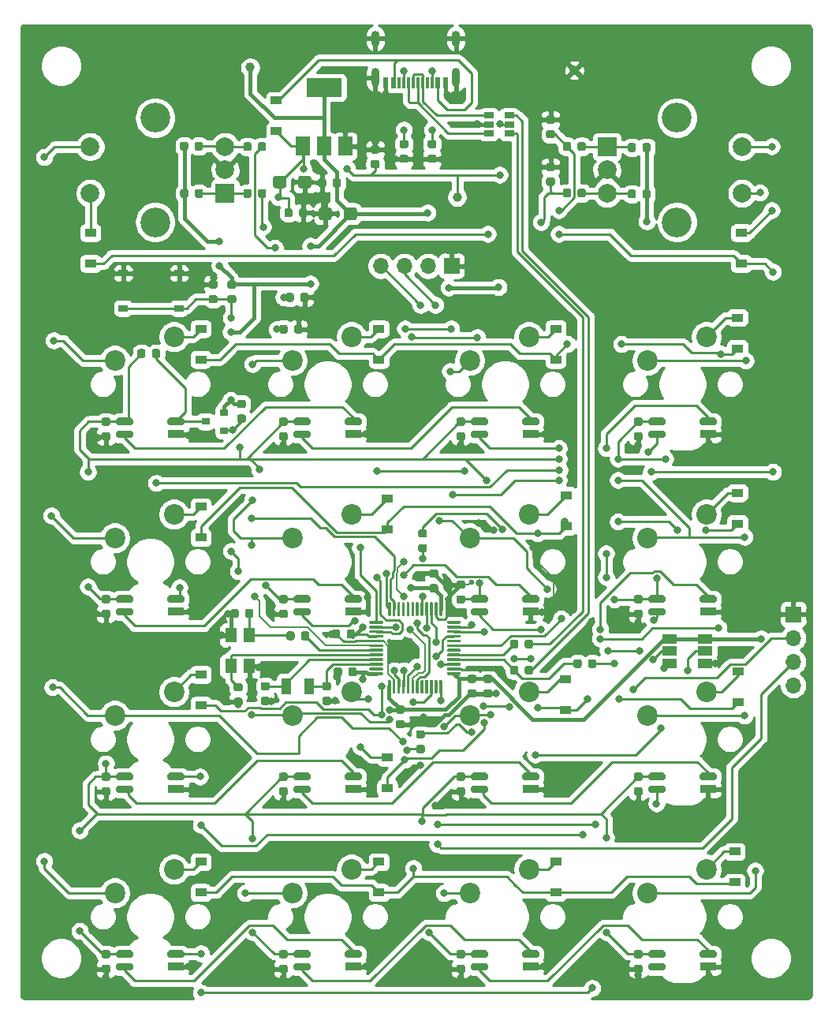
<source format=gbr>
%TF.GenerationSoftware,KiCad,Pcbnew,(5.1.6)-1*%
%TF.CreationDate,2020-09-24T21:55:55-05:00*%
%TF.ProjectId,rocketboard-16,726f636b-6574-4626-9f61-72642d31362e,1.1*%
%TF.SameCoordinates,Original*%
%TF.FileFunction,Copper,L2,Bot*%
%TF.FilePolarity,Positive*%
%FSLAX46Y46*%
G04 Gerber Fmt 4.6, Leading zero omitted, Abs format (unit mm)*
G04 Created by KiCad (PCBNEW (5.1.6)-1) date 2020-09-24 21:55:55*
%MOMM*%
%LPD*%
G01*
G04 APERTURE LIST*
%TA.AperFunction,SMDPad,CuDef*%
%ADD10C,1.000000*%
%TD*%
%TA.AperFunction,SMDPad,CuDef*%
%ADD11R,0.900000X0.800000*%
%TD*%
%TA.AperFunction,ComponentPad*%
%ADD12O,0.900000X2.000000*%
%TD*%
%TA.AperFunction,ComponentPad*%
%ADD13O,0.900000X1.700000*%
%TD*%
%TA.AperFunction,SMDPad,CuDef*%
%ADD14R,0.300000X1.160000*%
%TD*%
%TA.AperFunction,SMDPad,CuDef*%
%ADD15R,0.600000X1.160000*%
%TD*%
%TA.AperFunction,SMDPad,CuDef*%
%ADD16R,1.200000X0.900000*%
%TD*%
%TA.AperFunction,SMDPad,CuDef*%
%ADD17R,1.000000X0.750000*%
%TD*%
%TA.AperFunction,ComponentPad*%
%ADD18C,2.000000*%
%TD*%
%TA.AperFunction,ComponentPad*%
%ADD19C,3.200000*%
%TD*%
%TA.AperFunction,ComponentPad*%
%ADD20R,2.000000X2.000000*%
%TD*%
%TA.AperFunction,SMDPad,CuDef*%
%ADD21R,1.800000X0.820000*%
%TD*%
%TA.AperFunction,ComponentPad*%
%ADD22C,2.200000*%
%TD*%
%TA.AperFunction,ComponentPad*%
%ADD23R,1.700000X1.700000*%
%TD*%
%TA.AperFunction,ComponentPad*%
%ADD24O,1.700000X1.700000*%
%TD*%
%TA.AperFunction,SMDPad,CuDef*%
%ADD25R,1.000000X1.800000*%
%TD*%
%TA.AperFunction,SMDPad,CuDef*%
%ADD26R,1.300000X1.600000*%
%TD*%
%TA.AperFunction,SMDPad,CuDef*%
%ADD27R,1.060000X0.650000*%
%TD*%
%TA.AperFunction,SMDPad,CuDef*%
%ADD28R,1.500000X2.000000*%
%TD*%
%TA.AperFunction,SMDPad,CuDef*%
%ADD29R,3.800000X2.000000*%
%TD*%
%TA.AperFunction,SMDPad,CuDef*%
%ADD30R,1.500000X1.000000*%
%TD*%
%TA.AperFunction,ViaPad*%
%ADD31C,0.800000*%
%TD*%
%TA.AperFunction,ViaPad*%
%ADD32C,0.600000*%
%TD*%
%TA.AperFunction,Conductor*%
%ADD33C,0.381000*%
%TD*%
%TA.AperFunction,Conductor*%
%ADD34C,0.254000*%
%TD*%
%TA.AperFunction,Conductor*%
%ADD35C,0.152400*%
%TD*%
G04 APERTURE END LIST*
D10*
%TO.P,TP3,1*%
%TO.N,GND*%
X140100000Y-51000000D03*
%TD*%
%TO.P,R19,2*%
%TO.N,LED_SHIFTED*%
%TA.AperFunction,SMDPad,CuDef*%
G36*
G01*
X94750000Y-81656250D02*
X94750000Y-81143750D01*
G75*
G02*
X94968750Y-80925000I218750J0D01*
G01*
X95406250Y-80925000D01*
G75*
G02*
X95625000Y-81143750I0J-218750D01*
G01*
X95625000Y-81656250D01*
G75*
G02*
X95406250Y-81875000I-218750J0D01*
G01*
X94968750Y-81875000D01*
G75*
G02*
X94750000Y-81656250I0J218750D01*
G01*
G37*
%TD.AperFunction*%
%TO.P,R19,1*%
%TO.N,+5V*%
%TA.AperFunction,SMDPad,CuDef*%
G36*
G01*
X93175000Y-81656250D02*
X93175000Y-81143750D01*
G75*
G02*
X93393750Y-80925000I218750J0D01*
G01*
X93831250Y-80925000D01*
G75*
G02*
X94050000Y-81143750I0J-218750D01*
G01*
X94050000Y-81656250D01*
G75*
G02*
X93831250Y-81875000I-218750J0D01*
G01*
X93393750Y-81875000D01*
G75*
G02*
X93175000Y-81656250I0J218750D01*
G01*
G37*
%TD.AperFunction*%
%TD*%
%TO.P,TP2,1*%
%TO.N,VCC*%
X105300000Y-50700000D03*
%TD*%
%TO.P,TP1,1*%
%TO.N,+5V*%
X127500000Y-64600000D03*
%TD*%
%TO.P,R18,2*%
%TO.N,LED_SIG*%
%TA.AperFunction,SMDPad,CuDef*%
G36*
G01*
X104093750Y-87950000D02*
X104606250Y-87950000D01*
G75*
G02*
X104825000Y-88168750I0J-218750D01*
G01*
X104825000Y-88606250D01*
G75*
G02*
X104606250Y-88825000I-218750J0D01*
G01*
X104093750Y-88825000D01*
G75*
G02*
X103875000Y-88606250I0J218750D01*
G01*
X103875000Y-88168750D01*
G75*
G02*
X104093750Y-87950000I218750J0D01*
G01*
G37*
%TD.AperFunction*%
%TO.P,R18,1*%
%TO.N,VCC*%
%TA.AperFunction,SMDPad,CuDef*%
G36*
G01*
X104093750Y-86375000D02*
X104606250Y-86375000D01*
G75*
G02*
X104825000Y-86593750I0J-218750D01*
G01*
X104825000Y-87031250D01*
G75*
G02*
X104606250Y-87250000I-218750J0D01*
G01*
X104093750Y-87250000D01*
G75*
G02*
X103875000Y-87031250I0J218750D01*
G01*
X103875000Y-86593750D01*
G75*
G02*
X104093750Y-86375000I218750J0D01*
G01*
G37*
%TD.AperFunction*%
%TD*%
D11*
%TO.P,Q1,3*%
%TO.N,LED_SHIFTED*%
X100500000Y-88700000D03*
%TO.P,Q1,2*%
%TO.N,LED_SIG*%
X102500000Y-89650000D03*
%TO.P,Q1,1*%
%TO.N,VCC*%
X102500000Y-87750000D03*
%TD*%
%TO.P,C36,2*%
%TO.N,+5V*%
%TA.AperFunction,SMDPad,CuDef*%
G36*
G01*
X118443750Y-60650000D02*
X118956250Y-60650000D01*
G75*
G02*
X119175000Y-60868750I0J-218750D01*
G01*
X119175000Y-61306250D01*
G75*
G02*
X118956250Y-61525000I-218750J0D01*
G01*
X118443750Y-61525000D01*
G75*
G02*
X118225000Y-61306250I0J218750D01*
G01*
X118225000Y-60868750D01*
G75*
G02*
X118443750Y-60650000I218750J0D01*
G01*
G37*
%TD.AperFunction*%
%TO.P,C36,1*%
%TO.N,GND*%
%TA.AperFunction,SMDPad,CuDef*%
G36*
G01*
X118443750Y-59075000D02*
X118956250Y-59075000D01*
G75*
G02*
X119175000Y-59293750I0J-218750D01*
G01*
X119175000Y-59731250D01*
G75*
G02*
X118956250Y-59950000I-218750J0D01*
G01*
X118443750Y-59950000D01*
G75*
G02*
X118225000Y-59731250I0J218750D01*
G01*
X118225000Y-59293750D01*
G75*
G02*
X118443750Y-59075000I218750J0D01*
G01*
G37*
%TD.AperFunction*%
%TD*%
D12*
%TO.P,P1,S1*%
%TO.N,GND*%
X118730000Y-51780000D03*
X127370000Y-51780000D03*
D13*
X118730000Y-47610000D03*
X127370000Y-47610000D03*
D14*
%TO.P,P1,B7*%
%TO.N,Net-(P1-PadA7)*%
X122300000Y-52360000D03*
%TO.P,P1,A6*%
%TO.N,Net-(P1-PadA6)*%
X122800000Y-52360000D03*
%TO.P,P1,A7*%
%TO.N,Net-(P1-PadA7)*%
X123300000Y-52360000D03*
%TO.P,P1,B8*%
%TO.N,Net-(P1-PadB8)*%
X121300000Y-52360000D03*
%TO.P,P1,A5*%
%TO.N,Net-(P1-PadA5)*%
X121800000Y-52360000D03*
%TO.P,P1,A8*%
%TO.N,Net-(P1-PadA8)*%
X124300000Y-52360000D03*
%TO.P,P1,B6*%
%TO.N,Net-(P1-PadA6)*%
X123800000Y-52360000D03*
%TO.P,P1,B5*%
%TO.N,Net-(P1-PadB5)*%
X124800000Y-52360000D03*
D15*
%TO.P,P1,A4*%
%TO.N,Net-(D17-Pad2)*%
X120650000Y-52360000D03*
%TO.P,P1,B9*%
X120650000Y-52360000D03*
%TO.P,P1,A1*%
%TO.N,GND*%
X119850000Y-52360000D03*
%TO.P,P1,B12*%
X119850000Y-52360000D03*
%TO.P,P1,B4*%
%TO.N,Net-(D17-Pad2)*%
X125450000Y-52360000D03*
%TO.P,P1,B1*%
%TO.N,GND*%
X126250000Y-52360000D03*
%TO.P,P1,A9*%
%TO.N,Net-(D17-Pad2)*%
X125450000Y-52360000D03*
%TO.P,P1,A12*%
%TO.N,GND*%
X126250000Y-52360000D03*
%TD*%
%TO.P,R11,2*%
%TO.N,VCC*%
%TA.AperFunction,SMDPad,CuDef*%
G36*
G01*
X98650000Y-63968750D02*
X98650000Y-64481250D01*
G75*
G02*
X98431250Y-64700000I-218750J0D01*
G01*
X97993750Y-64700000D01*
G75*
G02*
X97775000Y-64481250I0J218750D01*
G01*
X97775000Y-63968750D01*
G75*
G02*
X97993750Y-63750000I218750J0D01*
G01*
X98431250Y-63750000D01*
G75*
G02*
X98650000Y-63968750I0J-218750D01*
G01*
G37*
%TD.AperFunction*%
%TO.P,R11,1*%
%TO.N,EC1_A*%
%TA.AperFunction,SMDPad,CuDef*%
G36*
G01*
X100225000Y-63968750D02*
X100225000Y-64481250D01*
G75*
G02*
X100006250Y-64700000I-218750J0D01*
G01*
X99568750Y-64700000D01*
G75*
G02*
X99350000Y-64481250I0J218750D01*
G01*
X99350000Y-63968750D01*
G75*
G02*
X99568750Y-63750000I218750J0D01*
G01*
X100006250Y-63750000D01*
G75*
G02*
X100225000Y-63968750I0J-218750D01*
G01*
G37*
%TD.AperFunction*%
%TD*%
%TO.P,R17,1*%
%TO.N,EC1_B_DB*%
%TA.AperFunction,SMDPad,CuDef*%
G36*
G01*
X107000000Y-58943750D02*
X107000000Y-59456250D01*
G75*
G02*
X106781250Y-59675000I-218750J0D01*
G01*
X106343750Y-59675000D01*
G75*
G02*
X106125000Y-59456250I0J218750D01*
G01*
X106125000Y-58943750D01*
G75*
G02*
X106343750Y-58725000I218750J0D01*
G01*
X106781250Y-58725000D01*
G75*
G02*
X107000000Y-58943750I0J-218750D01*
G01*
G37*
%TD.AperFunction*%
%TO.P,R17,2*%
%TO.N,EC1_B*%
%TA.AperFunction,SMDPad,CuDef*%
G36*
G01*
X105425000Y-58943750D02*
X105425000Y-59456250D01*
G75*
G02*
X105206250Y-59675000I-218750J0D01*
G01*
X104768750Y-59675000D01*
G75*
G02*
X104550000Y-59456250I0J218750D01*
G01*
X104550000Y-58943750D01*
G75*
G02*
X104768750Y-58725000I218750J0D01*
G01*
X105206250Y-58725000D01*
G75*
G02*
X105425000Y-58943750I0J-218750D01*
G01*
G37*
%TD.AperFunction*%
%TD*%
%TO.P,R16,1*%
%TO.N,EC1_A_DB*%
%TA.AperFunction,SMDPad,CuDef*%
G36*
G01*
X107000000Y-63968750D02*
X107000000Y-64481250D01*
G75*
G02*
X106781250Y-64700000I-218750J0D01*
G01*
X106343750Y-64700000D01*
G75*
G02*
X106125000Y-64481250I0J218750D01*
G01*
X106125000Y-63968750D01*
G75*
G02*
X106343750Y-63750000I218750J0D01*
G01*
X106781250Y-63750000D01*
G75*
G02*
X107000000Y-63968750I0J-218750D01*
G01*
G37*
%TD.AperFunction*%
%TO.P,R16,2*%
%TO.N,EC1_A*%
%TA.AperFunction,SMDPad,CuDef*%
G36*
G01*
X105425000Y-63968750D02*
X105425000Y-64481250D01*
G75*
G02*
X105206250Y-64700000I-218750J0D01*
G01*
X104768750Y-64700000D01*
G75*
G02*
X104550000Y-64481250I0J218750D01*
G01*
X104550000Y-63968750D01*
G75*
G02*
X104768750Y-63750000I218750J0D01*
G01*
X105206250Y-63750000D01*
G75*
G02*
X105425000Y-63968750I0J-218750D01*
G01*
G37*
%TD.AperFunction*%
%TD*%
%TO.P,R15,1*%
%TO.N,EC2_B_DB*%
%TA.AperFunction,SMDPad,CuDef*%
G36*
G01*
X138865000Y-64436250D02*
X138865000Y-63923750D01*
G75*
G02*
X139083750Y-63705000I218750J0D01*
G01*
X139521250Y-63705000D01*
G75*
G02*
X139740000Y-63923750I0J-218750D01*
G01*
X139740000Y-64436250D01*
G75*
G02*
X139521250Y-64655000I-218750J0D01*
G01*
X139083750Y-64655000D01*
G75*
G02*
X138865000Y-64436250I0J218750D01*
G01*
G37*
%TD.AperFunction*%
%TO.P,R15,2*%
%TO.N,EC2_B*%
%TA.AperFunction,SMDPad,CuDef*%
G36*
G01*
X140440000Y-64436250D02*
X140440000Y-63923750D01*
G75*
G02*
X140658750Y-63705000I218750J0D01*
G01*
X141096250Y-63705000D01*
G75*
G02*
X141315000Y-63923750I0J-218750D01*
G01*
X141315000Y-64436250D01*
G75*
G02*
X141096250Y-64655000I-218750J0D01*
G01*
X140658750Y-64655000D01*
G75*
G02*
X140440000Y-64436250I0J218750D01*
G01*
G37*
%TD.AperFunction*%
%TD*%
%TO.P,R14,1*%
%TO.N,EC2_A_DB*%
%TA.AperFunction,SMDPad,CuDef*%
G36*
G01*
X138865000Y-59436250D02*
X138865000Y-58923750D01*
G75*
G02*
X139083750Y-58705000I218750J0D01*
G01*
X139521250Y-58705000D01*
G75*
G02*
X139740000Y-58923750I0J-218750D01*
G01*
X139740000Y-59436250D01*
G75*
G02*
X139521250Y-59655000I-218750J0D01*
G01*
X139083750Y-59655000D01*
G75*
G02*
X138865000Y-59436250I0J218750D01*
G01*
G37*
%TD.AperFunction*%
%TO.P,R14,2*%
%TO.N,EC2_A*%
%TA.AperFunction,SMDPad,CuDef*%
G36*
G01*
X140440000Y-59436250D02*
X140440000Y-58923750D01*
G75*
G02*
X140658750Y-58705000I218750J0D01*
G01*
X141096250Y-58705000D01*
G75*
G02*
X141315000Y-58923750I0J-218750D01*
G01*
X141315000Y-59436250D01*
G75*
G02*
X141096250Y-59655000I-218750J0D01*
G01*
X140658750Y-59655000D01*
G75*
G02*
X140440000Y-59436250I0J218750D01*
G01*
G37*
%TD.AperFunction*%
%TD*%
%TO.P,R13,2*%
%TO.N,VCC*%
%TA.AperFunction,SMDPad,CuDef*%
G36*
G01*
X98625000Y-58893750D02*
X98625000Y-59406250D01*
G75*
G02*
X98406250Y-59625000I-218750J0D01*
G01*
X97968750Y-59625000D01*
G75*
G02*
X97750000Y-59406250I0J218750D01*
G01*
X97750000Y-58893750D01*
G75*
G02*
X97968750Y-58675000I218750J0D01*
G01*
X98406250Y-58675000D01*
G75*
G02*
X98625000Y-58893750I0J-218750D01*
G01*
G37*
%TD.AperFunction*%
%TO.P,R13,1*%
%TO.N,EC1_B*%
%TA.AperFunction,SMDPad,CuDef*%
G36*
G01*
X100200000Y-58893750D02*
X100200000Y-59406250D01*
G75*
G02*
X99981250Y-59625000I-218750J0D01*
G01*
X99543750Y-59625000D01*
G75*
G02*
X99325000Y-59406250I0J218750D01*
G01*
X99325000Y-58893750D01*
G75*
G02*
X99543750Y-58675000I218750J0D01*
G01*
X99981250Y-58675000D01*
G75*
G02*
X100200000Y-58893750I0J-218750D01*
G01*
G37*
%TD.AperFunction*%
%TD*%
%TO.P,R12,1*%
%TO.N,EC2_B*%
%TA.AperFunction,SMDPad,CuDef*%
G36*
G01*
X145825000Y-64536250D02*
X145825000Y-64023750D01*
G75*
G02*
X146043750Y-63805000I218750J0D01*
G01*
X146481250Y-63805000D01*
G75*
G02*
X146700000Y-64023750I0J-218750D01*
G01*
X146700000Y-64536250D01*
G75*
G02*
X146481250Y-64755000I-218750J0D01*
G01*
X146043750Y-64755000D01*
G75*
G02*
X145825000Y-64536250I0J218750D01*
G01*
G37*
%TD.AperFunction*%
%TO.P,R12,2*%
%TO.N,VCC*%
%TA.AperFunction,SMDPad,CuDef*%
G36*
G01*
X147400000Y-64536250D02*
X147400000Y-64023750D01*
G75*
G02*
X147618750Y-63805000I218750J0D01*
G01*
X148056250Y-63805000D01*
G75*
G02*
X148275000Y-64023750I0J-218750D01*
G01*
X148275000Y-64536250D01*
G75*
G02*
X148056250Y-64755000I-218750J0D01*
G01*
X147618750Y-64755000D01*
G75*
G02*
X147400000Y-64536250I0J218750D01*
G01*
G37*
%TD.AperFunction*%
%TD*%
%TO.P,R10,1*%
%TO.N,EC2_A*%
%TA.AperFunction,SMDPad,CuDef*%
G36*
G01*
X145825000Y-59546250D02*
X145825000Y-59033750D01*
G75*
G02*
X146043750Y-58815000I218750J0D01*
G01*
X146481250Y-58815000D01*
G75*
G02*
X146700000Y-59033750I0J-218750D01*
G01*
X146700000Y-59546250D01*
G75*
G02*
X146481250Y-59765000I-218750J0D01*
G01*
X146043750Y-59765000D01*
G75*
G02*
X145825000Y-59546250I0J218750D01*
G01*
G37*
%TD.AperFunction*%
%TO.P,R10,2*%
%TO.N,VCC*%
%TA.AperFunction,SMDPad,CuDef*%
G36*
G01*
X147400000Y-59546250D02*
X147400000Y-59033750D01*
G75*
G02*
X147618750Y-58815000I218750J0D01*
G01*
X148056250Y-58815000D01*
G75*
G02*
X148275000Y-59033750I0J-218750D01*
G01*
X148275000Y-59546250D01*
G75*
G02*
X148056250Y-59765000I-218750J0D01*
G01*
X147618750Y-59765000D01*
G75*
G02*
X147400000Y-59546250I0J218750D01*
G01*
G37*
%TD.AperFunction*%
%TD*%
%TO.P,C35,1*%
%TO.N,EC1_A_DB*%
%TA.AperFunction,SMDPad,CuDef*%
G36*
G01*
X108445000Y-79056250D02*
X108445000Y-78543750D01*
G75*
G02*
X108663750Y-78325000I218750J0D01*
G01*
X109101250Y-78325000D01*
G75*
G02*
X109320000Y-78543750I0J-218750D01*
G01*
X109320000Y-79056250D01*
G75*
G02*
X109101250Y-79275000I-218750J0D01*
G01*
X108663750Y-79275000D01*
G75*
G02*
X108445000Y-79056250I0J218750D01*
G01*
G37*
%TD.AperFunction*%
%TO.P,C35,2*%
%TO.N,GND*%
%TA.AperFunction,SMDPad,CuDef*%
G36*
G01*
X110020000Y-79056250D02*
X110020000Y-78543750D01*
G75*
G02*
X110238750Y-78325000I218750J0D01*
G01*
X110676250Y-78325000D01*
G75*
G02*
X110895000Y-78543750I0J-218750D01*
G01*
X110895000Y-79056250D01*
G75*
G02*
X110676250Y-79275000I-218750J0D01*
G01*
X110238750Y-79275000D01*
G75*
G02*
X110020000Y-79056250I0J218750D01*
G01*
G37*
%TD.AperFunction*%
%TD*%
%TO.P,C34,1*%
%TO.N,EC2_A_DB*%
%TA.AperFunction,SMDPad,CuDef*%
G36*
G01*
X137786250Y-58315000D02*
X137273750Y-58315000D01*
G75*
G02*
X137055000Y-58096250I0J218750D01*
G01*
X137055000Y-57658750D01*
G75*
G02*
X137273750Y-57440000I218750J0D01*
G01*
X137786250Y-57440000D01*
G75*
G02*
X138005000Y-57658750I0J-218750D01*
G01*
X138005000Y-58096250D01*
G75*
G02*
X137786250Y-58315000I-218750J0D01*
G01*
G37*
%TD.AperFunction*%
%TO.P,C34,2*%
%TO.N,GND*%
%TA.AperFunction,SMDPad,CuDef*%
G36*
G01*
X137786250Y-56740000D02*
X137273750Y-56740000D01*
G75*
G02*
X137055000Y-56521250I0J218750D01*
G01*
X137055000Y-56083750D01*
G75*
G02*
X137273750Y-55865000I218750J0D01*
G01*
X137786250Y-55865000D01*
G75*
G02*
X138005000Y-56083750I0J-218750D01*
G01*
X138005000Y-56521250D01*
G75*
G02*
X137786250Y-56740000I-218750J0D01*
G01*
G37*
%TD.AperFunction*%
%TD*%
%TO.P,C33,1*%
%TO.N,EC1_B_DB*%
%TA.AperFunction,SMDPad,CuDef*%
G36*
G01*
X109100000Y-75631250D02*
X109100000Y-75118750D01*
G75*
G02*
X109318750Y-74900000I218750J0D01*
G01*
X109756250Y-74900000D01*
G75*
G02*
X109975000Y-75118750I0J-218750D01*
G01*
X109975000Y-75631250D01*
G75*
G02*
X109756250Y-75850000I-218750J0D01*
G01*
X109318750Y-75850000D01*
G75*
G02*
X109100000Y-75631250I0J218750D01*
G01*
G37*
%TD.AperFunction*%
%TO.P,C33,2*%
%TO.N,GND*%
%TA.AperFunction,SMDPad,CuDef*%
G36*
G01*
X110675000Y-75631250D02*
X110675000Y-75118750D01*
G75*
G02*
X110893750Y-74900000I218750J0D01*
G01*
X111331250Y-74900000D01*
G75*
G02*
X111550000Y-75118750I0J-218750D01*
G01*
X111550000Y-75631250D01*
G75*
G02*
X111331250Y-75850000I-218750J0D01*
G01*
X110893750Y-75850000D01*
G75*
G02*
X110675000Y-75631250I0J218750D01*
G01*
G37*
%TD.AperFunction*%
%TD*%
%TO.P,C32,1*%
%TO.N,EC2_B_DB*%
%TA.AperFunction,SMDPad,CuDef*%
G36*
G01*
X137786250Y-63405000D02*
X137273750Y-63405000D01*
G75*
G02*
X137055000Y-63186250I0J218750D01*
G01*
X137055000Y-62748750D01*
G75*
G02*
X137273750Y-62530000I218750J0D01*
G01*
X137786250Y-62530000D01*
G75*
G02*
X138005000Y-62748750I0J-218750D01*
G01*
X138005000Y-63186250D01*
G75*
G02*
X137786250Y-63405000I-218750J0D01*
G01*
G37*
%TD.AperFunction*%
%TO.P,C32,2*%
%TO.N,GND*%
%TA.AperFunction,SMDPad,CuDef*%
G36*
G01*
X137786250Y-61830000D02*
X137273750Y-61830000D01*
G75*
G02*
X137055000Y-61611250I0J218750D01*
G01*
X137055000Y-61173750D01*
G75*
G02*
X137273750Y-60955000I218750J0D01*
G01*
X137786250Y-60955000D01*
G75*
G02*
X138005000Y-61173750I0J-218750D01*
G01*
X138005000Y-61611250D01*
G75*
G02*
X137786250Y-61830000I-218750J0D01*
G01*
G37*
%TD.AperFunction*%
%TD*%
%TO.P,C13,2*%
%TO.N,GND*%
%TA.AperFunction,SMDPad,CuDef*%
G36*
G01*
X114050000Y-65974999D02*
X114050000Y-66825001D01*
G75*
G02*
X113800001Y-67075000I-249999J0D01*
G01*
X112899999Y-67075000D01*
G75*
G02*
X112650000Y-66825001I0J249999D01*
G01*
X112650000Y-65974999D01*
G75*
G02*
X112899999Y-65725000I249999J0D01*
G01*
X113800001Y-65725000D01*
G75*
G02*
X114050000Y-65974999I0J-249999D01*
G01*
G37*
%TD.AperFunction*%
%TO.P,C13,1*%
%TO.N,VCC*%
%TA.AperFunction,SMDPad,CuDef*%
G36*
G01*
X116750000Y-65974999D02*
X116750000Y-66825001D01*
G75*
G02*
X116500001Y-67075000I-249999J0D01*
G01*
X115599999Y-67075000D01*
G75*
G02*
X115350000Y-66825001I0J249999D01*
G01*
X115350000Y-65974999D01*
G75*
G02*
X115599999Y-65725000I249999J0D01*
G01*
X116500001Y-65725000D01*
G75*
G02*
X116750000Y-65974999I0J-249999D01*
G01*
G37*
%TD.AperFunction*%
%TD*%
D16*
%TO.P,D14,2*%
%TO.N,Net-(D14-Pad2)*%
X119100000Y-135950000D03*
%TO.P,D14,1*%
%TO.N,Row4*%
X119100000Y-139250000D03*
%TD*%
%TO.P,D16,2*%
%TO.N,Net-(D16-Pad2)*%
X157300000Y-134850000D03*
%TO.P,D16,1*%
%TO.N,Row4*%
X157300000Y-138150000D03*
%TD*%
%TO.P,D11,2*%
%TO.N,Net-(D11-Pad2)*%
X139100000Y-116350000D03*
%TO.P,D11,1*%
%TO.N,ROW3*%
X139100000Y-119650000D03*
%TD*%
%TO.P,D9,2*%
%TO.N,Net-(D9-Pad2)*%
X100000000Y-115850000D03*
%TO.P,D9,1*%
%TO.N,ROW3*%
X100000000Y-119150000D03*
%TD*%
D17*
%TO.P,SW1,1*%
%TO.N,GND*%
X97656000Y-72780000D03*
X91656000Y-72780000D03*
%TO.P,SW1,2*%
%TO.N,Net-(C31-Pad2)*%
X97656000Y-76530000D03*
X91656000Y-76530000D03*
%TD*%
D18*
%TO.P,SW3,S1*%
%TO.N,COL3*%
X158090000Y-64200000D03*
%TO.P,SW3,S2*%
%TO.N,Net-(D19-Pad2)*%
X158090000Y-59200000D03*
D19*
%TO.P,SW3,MP*%
%TO.N,N/C*%
X151090000Y-67300000D03*
X151090000Y-56100000D03*
D18*
%TO.P,SW3,B*%
%TO.N,EC2_B*%
X143590000Y-64200000D03*
%TO.P,SW3,C*%
%TO.N,GND*%
X143590000Y-61700000D03*
D20*
%TO.P,SW3,A*%
%TO.N,EC2_A*%
X143590000Y-59200000D03*
%TD*%
D18*
%TO.P,SW2,S1*%
%TO.N,COL0*%
X88100000Y-59200000D03*
%TO.P,SW2,S2*%
%TO.N,Net-(D18-Pad2)*%
X88100000Y-64200000D03*
D19*
%TO.P,SW2,MP*%
%TO.N,N/C*%
X95100000Y-56100000D03*
X95100000Y-67300000D03*
D18*
%TO.P,SW2,B*%
%TO.N,EC1_B*%
X102600000Y-59200000D03*
%TO.P,SW2,C*%
%TO.N,GND*%
X102600000Y-61700000D03*
D20*
%TO.P,SW2,A*%
%TO.N,EC1_A*%
X102600000Y-64200000D03*
%TD*%
%TO.P,K16,4*%
%TO.N,Net-(K16-Pad4)*%
%TA.AperFunction,SMDPad,CuDef*%
G36*
G01*
X148050000Y-147415000D02*
X148050000Y-147005000D01*
G75*
G02*
X148255000Y-146800000I205000J0D01*
G01*
X149645000Y-146800000D01*
G75*
G02*
X149850000Y-147005000I0J-205000D01*
G01*
X149850000Y-147415000D01*
G75*
G02*
X149645000Y-147620000I-205000J0D01*
G01*
X148255000Y-147620000D01*
G75*
G02*
X148050000Y-147415000I0J205000D01*
G01*
G37*
%TD.AperFunction*%
D21*
%TO.P,K16,6*%
%TO.N,GND*%
X154450000Y-147210000D03*
%TO.P,K16,3*%
%TO.N,Net-(K15-Pad4)*%
%TA.AperFunction,SMDPad,CuDef*%
G36*
G01*
X153550000Y-146055000D02*
X153550000Y-145645000D01*
G75*
G02*
X153755000Y-145440000I205000J0D01*
G01*
X155145000Y-145440000D01*
G75*
G02*
X155350000Y-145645000I0J-205000D01*
G01*
X155350000Y-146055000D01*
G75*
G02*
X155145000Y-146260000I-205000J0D01*
G01*
X153755000Y-146260000D01*
G75*
G02*
X153550000Y-146055000I0J205000D01*
G01*
G37*
%TD.AperFunction*%
%TO.P,K16,5*%
%TO.N,+5V*%
%TA.AperFunction,SMDPad,CuDef*%
G36*
G01*
X148050000Y-146055000D02*
X148050000Y-145645000D01*
G75*
G02*
X148255000Y-145440000I205000J0D01*
G01*
X149645000Y-145440000D01*
G75*
G02*
X149850000Y-145645000I0J-205000D01*
G01*
X149850000Y-146055000D01*
G75*
G02*
X149645000Y-146260000I-205000J0D01*
G01*
X148255000Y-146260000D01*
G75*
G02*
X148050000Y-146055000I0J205000D01*
G01*
G37*
%TD.AperFunction*%
D22*
%TO.P,K16,2*%
%TO.N,COL3*%
X147900000Y-139290000D03*
%TO.P,K16,1*%
%TO.N,Net-(D16-Pad2)*%
X154250000Y-136750000D03*
%TD*%
%TO.P,K15,4*%
%TO.N,Net-(K15-Pad4)*%
%TA.AperFunction,SMDPad,CuDef*%
G36*
G01*
X129000000Y-147415000D02*
X129000000Y-147005000D01*
G75*
G02*
X129205000Y-146800000I205000J0D01*
G01*
X130595000Y-146800000D01*
G75*
G02*
X130800000Y-147005000I0J-205000D01*
G01*
X130800000Y-147415000D01*
G75*
G02*
X130595000Y-147620000I-205000J0D01*
G01*
X129205000Y-147620000D01*
G75*
G02*
X129000000Y-147415000I0J205000D01*
G01*
G37*
%TD.AperFunction*%
D21*
%TO.P,K15,6*%
%TO.N,GND*%
X135400000Y-147210000D03*
%TO.P,K15,3*%
%TO.N,Net-(K14-Pad4)*%
%TA.AperFunction,SMDPad,CuDef*%
G36*
G01*
X134500000Y-146055000D02*
X134500000Y-145645000D01*
G75*
G02*
X134705000Y-145440000I205000J0D01*
G01*
X136095000Y-145440000D01*
G75*
G02*
X136300000Y-145645000I0J-205000D01*
G01*
X136300000Y-146055000D01*
G75*
G02*
X136095000Y-146260000I-205000J0D01*
G01*
X134705000Y-146260000D01*
G75*
G02*
X134500000Y-146055000I0J205000D01*
G01*
G37*
%TD.AperFunction*%
%TO.P,K15,5*%
%TO.N,+5V*%
%TA.AperFunction,SMDPad,CuDef*%
G36*
G01*
X129000000Y-146055000D02*
X129000000Y-145645000D01*
G75*
G02*
X129205000Y-145440000I205000J0D01*
G01*
X130595000Y-145440000D01*
G75*
G02*
X130800000Y-145645000I0J-205000D01*
G01*
X130800000Y-146055000D01*
G75*
G02*
X130595000Y-146260000I-205000J0D01*
G01*
X129205000Y-146260000D01*
G75*
G02*
X129000000Y-146055000I0J205000D01*
G01*
G37*
%TD.AperFunction*%
D22*
%TO.P,K15,2*%
%TO.N,COL2*%
X128850000Y-139290000D03*
%TO.P,K15,1*%
%TO.N,Net-(D15-Pad2)*%
X135200000Y-136750000D03*
%TD*%
%TO.P,K14,4*%
%TO.N,Net-(K14-Pad4)*%
%TA.AperFunction,SMDPad,CuDef*%
G36*
G01*
X109950000Y-147415000D02*
X109950000Y-147005000D01*
G75*
G02*
X110155000Y-146800000I205000J0D01*
G01*
X111545000Y-146800000D01*
G75*
G02*
X111750000Y-147005000I0J-205000D01*
G01*
X111750000Y-147415000D01*
G75*
G02*
X111545000Y-147620000I-205000J0D01*
G01*
X110155000Y-147620000D01*
G75*
G02*
X109950000Y-147415000I0J205000D01*
G01*
G37*
%TD.AperFunction*%
D21*
%TO.P,K14,6*%
%TO.N,GND*%
X116350000Y-147210000D03*
%TO.P,K14,3*%
%TO.N,Net-(K13-Pad4)*%
%TA.AperFunction,SMDPad,CuDef*%
G36*
G01*
X115450000Y-146055000D02*
X115450000Y-145645000D01*
G75*
G02*
X115655000Y-145440000I205000J0D01*
G01*
X117045000Y-145440000D01*
G75*
G02*
X117250000Y-145645000I0J-205000D01*
G01*
X117250000Y-146055000D01*
G75*
G02*
X117045000Y-146260000I-205000J0D01*
G01*
X115655000Y-146260000D01*
G75*
G02*
X115450000Y-146055000I0J205000D01*
G01*
G37*
%TD.AperFunction*%
%TO.P,K14,5*%
%TO.N,+5V*%
%TA.AperFunction,SMDPad,CuDef*%
G36*
G01*
X109950000Y-146055000D02*
X109950000Y-145645000D01*
G75*
G02*
X110155000Y-145440000I205000J0D01*
G01*
X111545000Y-145440000D01*
G75*
G02*
X111750000Y-145645000I0J-205000D01*
G01*
X111750000Y-146055000D01*
G75*
G02*
X111545000Y-146260000I-205000J0D01*
G01*
X110155000Y-146260000D01*
G75*
G02*
X109950000Y-146055000I0J205000D01*
G01*
G37*
%TD.AperFunction*%
D22*
%TO.P,K14,2*%
%TO.N,COL1*%
X109800000Y-139290000D03*
%TO.P,K14,1*%
%TO.N,Net-(D14-Pad2)*%
X116150000Y-136750000D03*
%TD*%
%TO.P,K13,4*%
%TO.N,Net-(K13-Pad4)*%
%TA.AperFunction,SMDPad,CuDef*%
G36*
G01*
X90900000Y-147415000D02*
X90900000Y-147005000D01*
G75*
G02*
X91105000Y-146800000I205000J0D01*
G01*
X92495000Y-146800000D01*
G75*
G02*
X92700000Y-147005000I0J-205000D01*
G01*
X92700000Y-147415000D01*
G75*
G02*
X92495000Y-147620000I-205000J0D01*
G01*
X91105000Y-147620000D01*
G75*
G02*
X90900000Y-147415000I0J205000D01*
G01*
G37*
%TD.AperFunction*%
D21*
%TO.P,K13,6*%
%TO.N,GND*%
X97300000Y-147210000D03*
%TO.P,K13,3*%
%TO.N,LED_R3*%
%TA.AperFunction,SMDPad,CuDef*%
G36*
G01*
X96400000Y-146055000D02*
X96400000Y-145645000D01*
G75*
G02*
X96605000Y-145440000I205000J0D01*
G01*
X97995000Y-145440000D01*
G75*
G02*
X98200000Y-145645000I0J-205000D01*
G01*
X98200000Y-146055000D01*
G75*
G02*
X97995000Y-146260000I-205000J0D01*
G01*
X96605000Y-146260000D01*
G75*
G02*
X96400000Y-146055000I0J205000D01*
G01*
G37*
%TD.AperFunction*%
%TO.P,K13,5*%
%TO.N,+5V*%
%TA.AperFunction,SMDPad,CuDef*%
G36*
G01*
X90900000Y-146055000D02*
X90900000Y-145645000D01*
G75*
G02*
X91105000Y-145440000I205000J0D01*
G01*
X92495000Y-145440000D01*
G75*
G02*
X92700000Y-145645000I0J-205000D01*
G01*
X92700000Y-146055000D01*
G75*
G02*
X92495000Y-146260000I-205000J0D01*
G01*
X91105000Y-146260000D01*
G75*
G02*
X90900000Y-146055000I0J205000D01*
G01*
G37*
%TD.AperFunction*%
D22*
%TO.P,K13,2*%
%TO.N,COL0*%
X90750000Y-139290000D03*
%TO.P,K13,1*%
%TO.N,Net-(D13-Pad2)*%
X97100000Y-136750000D03*
%TD*%
%TO.P,K12,4*%
%TO.N,LED_R3*%
%TA.AperFunction,SMDPad,CuDef*%
G36*
G01*
X148050000Y-128365000D02*
X148050000Y-127955000D01*
G75*
G02*
X148255000Y-127750000I205000J0D01*
G01*
X149645000Y-127750000D01*
G75*
G02*
X149850000Y-127955000I0J-205000D01*
G01*
X149850000Y-128365000D01*
G75*
G02*
X149645000Y-128570000I-205000J0D01*
G01*
X148255000Y-128570000D01*
G75*
G02*
X148050000Y-128365000I0J205000D01*
G01*
G37*
%TD.AperFunction*%
D21*
%TO.P,K12,6*%
%TO.N,GND*%
X154450000Y-128160000D03*
%TO.P,K12,3*%
%TO.N,Net-(K11-Pad4)*%
%TA.AperFunction,SMDPad,CuDef*%
G36*
G01*
X153550000Y-127005000D02*
X153550000Y-126595000D01*
G75*
G02*
X153755000Y-126390000I205000J0D01*
G01*
X155145000Y-126390000D01*
G75*
G02*
X155350000Y-126595000I0J-205000D01*
G01*
X155350000Y-127005000D01*
G75*
G02*
X155145000Y-127210000I-205000J0D01*
G01*
X153755000Y-127210000D01*
G75*
G02*
X153550000Y-127005000I0J205000D01*
G01*
G37*
%TD.AperFunction*%
%TO.P,K12,5*%
%TO.N,+5V*%
%TA.AperFunction,SMDPad,CuDef*%
G36*
G01*
X148050000Y-127005000D02*
X148050000Y-126595000D01*
G75*
G02*
X148255000Y-126390000I205000J0D01*
G01*
X149645000Y-126390000D01*
G75*
G02*
X149850000Y-126595000I0J-205000D01*
G01*
X149850000Y-127005000D01*
G75*
G02*
X149645000Y-127210000I-205000J0D01*
G01*
X148255000Y-127210000D01*
G75*
G02*
X148050000Y-127005000I0J205000D01*
G01*
G37*
%TD.AperFunction*%
D22*
%TO.P,K12,2*%
%TO.N,COL3*%
X147900000Y-120240000D03*
%TO.P,K12,1*%
%TO.N,Net-(D12-Pad2)*%
X154250000Y-117700000D03*
%TD*%
%TO.P,K11,4*%
%TO.N,Net-(K11-Pad4)*%
%TA.AperFunction,SMDPad,CuDef*%
G36*
G01*
X129000000Y-128365000D02*
X129000000Y-127955000D01*
G75*
G02*
X129205000Y-127750000I205000J0D01*
G01*
X130595000Y-127750000D01*
G75*
G02*
X130800000Y-127955000I0J-205000D01*
G01*
X130800000Y-128365000D01*
G75*
G02*
X130595000Y-128570000I-205000J0D01*
G01*
X129205000Y-128570000D01*
G75*
G02*
X129000000Y-128365000I0J205000D01*
G01*
G37*
%TD.AperFunction*%
D21*
%TO.P,K11,6*%
%TO.N,GND*%
X135400000Y-128160000D03*
%TO.P,K11,3*%
%TO.N,Net-(K10-Pad4)*%
%TA.AperFunction,SMDPad,CuDef*%
G36*
G01*
X134500000Y-127005000D02*
X134500000Y-126595000D01*
G75*
G02*
X134705000Y-126390000I205000J0D01*
G01*
X136095000Y-126390000D01*
G75*
G02*
X136300000Y-126595000I0J-205000D01*
G01*
X136300000Y-127005000D01*
G75*
G02*
X136095000Y-127210000I-205000J0D01*
G01*
X134705000Y-127210000D01*
G75*
G02*
X134500000Y-127005000I0J205000D01*
G01*
G37*
%TD.AperFunction*%
%TO.P,K11,5*%
%TO.N,+5V*%
%TA.AperFunction,SMDPad,CuDef*%
G36*
G01*
X129000000Y-127005000D02*
X129000000Y-126595000D01*
G75*
G02*
X129205000Y-126390000I205000J0D01*
G01*
X130595000Y-126390000D01*
G75*
G02*
X130800000Y-126595000I0J-205000D01*
G01*
X130800000Y-127005000D01*
G75*
G02*
X130595000Y-127210000I-205000J0D01*
G01*
X129205000Y-127210000D01*
G75*
G02*
X129000000Y-127005000I0J205000D01*
G01*
G37*
%TD.AperFunction*%
D22*
%TO.P,K11,2*%
%TO.N,COL2*%
X128850000Y-120240000D03*
%TO.P,K11,1*%
%TO.N,Net-(D11-Pad2)*%
X135200000Y-117700000D03*
%TD*%
%TO.P,K10,4*%
%TO.N,Net-(K10-Pad4)*%
%TA.AperFunction,SMDPad,CuDef*%
G36*
G01*
X109950000Y-128365000D02*
X109950000Y-127955000D01*
G75*
G02*
X110155000Y-127750000I205000J0D01*
G01*
X111545000Y-127750000D01*
G75*
G02*
X111750000Y-127955000I0J-205000D01*
G01*
X111750000Y-128365000D01*
G75*
G02*
X111545000Y-128570000I-205000J0D01*
G01*
X110155000Y-128570000D01*
G75*
G02*
X109950000Y-128365000I0J205000D01*
G01*
G37*
%TD.AperFunction*%
D21*
%TO.P,K10,6*%
%TO.N,GND*%
X116350000Y-128160000D03*
%TO.P,K10,3*%
%TO.N,Net-(K10-Pad3)*%
%TA.AperFunction,SMDPad,CuDef*%
G36*
G01*
X115450000Y-127005000D02*
X115450000Y-126595000D01*
G75*
G02*
X115655000Y-126390000I205000J0D01*
G01*
X117045000Y-126390000D01*
G75*
G02*
X117250000Y-126595000I0J-205000D01*
G01*
X117250000Y-127005000D01*
G75*
G02*
X117045000Y-127210000I-205000J0D01*
G01*
X115655000Y-127210000D01*
G75*
G02*
X115450000Y-127005000I0J205000D01*
G01*
G37*
%TD.AperFunction*%
%TO.P,K10,5*%
%TO.N,+5V*%
%TA.AperFunction,SMDPad,CuDef*%
G36*
G01*
X109950000Y-127005000D02*
X109950000Y-126595000D01*
G75*
G02*
X110155000Y-126390000I205000J0D01*
G01*
X111545000Y-126390000D01*
G75*
G02*
X111750000Y-126595000I0J-205000D01*
G01*
X111750000Y-127005000D01*
G75*
G02*
X111545000Y-127210000I-205000J0D01*
G01*
X110155000Y-127210000D01*
G75*
G02*
X109950000Y-127005000I0J205000D01*
G01*
G37*
%TD.AperFunction*%
D22*
%TO.P,K10,2*%
%TO.N,COL1*%
X109800000Y-120240000D03*
%TO.P,K10,1*%
%TO.N,Net-(D10-Pad2)*%
X116150000Y-117700000D03*
%TD*%
%TO.P,K9,4*%
%TO.N,Net-(K10-Pad3)*%
%TA.AperFunction,SMDPad,CuDef*%
G36*
G01*
X90900000Y-128365000D02*
X90900000Y-127955000D01*
G75*
G02*
X91105000Y-127750000I205000J0D01*
G01*
X92495000Y-127750000D01*
G75*
G02*
X92700000Y-127955000I0J-205000D01*
G01*
X92700000Y-128365000D01*
G75*
G02*
X92495000Y-128570000I-205000J0D01*
G01*
X91105000Y-128570000D01*
G75*
G02*
X90900000Y-128365000I0J205000D01*
G01*
G37*
%TD.AperFunction*%
D21*
%TO.P,K9,6*%
%TO.N,GND*%
X97300000Y-128160000D03*
%TO.P,K9,3*%
%TO.N,LED_R2*%
%TA.AperFunction,SMDPad,CuDef*%
G36*
G01*
X96400000Y-127005000D02*
X96400000Y-126595000D01*
G75*
G02*
X96605000Y-126390000I205000J0D01*
G01*
X97995000Y-126390000D01*
G75*
G02*
X98200000Y-126595000I0J-205000D01*
G01*
X98200000Y-127005000D01*
G75*
G02*
X97995000Y-127210000I-205000J0D01*
G01*
X96605000Y-127210000D01*
G75*
G02*
X96400000Y-127005000I0J205000D01*
G01*
G37*
%TD.AperFunction*%
%TO.P,K9,5*%
%TO.N,+5V*%
%TA.AperFunction,SMDPad,CuDef*%
G36*
G01*
X90900000Y-127005000D02*
X90900000Y-126595000D01*
G75*
G02*
X91105000Y-126390000I205000J0D01*
G01*
X92495000Y-126390000D01*
G75*
G02*
X92700000Y-126595000I0J-205000D01*
G01*
X92700000Y-127005000D01*
G75*
G02*
X92495000Y-127210000I-205000J0D01*
G01*
X91105000Y-127210000D01*
G75*
G02*
X90900000Y-127005000I0J205000D01*
G01*
G37*
%TD.AperFunction*%
D22*
%TO.P,K9,2*%
%TO.N,COL0*%
X90750000Y-120240000D03*
%TO.P,K9,1*%
%TO.N,Net-(D9-Pad2)*%
X97100000Y-117700000D03*
%TD*%
%TO.P,K8,4*%
%TO.N,LED_R2*%
%TA.AperFunction,SMDPad,CuDef*%
G36*
G01*
X148050000Y-109315000D02*
X148050000Y-108905000D01*
G75*
G02*
X148255000Y-108700000I205000J0D01*
G01*
X149645000Y-108700000D01*
G75*
G02*
X149850000Y-108905000I0J-205000D01*
G01*
X149850000Y-109315000D01*
G75*
G02*
X149645000Y-109520000I-205000J0D01*
G01*
X148255000Y-109520000D01*
G75*
G02*
X148050000Y-109315000I0J205000D01*
G01*
G37*
%TD.AperFunction*%
D21*
%TO.P,K8,6*%
%TO.N,GND*%
X154450000Y-109110000D03*
%TO.P,K8,3*%
%TO.N,Net-(K7-Pad4)*%
%TA.AperFunction,SMDPad,CuDef*%
G36*
G01*
X153550000Y-107955000D02*
X153550000Y-107545000D01*
G75*
G02*
X153755000Y-107340000I205000J0D01*
G01*
X155145000Y-107340000D01*
G75*
G02*
X155350000Y-107545000I0J-205000D01*
G01*
X155350000Y-107955000D01*
G75*
G02*
X155145000Y-108160000I-205000J0D01*
G01*
X153755000Y-108160000D01*
G75*
G02*
X153550000Y-107955000I0J205000D01*
G01*
G37*
%TD.AperFunction*%
%TO.P,K8,5*%
%TO.N,+5V*%
%TA.AperFunction,SMDPad,CuDef*%
G36*
G01*
X148050000Y-107955000D02*
X148050000Y-107545000D01*
G75*
G02*
X148255000Y-107340000I205000J0D01*
G01*
X149645000Y-107340000D01*
G75*
G02*
X149850000Y-107545000I0J-205000D01*
G01*
X149850000Y-107955000D01*
G75*
G02*
X149645000Y-108160000I-205000J0D01*
G01*
X148255000Y-108160000D01*
G75*
G02*
X148050000Y-107955000I0J205000D01*
G01*
G37*
%TD.AperFunction*%
D22*
%TO.P,K8,2*%
%TO.N,COL3*%
X147900000Y-101190000D03*
%TO.P,K8,1*%
%TO.N,Net-(D8-Pad2)*%
X154250000Y-98650000D03*
%TD*%
%TO.P,K7,4*%
%TO.N,Net-(K7-Pad4)*%
%TA.AperFunction,SMDPad,CuDef*%
G36*
G01*
X129000000Y-109315000D02*
X129000000Y-108905000D01*
G75*
G02*
X129205000Y-108700000I205000J0D01*
G01*
X130595000Y-108700000D01*
G75*
G02*
X130800000Y-108905000I0J-205000D01*
G01*
X130800000Y-109315000D01*
G75*
G02*
X130595000Y-109520000I-205000J0D01*
G01*
X129205000Y-109520000D01*
G75*
G02*
X129000000Y-109315000I0J205000D01*
G01*
G37*
%TD.AperFunction*%
D21*
%TO.P,K7,6*%
%TO.N,GND*%
X135400000Y-109110000D03*
%TO.P,K7,3*%
%TO.N,Net-(K6-Pad4)*%
%TA.AperFunction,SMDPad,CuDef*%
G36*
G01*
X134500000Y-107955000D02*
X134500000Y-107545000D01*
G75*
G02*
X134705000Y-107340000I205000J0D01*
G01*
X136095000Y-107340000D01*
G75*
G02*
X136300000Y-107545000I0J-205000D01*
G01*
X136300000Y-107955000D01*
G75*
G02*
X136095000Y-108160000I-205000J0D01*
G01*
X134705000Y-108160000D01*
G75*
G02*
X134500000Y-107955000I0J205000D01*
G01*
G37*
%TD.AperFunction*%
%TO.P,K7,5*%
%TO.N,+5V*%
%TA.AperFunction,SMDPad,CuDef*%
G36*
G01*
X129000000Y-107955000D02*
X129000000Y-107545000D01*
G75*
G02*
X129205000Y-107340000I205000J0D01*
G01*
X130595000Y-107340000D01*
G75*
G02*
X130800000Y-107545000I0J-205000D01*
G01*
X130800000Y-107955000D01*
G75*
G02*
X130595000Y-108160000I-205000J0D01*
G01*
X129205000Y-108160000D01*
G75*
G02*
X129000000Y-107955000I0J205000D01*
G01*
G37*
%TD.AperFunction*%
D22*
%TO.P,K7,2*%
%TO.N,COL2*%
X128850000Y-101190000D03*
%TO.P,K7,1*%
%TO.N,Net-(D7-Pad2)*%
X135200000Y-98650000D03*
%TD*%
%TO.P,K6,4*%
%TO.N,Net-(K6-Pad4)*%
%TA.AperFunction,SMDPad,CuDef*%
G36*
G01*
X109950000Y-109315000D02*
X109950000Y-108905000D01*
G75*
G02*
X110155000Y-108700000I205000J0D01*
G01*
X111545000Y-108700000D01*
G75*
G02*
X111750000Y-108905000I0J-205000D01*
G01*
X111750000Y-109315000D01*
G75*
G02*
X111545000Y-109520000I-205000J0D01*
G01*
X110155000Y-109520000D01*
G75*
G02*
X109950000Y-109315000I0J205000D01*
G01*
G37*
%TD.AperFunction*%
D21*
%TO.P,K6,6*%
%TO.N,GND*%
X116350000Y-109110000D03*
%TO.P,K6,3*%
%TO.N,Net-(K5-Pad4)*%
%TA.AperFunction,SMDPad,CuDef*%
G36*
G01*
X115450000Y-107955000D02*
X115450000Y-107545000D01*
G75*
G02*
X115655000Y-107340000I205000J0D01*
G01*
X117045000Y-107340000D01*
G75*
G02*
X117250000Y-107545000I0J-205000D01*
G01*
X117250000Y-107955000D01*
G75*
G02*
X117045000Y-108160000I-205000J0D01*
G01*
X115655000Y-108160000D01*
G75*
G02*
X115450000Y-107955000I0J205000D01*
G01*
G37*
%TD.AperFunction*%
%TO.P,K6,5*%
%TO.N,+5V*%
%TA.AperFunction,SMDPad,CuDef*%
G36*
G01*
X109950000Y-107955000D02*
X109950000Y-107545000D01*
G75*
G02*
X110155000Y-107340000I205000J0D01*
G01*
X111545000Y-107340000D01*
G75*
G02*
X111750000Y-107545000I0J-205000D01*
G01*
X111750000Y-107955000D01*
G75*
G02*
X111545000Y-108160000I-205000J0D01*
G01*
X110155000Y-108160000D01*
G75*
G02*
X109950000Y-107955000I0J205000D01*
G01*
G37*
%TD.AperFunction*%
D22*
%TO.P,K6,2*%
%TO.N,COL1*%
X109800000Y-101190000D03*
%TO.P,K6,1*%
%TO.N,Net-(D6-Pad2)*%
X116150000Y-98650000D03*
%TD*%
%TO.P,K5,4*%
%TO.N,Net-(K5-Pad4)*%
%TA.AperFunction,SMDPad,CuDef*%
G36*
G01*
X90900000Y-109315000D02*
X90900000Y-108905000D01*
G75*
G02*
X91105000Y-108700000I205000J0D01*
G01*
X92495000Y-108700000D01*
G75*
G02*
X92700000Y-108905000I0J-205000D01*
G01*
X92700000Y-109315000D01*
G75*
G02*
X92495000Y-109520000I-205000J0D01*
G01*
X91105000Y-109520000D01*
G75*
G02*
X90900000Y-109315000I0J205000D01*
G01*
G37*
%TD.AperFunction*%
D21*
%TO.P,K5,6*%
%TO.N,GND*%
X97300000Y-109110000D03*
%TO.P,K5,3*%
%TO.N,LED_R1*%
%TA.AperFunction,SMDPad,CuDef*%
G36*
G01*
X96400000Y-107955000D02*
X96400000Y-107545000D01*
G75*
G02*
X96605000Y-107340000I205000J0D01*
G01*
X97995000Y-107340000D01*
G75*
G02*
X98200000Y-107545000I0J-205000D01*
G01*
X98200000Y-107955000D01*
G75*
G02*
X97995000Y-108160000I-205000J0D01*
G01*
X96605000Y-108160000D01*
G75*
G02*
X96400000Y-107955000I0J205000D01*
G01*
G37*
%TD.AperFunction*%
%TO.P,K5,5*%
%TO.N,+5V*%
%TA.AperFunction,SMDPad,CuDef*%
G36*
G01*
X90900000Y-107955000D02*
X90900000Y-107545000D01*
G75*
G02*
X91105000Y-107340000I205000J0D01*
G01*
X92495000Y-107340000D01*
G75*
G02*
X92700000Y-107545000I0J-205000D01*
G01*
X92700000Y-107955000D01*
G75*
G02*
X92495000Y-108160000I-205000J0D01*
G01*
X91105000Y-108160000D01*
G75*
G02*
X90900000Y-107955000I0J205000D01*
G01*
G37*
%TD.AperFunction*%
D22*
%TO.P,K5,2*%
%TO.N,COL0*%
X90750000Y-101190000D03*
%TO.P,K5,1*%
%TO.N,Net-(D5-Pad2)*%
X97100000Y-98650000D03*
%TD*%
%TO.P,K4,4*%
%TO.N,LED_R1*%
%TA.AperFunction,SMDPad,CuDef*%
G36*
G01*
X148050000Y-90265000D02*
X148050000Y-89855000D01*
G75*
G02*
X148255000Y-89650000I205000J0D01*
G01*
X149645000Y-89650000D01*
G75*
G02*
X149850000Y-89855000I0J-205000D01*
G01*
X149850000Y-90265000D01*
G75*
G02*
X149645000Y-90470000I-205000J0D01*
G01*
X148255000Y-90470000D01*
G75*
G02*
X148050000Y-90265000I0J205000D01*
G01*
G37*
%TD.AperFunction*%
D21*
%TO.P,K4,6*%
%TO.N,GND*%
X154450000Y-90060000D03*
%TO.P,K4,3*%
%TO.N,Net-(K3-Pad4)*%
%TA.AperFunction,SMDPad,CuDef*%
G36*
G01*
X153550000Y-88905000D02*
X153550000Y-88495000D01*
G75*
G02*
X153755000Y-88290000I205000J0D01*
G01*
X155145000Y-88290000D01*
G75*
G02*
X155350000Y-88495000I0J-205000D01*
G01*
X155350000Y-88905000D01*
G75*
G02*
X155145000Y-89110000I-205000J0D01*
G01*
X153755000Y-89110000D01*
G75*
G02*
X153550000Y-88905000I0J205000D01*
G01*
G37*
%TD.AperFunction*%
%TO.P,K4,5*%
%TO.N,+5V*%
%TA.AperFunction,SMDPad,CuDef*%
G36*
G01*
X148050000Y-88905000D02*
X148050000Y-88495000D01*
G75*
G02*
X148255000Y-88290000I205000J0D01*
G01*
X149645000Y-88290000D01*
G75*
G02*
X149850000Y-88495000I0J-205000D01*
G01*
X149850000Y-88905000D01*
G75*
G02*
X149645000Y-89110000I-205000J0D01*
G01*
X148255000Y-89110000D01*
G75*
G02*
X148050000Y-88905000I0J205000D01*
G01*
G37*
%TD.AperFunction*%
D22*
%TO.P,K4,2*%
%TO.N,COL3*%
X147900000Y-82140000D03*
%TO.P,K4,1*%
%TO.N,Net-(D4-Pad2)*%
X154250000Y-79600000D03*
%TD*%
%TO.P,K3,4*%
%TO.N,Net-(K3-Pad4)*%
%TA.AperFunction,SMDPad,CuDef*%
G36*
G01*
X129000000Y-90265000D02*
X129000000Y-89855000D01*
G75*
G02*
X129205000Y-89650000I205000J0D01*
G01*
X130595000Y-89650000D01*
G75*
G02*
X130800000Y-89855000I0J-205000D01*
G01*
X130800000Y-90265000D01*
G75*
G02*
X130595000Y-90470000I-205000J0D01*
G01*
X129205000Y-90470000D01*
G75*
G02*
X129000000Y-90265000I0J205000D01*
G01*
G37*
%TD.AperFunction*%
D21*
%TO.P,K3,6*%
%TO.N,GND*%
X135400000Y-90060000D03*
%TO.P,K3,3*%
%TO.N,Net-(K2-Pad4)*%
%TA.AperFunction,SMDPad,CuDef*%
G36*
G01*
X134500000Y-88905000D02*
X134500000Y-88495000D01*
G75*
G02*
X134705000Y-88290000I205000J0D01*
G01*
X136095000Y-88290000D01*
G75*
G02*
X136300000Y-88495000I0J-205000D01*
G01*
X136300000Y-88905000D01*
G75*
G02*
X136095000Y-89110000I-205000J0D01*
G01*
X134705000Y-89110000D01*
G75*
G02*
X134500000Y-88905000I0J205000D01*
G01*
G37*
%TD.AperFunction*%
%TO.P,K3,5*%
%TO.N,+5V*%
%TA.AperFunction,SMDPad,CuDef*%
G36*
G01*
X129000000Y-88905000D02*
X129000000Y-88495000D01*
G75*
G02*
X129205000Y-88290000I205000J0D01*
G01*
X130595000Y-88290000D01*
G75*
G02*
X130800000Y-88495000I0J-205000D01*
G01*
X130800000Y-88905000D01*
G75*
G02*
X130595000Y-89110000I-205000J0D01*
G01*
X129205000Y-89110000D01*
G75*
G02*
X129000000Y-88905000I0J205000D01*
G01*
G37*
%TD.AperFunction*%
D22*
%TO.P,K3,2*%
%TO.N,COL2*%
X128850000Y-82140000D03*
%TO.P,K3,1*%
%TO.N,Net-(D3-Pad2)*%
X135200000Y-79600000D03*
%TD*%
%TO.P,K2,4*%
%TO.N,Net-(K2-Pad4)*%
%TA.AperFunction,SMDPad,CuDef*%
G36*
G01*
X109950000Y-90265000D02*
X109950000Y-89855000D01*
G75*
G02*
X110155000Y-89650000I205000J0D01*
G01*
X111545000Y-89650000D01*
G75*
G02*
X111750000Y-89855000I0J-205000D01*
G01*
X111750000Y-90265000D01*
G75*
G02*
X111545000Y-90470000I-205000J0D01*
G01*
X110155000Y-90470000D01*
G75*
G02*
X109950000Y-90265000I0J205000D01*
G01*
G37*
%TD.AperFunction*%
D21*
%TO.P,K2,6*%
%TO.N,GND*%
X116350000Y-90060000D03*
%TO.P,K2,3*%
%TO.N,Net-(K1-Pad4)*%
%TA.AperFunction,SMDPad,CuDef*%
G36*
G01*
X115450000Y-88905000D02*
X115450000Y-88495000D01*
G75*
G02*
X115655000Y-88290000I205000J0D01*
G01*
X117045000Y-88290000D01*
G75*
G02*
X117250000Y-88495000I0J-205000D01*
G01*
X117250000Y-88905000D01*
G75*
G02*
X117045000Y-89110000I-205000J0D01*
G01*
X115655000Y-89110000D01*
G75*
G02*
X115450000Y-88905000I0J205000D01*
G01*
G37*
%TD.AperFunction*%
%TO.P,K2,5*%
%TO.N,+5V*%
%TA.AperFunction,SMDPad,CuDef*%
G36*
G01*
X109950000Y-88905000D02*
X109950000Y-88495000D01*
G75*
G02*
X110155000Y-88290000I205000J0D01*
G01*
X111545000Y-88290000D01*
G75*
G02*
X111750000Y-88495000I0J-205000D01*
G01*
X111750000Y-88905000D01*
G75*
G02*
X111545000Y-89110000I-205000J0D01*
G01*
X110155000Y-89110000D01*
G75*
G02*
X109950000Y-88905000I0J205000D01*
G01*
G37*
%TD.AperFunction*%
D22*
%TO.P,K2,2*%
%TO.N,COL1*%
X109800000Y-82140000D03*
%TO.P,K2,1*%
%TO.N,Net-(D2-Pad2)*%
X116150000Y-79600000D03*
%TD*%
%TO.P,K1,4*%
%TO.N,Net-(K1-Pad4)*%
%TA.AperFunction,SMDPad,CuDef*%
G36*
G01*
X90900000Y-90265000D02*
X90900000Y-89855000D01*
G75*
G02*
X91105000Y-89650000I205000J0D01*
G01*
X92495000Y-89650000D01*
G75*
G02*
X92700000Y-89855000I0J-205000D01*
G01*
X92700000Y-90265000D01*
G75*
G02*
X92495000Y-90470000I-205000J0D01*
G01*
X91105000Y-90470000D01*
G75*
G02*
X90900000Y-90265000I0J205000D01*
G01*
G37*
%TD.AperFunction*%
D21*
%TO.P,K1,6*%
%TO.N,GND*%
X97300000Y-90060000D03*
%TO.P,K1,3*%
%TO.N,LED_SHIFTED*%
%TA.AperFunction,SMDPad,CuDef*%
G36*
G01*
X96400000Y-88905000D02*
X96400000Y-88495000D01*
G75*
G02*
X96605000Y-88290000I205000J0D01*
G01*
X97995000Y-88290000D01*
G75*
G02*
X98200000Y-88495000I0J-205000D01*
G01*
X98200000Y-88905000D01*
G75*
G02*
X97995000Y-89110000I-205000J0D01*
G01*
X96605000Y-89110000D01*
G75*
G02*
X96400000Y-88905000I0J205000D01*
G01*
G37*
%TD.AperFunction*%
%TO.P,K1,5*%
%TO.N,+5V*%
%TA.AperFunction,SMDPad,CuDef*%
G36*
G01*
X90900000Y-88905000D02*
X90900000Y-88495000D01*
G75*
G02*
X91105000Y-88290000I205000J0D01*
G01*
X92495000Y-88290000D01*
G75*
G02*
X92700000Y-88495000I0J-205000D01*
G01*
X92700000Y-88905000D01*
G75*
G02*
X92495000Y-89110000I-205000J0D01*
G01*
X91105000Y-89110000D01*
G75*
G02*
X90900000Y-88905000I0J205000D01*
G01*
G37*
%TD.AperFunction*%
D22*
%TO.P,K1,2*%
%TO.N,COL0*%
X90750000Y-82140000D03*
%TO.P,K1,1*%
%TO.N,Net-(D1-Pad2)*%
X97100000Y-79600000D03*
%TD*%
D16*
%TO.P,D19,2*%
%TO.N,Net-(D19-Pad2)*%
X158000000Y-68450000D03*
%TO.P,D19,1*%
%TO.N,ROW0*%
X158000000Y-71750000D03*
%TD*%
%TO.P,D18,2*%
%TO.N,Net-(D18-Pad2)*%
X88138000Y-68450000D03*
%TO.P,D18,1*%
%TO.N,ROW0*%
X88138000Y-71750000D03*
%TD*%
%TO.P,D17,2*%
%TO.N,Net-(D17-Pad2)*%
X108100000Y-54250000D03*
%TO.P,D17,1*%
%TO.N,+5V*%
X108100000Y-57550000D03*
%TD*%
%TO.P,D15,2*%
%TO.N,Net-(D15-Pad2)*%
X138100000Y-135950000D03*
%TO.P,D15,1*%
%TO.N,Row4*%
X138100000Y-139250000D03*
%TD*%
%TO.P,D13,2*%
%TO.N,Net-(D13-Pad2)*%
X100000000Y-135950000D03*
%TO.P,D13,1*%
%TO.N,Row4*%
X100000000Y-139250000D03*
%TD*%
%TO.P,D12,2*%
%TO.N,Net-(D12-Pad2)*%
X157700000Y-115550000D03*
%TO.P,D12,1*%
%TO.N,ROW3*%
X157700000Y-118850000D03*
%TD*%
%TO.P,D10,2*%
%TO.N,Net-(D10-Pad2)*%
X120000000Y-124750000D03*
%TO.P,D10,1*%
%TO.N,ROW3*%
X120000000Y-128050000D03*
%TD*%
%TO.P,D8,2*%
%TO.N,Net-(D8-Pad2)*%
X157600000Y-96350000D03*
%TO.P,D8,1*%
%TO.N,ROW2*%
X157600000Y-99650000D03*
%TD*%
%TO.P,D7,2*%
%TO.N,Net-(D7-Pad2)*%
X139200000Y-96650000D03*
%TO.P,D7,1*%
%TO.N,ROW2*%
X139200000Y-99950000D03*
%TD*%
%TO.P,D6,2*%
%TO.N,Net-(D6-Pad2)*%
X120000000Y-96950000D03*
%TO.P,D6,1*%
%TO.N,ROW2*%
X120000000Y-100250000D03*
%TD*%
%TO.P,D5,2*%
%TO.N,Net-(D5-Pad2)*%
X100000000Y-97850000D03*
%TO.P,D5,1*%
%TO.N,ROW2*%
X100000000Y-101150000D03*
%TD*%
%TO.P,D4,2*%
%TO.N,Net-(D4-Pad2)*%
X157600000Y-77550000D03*
%TO.P,D4,1*%
%TO.N,ROW1*%
X157600000Y-80850000D03*
%TD*%
%TO.P,D3,2*%
%TO.N,Net-(D3-Pad2)*%
X138100000Y-78750000D03*
%TO.P,D3,1*%
%TO.N,ROW1*%
X138100000Y-82050000D03*
%TD*%
%TO.P,D2,2*%
%TO.N,Net-(D2-Pad2)*%
X119100000Y-78750000D03*
%TO.P,D2,1*%
%TO.N,ROW1*%
X119100000Y-82050000D03*
%TD*%
%TO.P,D1,2*%
%TO.N,Net-(D1-Pad2)*%
X100000000Y-78750000D03*
%TO.P,D1,1*%
%TO.N,ROW1*%
X100000000Y-82050000D03*
%TD*%
%TO.P,C10,2*%
%TO.N,GND*%
%TA.AperFunction,SMDPad,CuDef*%
G36*
G01*
X110450000Y-63425001D02*
X110450000Y-62574999D01*
G75*
G02*
X110699999Y-62325000I249999J0D01*
G01*
X111600001Y-62325000D01*
G75*
G02*
X111850000Y-62574999I0J-249999D01*
G01*
X111850000Y-63425001D01*
G75*
G02*
X111600001Y-63675000I-249999J0D01*
G01*
X110699999Y-63675000D01*
G75*
G02*
X110450000Y-63425001I0J249999D01*
G01*
G37*
%TD.AperFunction*%
%TO.P,C10,1*%
%TO.N,+5V*%
%TA.AperFunction,SMDPad,CuDef*%
G36*
G01*
X107750000Y-63425001D02*
X107750000Y-62574999D01*
G75*
G02*
X107999999Y-62325000I249999J0D01*
G01*
X108900001Y-62325000D01*
G75*
G02*
X109150000Y-62574999I0J-249999D01*
G01*
X109150000Y-63425001D01*
G75*
G02*
X108900001Y-63675000I-249999J0D01*
G01*
X107999999Y-63675000D01*
G75*
G02*
X107750000Y-63425001I0J249999D01*
G01*
G37*
%TD.AperFunction*%
%TD*%
%TO.P,C6,2*%
%TO.N,GND*%
%TA.AperFunction,SMDPad,CuDef*%
G36*
G01*
X115150000Y-115313750D02*
X115150000Y-115826250D01*
G75*
G02*
X114931250Y-116045000I-218750J0D01*
G01*
X114493750Y-116045000D01*
G75*
G02*
X114275000Y-115826250I0J218750D01*
G01*
X114275000Y-115313750D01*
G75*
G02*
X114493750Y-115095000I218750J0D01*
G01*
X114931250Y-115095000D01*
G75*
G02*
X115150000Y-115313750I0J-218750D01*
G01*
G37*
%TD.AperFunction*%
%TO.P,C6,1*%
%TO.N,VCC*%
%TA.AperFunction,SMDPad,CuDef*%
G36*
G01*
X116725000Y-115313750D02*
X116725000Y-115826250D01*
G75*
G02*
X116506250Y-116045000I-218750J0D01*
G01*
X116068750Y-116045000D01*
G75*
G02*
X115850000Y-115826250I0J218750D01*
G01*
X115850000Y-115313750D01*
G75*
G02*
X116068750Y-115095000I218750J0D01*
G01*
X116506250Y-115095000D01*
G75*
G02*
X116725000Y-115313750I0J-218750D01*
G01*
G37*
%TD.AperFunction*%
%TD*%
%TO.P,R2,2*%
%TO.N,Net-(R2-Pad2)*%
%TA.AperFunction,SMDPad,CuDef*%
G36*
G01*
X134774000Y-115645250D02*
X134774000Y-115132750D01*
G75*
G02*
X134992750Y-114914000I218750J0D01*
G01*
X135430250Y-114914000D01*
G75*
G02*
X135649000Y-115132750I0J-218750D01*
G01*
X135649000Y-115645250D01*
G75*
G02*
X135430250Y-115864000I-218750J0D01*
G01*
X134992750Y-115864000D01*
G75*
G02*
X134774000Y-115645250I0J218750D01*
G01*
G37*
%TD.AperFunction*%
%TO.P,R2,1*%
%TO.N,PA12*%
%TA.AperFunction,SMDPad,CuDef*%
G36*
G01*
X133199000Y-115645250D02*
X133199000Y-115132750D01*
G75*
G02*
X133417750Y-114914000I218750J0D01*
G01*
X133855250Y-114914000D01*
G75*
G02*
X134074000Y-115132750I0J-218750D01*
G01*
X134074000Y-115645250D01*
G75*
G02*
X133855250Y-115864000I-218750J0D01*
G01*
X133417750Y-115864000D01*
G75*
G02*
X133199000Y-115645250I0J218750D01*
G01*
G37*
%TD.AperFunction*%
%TD*%
%TO.P,R1,2*%
%TO.N,Net-(R1-Pad2)*%
%TA.AperFunction,SMDPad,CuDef*%
G36*
G01*
X134774000Y-112845250D02*
X134774000Y-112332750D01*
G75*
G02*
X134992750Y-112114000I218750J0D01*
G01*
X135430250Y-112114000D01*
G75*
G02*
X135649000Y-112332750I0J-218750D01*
G01*
X135649000Y-112845250D01*
G75*
G02*
X135430250Y-113064000I-218750J0D01*
G01*
X134992750Y-113064000D01*
G75*
G02*
X134774000Y-112845250I0J218750D01*
G01*
G37*
%TD.AperFunction*%
%TO.P,R1,1*%
%TO.N,PA11*%
%TA.AperFunction,SMDPad,CuDef*%
G36*
G01*
X133199000Y-112845250D02*
X133199000Y-112332750D01*
G75*
G02*
X133417750Y-112114000I218750J0D01*
G01*
X133855250Y-112114000D01*
G75*
G02*
X134074000Y-112332750I0J-218750D01*
G01*
X134074000Y-112845250D01*
G75*
G02*
X133855250Y-113064000I-218750J0D01*
G01*
X133417750Y-113064000D01*
G75*
G02*
X133199000Y-112845250I0J218750D01*
G01*
G37*
%TD.AperFunction*%
%TD*%
D23*
%TO.P,U4,1*%
%TO.N,GND*%
X126920000Y-72000000D03*
D24*
%TO.P,U4,2*%
%TO.N,VCC*%
X124380000Y-72000000D03*
%TO.P,U4,3*%
%TO.N,SCL*%
X121840000Y-72000000D03*
%TO.P,U4,4*%
%TO.N,SDA*%
X119300000Y-72000000D03*
%TD*%
%TO.P,C5,2*%
%TO.N,GND*%
%TA.AperFunction,SMDPad,CuDef*%
G36*
G01*
X121143750Y-120750000D02*
X121656250Y-120750000D01*
G75*
G02*
X121875000Y-120968750I0J-218750D01*
G01*
X121875000Y-121406250D01*
G75*
G02*
X121656250Y-121625000I-218750J0D01*
G01*
X121143750Y-121625000D01*
G75*
G02*
X120925000Y-121406250I0J218750D01*
G01*
X120925000Y-120968750D01*
G75*
G02*
X121143750Y-120750000I218750J0D01*
G01*
G37*
%TD.AperFunction*%
%TO.P,C5,1*%
%TO.N,VCC*%
%TA.AperFunction,SMDPad,CuDef*%
G36*
G01*
X121143750Y-119175000D02*
X121656250Y-119175000D01*
G75*
G02*
X121875000Y-119393750I0J-218750D01*
G01*
X121875000Y-119831250D01*
G75*
G02*
X121656250Y-120050000I-218750J0D01*
G01*
X121143750Y-120050000D01*
G75*
G02*
X120925000Y-119831250I0J218750D01*
G01*
X120925000Y-119393750D01*
G75*
G02*
X121143750Y-119175000I218750J0D01*
G01*
G37*
%TD.AperFunction*%
%TD*%
%TO.P,C3,1*%
%TO.N,OSC32_IN*%
%TA.AperFunction,SMDPad,CuDef*%
G36*
G01*
X113243750Y-116675000D02*
X113756250Y-116675000D01*
G75*
G02*
X113975000Y-116893750I0J-218750D01*
G01*
X113975000Y-117331250D01*
G75*
G02*
X113756250Y-117550000I-218750J0D01*
G01*
X113243750Y-117550000D01*
G75*
G02*
X113025000Y-117331250I0J218750D01*
G01*
X113025000Y-116893750D01*
G75*
G02*
X113243750Y-116675000I218750J0D01*
G01*
G37*
%TD.AperFunction*%
%TO.P,C3,2*%
%TO.N,GND*%
%TA.AperFunction,SMDPad,CuDef*%
G36*
G01*
X113243750Y-118250000D02*
X113756250Y-118250000D01*
G75*
G02*
X113975000Y-118468750I0J-218750D01*
G01*
X113975000Y-118906250D01*
G75*
G02*
X113756250Y-119125000I-218750J0D01*
G01*
X113243750Y-119125000D01*
G75*
G02*
X113025000Y-118906250I0J218750D01*
G01*
X113025000Y-118468750D01*
G75*
G02*
X113243750Y-118250000I218750J0D01*
G01*
G37*
%TD.AperFunction*%
%TD*%
%TO.P,C7,2*%
%TO.N,GND*%
%TA.AperFunction,SMDPad,CuDef*%
G36*
G01*
X114950000Y-111243750D02*
X114950000Y-111756250D01*
G75*
G02*
X114731250Y-111975000I-218750J0D01*
G01*
X114293750Y-111975000D01*
G75*
G02*
X114075000Y-111756250I0J218750D01*
G01*
X114075000Y-111243750D01*
G75*
G02*
X114293750Y-111025000I218750J0D01*
G01*
X114731250Y-111025000D01*
G75*
G02*
X114950000Y-111243750I0J-218750D01*
G01*
G37*
%TD.AperFunction*%
%TO.P,C7,1*%
%TO.N,VCC*%
%TA.AperFunction,SMDPad,CuDef*%
G36*
G01*
X116525000Y-111243750D02*
X116525000Y-111756250D01*
G75*
G02*
X116306250Y-111975000I-218750J0D01*
G01*
X115868750Y-111975000D01*
G75*
G02*
X115650000Y-111756250I0J218750D01*
G01*
X115650000Y-111243750D01*
G75*
G02*
X115868750Y-111025000I218750J0D01*
G01*
X116306250Y-111025000D01*
G75*
G02*
X116525000Y-111243750I0J-218750D01*
G01*
G37*
%TD.AperFunction*%
%TD*%
%TO.P,C8,2*%
%TO.N,GND*%
%TA.AperFunction,SMDPad,CuDef*%
G36*
G01*
X125256250Y-105450000D02*
X124743750Y-105450000D01*
G75*
G02*
X124525000Y-105231250I0J218750D01*
G01*
X124525000Y-104793750D01*
G75*
G02*
X124743750Y-104575000I218750J0D01*
G01*
X125256250Y-104575000D01*
G75*
G02*
X125475000Y-104793750I0J-218750D01*
G01*
X125475000Y-105231250D01*
G75*
G02*
X125256250Y-105450000I-218750J0D01*
G01*
G37*
%TD.AperFunction*%
%TO.P,C8,1*%
%TO.N,VCC*%
%TA.AperFunction,SMDPad,CuDef*%
G36*
G01*
X125256250Y-107025000D02*
X124743750Y-107025000D01*
G75*
G02*
X124525000Y-106806250I0J218750D01*
G01*
X124525000Y-106368750D01*
G75*
G02*
X124743750Y-106150000I218750J0D01*
G01*
X125256250Y-106150000D01*
G75*
G02*
X125475000Y-106368750I0J-218750D01*
G01*
X125475000Y-106806250D01*
G75*
G02*
X125256250Y-107025000I-218750J0D01*
G01*
G37*
%TD.AperFunction*%
%TD*%
%TO.P,C21,2*%
%TO.N,GND*%
%TA.AperFunction,SMDPad,CuDef*%
G36*
G01*
X128156250Y-106650000D02*
X127643750Y-106650000D01*
G75*
G02*
X127425000Y-106431250I0J218750D01*
G01*
X127425000Y-105993750D01*
G75*
G02*
X127643750Y-105775000I218750J0D01*
G01*
X128156250Y-105775000D01*
G75*
G02*
X128375000Y-105993750I0J-218750D01*
G01*
X128375000Y-106431250D01*
G75*
G02*
X128156250Y-106650000I-218750J0D01*
G01*
G37*
%TD.AperFunction*%
%TO.P,C21,1*%
%TO.N,+5V*%
%TA.AperFunction,SMDPad,CuDef*%
G36*
G01*
X128156250Y-108225000D02*
X127643750Y-108225000D01*
G75*
G02*
X127425000Y-108006250I0J218750D01*
G01*
X127425000Y-107568750D01*
G75*
G02*
X127643750Y-107350000I218750J0D01*
G01*
X128156250Y-107350000D01*
G75*
G02*
X128375000Y-107568750I0J-218750D01*
G01*
X128375000Y-108006250D01*
G75*
G02*
X128156250Y-108225000I-218750J0D01*
G01*
G37*
%TD.AperFunction*%
%TD*%
%TO.P,C30,2*%
%TO.N,GND*%
%TA.AperFunction,SMDPad,CuDef*%
G36*
G01*
X146693750Y-147000000D02*
X147206250Y-147000000D01*
G75*
G02*
X147425000Y-147218750I0J-218750D01*
G01*
X147425000Y-147656250D01*
G75*
G02*
X147206250Y-147875000I-218750J0D01*
G01*
X146693750Y-147875000D01*
G75*
G02*
X146475000Y-147656250I0J218750D01*
G01*
X146475000Y-147218750D01*
G75*
G02*
X146693750Y-147000000I218750J0D01*
G01*
G37*
%TD.AperFunction*%
%TO.P,C30,1*%
%TO.N,+5V*%
%TA.AperFunction,SMDPad,CuDef*%
G36*
G01*
X146693750Y-145425000D02*
X147206250Y-145425000D01*
G75*
G02*
X147425000Y-145643750I0J-218750D01*
G01*
X147425000Y-146081250D01*
G75*
G02*
X147206250Y-146300000I-218750J0D01*
G01*
X146693750Y-146300000D01*
G75*
G02*
X146475000Y-146081250I0J218750D01*
G01*
X146475000Y-145643750D01*
G75*
G02*
X146693750Y-145425000I218750J0D01*
G01*
G37*
%TD.AperFunction*%
%TD*%
%TO.P,C29,2*%
%TO.N,GND*%
%TA.AperFunction,SMDPad,CuDef*%
G36*
G01*
X127643750Y-147000000D02*
X128156250Y-147000000D01*
G75*
G02*
X128375000Y-147218750I0J-218750D01*
G01*
X128375000Y-147656250D01*
G75*
G02*
X128156250Y-147875000I-218750J0D01*
G01*
X127643750Y-147875000D01*
G75*
G02*
X127425000Y-147656250I0J218750D01*
G01*
X127425000Y-147218750D01*
G75*
G02*
X127643750Y-147000000I218750J0D01*
G01*
G37*
%TD.AperFunction*%
%TO.P,C29,1*%
%TO.N,+5V*%
%TA.AperFunction,SMDPad,CuDef*%
G36*
G01*
X127643750Y-145425000D02*
X128156250Y-145425000D01*
G75*
G02*
X128375000Y-145643750I0J-218750D01*
G01*
X128375000Y-146081250D01*
G75*
G02*
X128156250Y-146300000I-218750J0D01*
G01*
X127643750Y-146300000D01*
G75*
G02*
X127425000Y-146081250I0J218750D01*
G01*
X127425000Y-145643750D01*
G75*
G02*
X127643750Y-145425000I218750J0D01*
G01*
G37*
%TD.AperFunction*%
%TD*%
%TO.P,C28,2*%
%TO.N,GND*%
%TA.AperFunction,SMDPad,CuDef*%
G36*
G01*
X108593750Y-147000000D02*
X109106250Y-147000000D01*
G75*
G02*
X109325000Y-147218750I0J-218750D01*
G01*
X109325000Y-147656250D01*
G75*
G02*
X109106250Y-147875000I-218750J0D01*
G01*
X108593750Y-147875000D01*
G75*
G02*
X108375000Y-147656250I0J218750D01*
G01*
X108375000Y-147218750D01*
G75*
G02*
X108593750Y-147000000I218750J0D01*
G01*
G37*
%TD.AperFunction*%
%TO.P,C28,1*%
%TO.N,+5V*%
%TA.AperFunction,SMDPad,CuDef*%
G36*
G01*
X108593750Y-145425000D02*
X109106250Y-145425000D01*
G75*
G02*
X109325000Y-145643750I0J-218750D01*
G01*
X109325000Y-146081250D01*
G75*
G02*
X109106250Y-146300000I-218750J0D01*
G01*
X108593750Y-146300000D01*
G75*
G02*
X108375000Y-146081250I0J218750D01*
G01*
X108375000Y-145643750D01*
G75*
G02*
X108593750Y-145425000I218750J0D01*
G01*
G37*
%TD.AperFunction*%
%TD*%
%TO.P,C27,2*%
%TO.N,GND*%
%TA.AperFunction,SMDPad,CuDef*%
G36*
G01*
X89543750Y-147000000D02*
X90056250Y-147000000D01*
G75*
G02*
X90275000Y-147218750I0J-218750D01*
G01*
X90275000Y-147656250D01*
G75*
G02*
X90056250Y-147875000I-218750J0D01*
G01*
X89543750Y-147875000D01*
G75*
G02*
X89325000Y-147656250I0J218750D01*
G01*
X89325000Y-147218750D01*
G75*
G02*
X89543750Y-147000000I218750J0D01*
G01*
G37*
%TD.AperFunction*%
%TO.P,C27,1*%
%TO.N,+5V*%
%TA.AperFunction,SMDPad,CuDef*%
G36*
G01*
X89543750Y-145425000D02*
X90056250Y-145425000D01*
G75*
G02*
X90275000Y-145643750I0J-218750D01*
G01*
X90275000Y-146081250D01*
G75*
G02*
X90056250Y-146300000I-218750J0D01*
G01*
X89543750Y-146300000D01*
G75*
G02*
X89325000Y-146081250I0J218750D01*
G01*
X89325000Y-145643750D01*
G75*
G02*
X89543750Y-145425000I218750J0D01*
G01*
G37*
%TD.AperFunction*%
%TD*%
%TO.P,C26,2*%
%TO.N,GND*%
%TA.AperFunction,SMDPad,CuDef*%
G36*
G01*
X146693750Y-127950000D02*
X147206250Y-127950000D01*
G75*
G02*
X147425000Y-128168750I0J-218750D01*
G01*
X147425000Y-128606250D01*
G75*
G02*
X147206250Y-128825000I-218750J0D01*
G01*
X146693750Y-128825000D01*
G75*
G02*
X146475000Y-128606250I0J218750D01*
G01*
X146475000Y-128168750D01*
G75*
G02*
X146693750Y-127950000I218750J0D01*
G01*
G37*
%TD.AperFunction*%
%TO.P,C26,1*%
%TO.N,+5V*%
%TA.AperFunction,SMDPad,CuDef*%
G36*
G01*
X146693750Y-126375000D02*
X147206250Y-126375000D01*
G75*
G02*
X147425000Y-126593750I0J-218750D01*
G01*
X147425000Y-127031250D01*
G75*
G02*
X147206250Y-127250000I-218750J0D01*
G01*
X146693750Y-127250000D01*
G75*
G02*
X146475000Y-127031250I0J218750D01*
G01*
X146475000Y-126593750D01*
G75*
G02*
X146693750Y-126375000I218750J0D01*
G01*
G37*
%TD.AperFunction*%
%TD*%
%TO.P,C25,2*%
%TO.N,GND*%
%TA.AperFunction,SMDPad,CuDef*%
G36*
G01*
X127643750Y-127950000D02*
X128156250Y-127950000D01*
G75*
G02*
X128375000Y-128168750I0J-218750D01*
G01*
X128375000Y-128606250D01*
G75*
G02*
X128156250Y-128825000I-218750J0D01*
G01*
X127643750Y-128825000D01*
G75*
G02*
X127425000Y-128606250I0J218750D01*
G01*
X127425000Y-128168750D01*
G75*
G02*
X127643750Y-127950000I218750J0D01*
G01*
G37*
%TD.AperFunction*%
%TO.P,C25,1*%
%TO.N,+5V*%
%TA.AperFunction,SMDPad,CuDef*%
G36*
G01*
X127643750Y-126375000D02*
X128156250Y-126375000D01*
G75*
G02*
X128375000Y-126593750I0J-218750D01*
G01*
X128375000Y-127031250D01*
G75*
G02*
X128156250Y-127250000I-218750J0D01*
G01*
X127643750Y-127250000D01*
G75*
G02*
X127425000Y-127031250I0J218750D01*
G01*
X127425000Y-126593750D01*
G75*
G02*
X127643750Y-126375000I218750J0D01*
G01*
G37*
%TD.AperFunction*%
%TD*%
%TO.P,C24,2*%
%TO.N,GND*%
%TA.AperFunction,SMDPad,CuDef*%
G36*
G01*
X108593750Y-127950000D02*
X109106250Y-127950000D01*
G75*
G02*
X109325000Y-128168750I0J-218750D01*
G01*
X109325000Y-128606250D01*
G75*
G02*
X109106250Y-128825000I-218750J0D01*
G01*
X108593750Y-128825000D01*
G75*
G02*
X108375000Y-128606250I0J218750D01*
G01*
X108375000Y-128168750D01*
G75*
G02*
X108593750Y-127950000I218750J0D01*
G01*
G37*
%TD.AperFunction*%
%TO.P,C24,1*%
%TO.N,+5V*%
%TA.AperFunction,SMDPad,CuDef*%
G36*
G01*
X108593750Y-126375000D02*
X109106250Y-126375000D01*
G75*
G02*
X109325000Y-126593750I0J-218750D01*
G01*
X109325000Y-127031250D01*
G75*
G02*
X109106250Y-127250000I-218750J0D01*
G01*
X108593750Y-127250000D01*
G75*
G02*
X108375000Y-127031250I0J218750D01*
G01*
X108375000Y-126593750D01*
G75*
G02*
X108593750Y-126375000I218750J0D01*
G01*
G37*
%TD.AperFunction*%
%TD*%
%TO.P,C23,2*%
%TO.N,GND*%
%TA.AperFunction,SMDPad,CuDef*%
G36*
G01*
X89543750Y-127950000D02*
X90056250Y-127950000D01*
G75*
G02*
X90275000Y-128168750I0J-218750D01*
G01*
X90275000Y-128606250D01*
G75*
G02*
X90056250Y-128825000I-218750J0D01*
G01*
X89543750Y-128825000D01*
G75*
G02*
X89325000Y-128606250I0J218750D01*
G01*
X89325000Y-128168750D01*
G75*
G02*
X89543750Y-127950000I218750J0D01*
G01*
G37*
%TD.AperFunction*%
%TO.P,C23,1*%
%TO.N,+5V*%
%TA.AperFunction,SMDPad,CuDef*%
G36*
G01*
X89543750Y-126375000D02*
X90056250Y-126375000D01*
G75*
G02*
X90275000Y-126593750I0J-218750D01*
G01*
X90275000Y-127031250D01*
G75*
G02*
X90056250Y-127250000I-218750J0D01*
G01*
X89543750Y-127250000D01*
G75*
G02*
X89325000Y-127031250I0J218750D01*
G01*
X89325000Y-126593750D01*
G75*
G02*
X89543750Y-126375000I218750J0D01*
G01*
G37*
%TD.AperFunction*%
%TD*%
%TO.P,C22,2*%
%TO.N,GND*%
%TA.AperFunction,SMDPad,CuDef*%
G36*
G01*
X146693750Y-108900000D02*
X147206250Y-108900000D01*
G75*
G02*
X147425000Y-109118750I0J-218750D01*
G01*
X147425000Y-109556250D01*
G75*
G02*
X147206250Y-109775000I-218750J0D01*
G01*
X146693750Y-109775000D01*
G75*
G02*
X146475000Y-109556250I0J218750D01*
G01*
X146475000Y-109118750D01*
G75*
G02*
X146693750Y-108900000I218750J0D01*
G01*
G37*
%TD.AperFunction*%
%TO.P,C22,1*%
%TO.N,+5V*%
%TA.AperFunction,SMDPad,CuDef*%
G36*
G01*
X146693750Y-107325000D02*
X147206250Y-107325000D01*
G75*
G02*
X147425000Y-107543750I0J-218750D01*
G01*
X147425000Y-107981250D01*
G75*
G02*
X147206250Y-108200000I-218750J0D01*
G01*
X146693750Y-108200000D01*
G75*
G02*
X146475000Y-107981250I0J218750D01*
G01*
X146475000Y-107543750D01*
G75*
G02*
X146693750Y-107325000I218750J0D01*
G01*
G37*
%TD.AperFunction*%
%TD*%
%TO.P,C20,2*%
%TO.N,GND*%
%TA.AperFunction,SMDPad,CuDef*%
G36*
G01*
X108593750Y-108900000D02*
X109106250Y-108900000D01*
G75*
G02*
X109325000Y-109118750I0J-218750D01*
G01*
X109325000Y-109556250D01*
G75*
G02*
X109106250Y-109775000I-218750J0D01*
G01*
X108593750Y-109775000D01*
G75*
G02*
X108375000Y-109556250I0J218750D01*
G01*
X108375000Y-109118750D01*
G75*
G02*
X108593750Y-108900000I218750J0D01*
G01*
G37*
%TD.AperFunction*%
%TO.P,C20,1*%
%TO.N,+5V*%
%TA.AperFunction,SMDPad,CuDef*%
G36*
G01*
X108593750Y-107325000D02*
X109106250Y-107325000D01*
G75*
G02*
X109325000Y-107543750I0J-218750D01*
G01*
X109325000Y-107981250D01*
G75*
G02*
X109106250Y-108200000I-218750J0D01*
G01*
X108593750Y-108200000D01*
G75*
G02*
X108375000Y-107981250I0J218750D01*
G01*
X108375000Y-107543750D01*
G75*
G02*
X108593750Y-107325000I218750J0D01*
G01*
G37*
%TD.AperFunction*%
%TD*%
%TO.P,C19,2*%
%TO.N,GND*%
%TA.AperFunction,SMDPad,CuDef*%
G36*
G01*
X89543750Y-108900000D02*
X90056250Y-108900000D01*
G75*
G02*
X90275000Y-109118750I0J-218750D01*
G01*
X90275000Y-109556250D01*
G75*
G02*
X90056250Y-109775000I-218750J0D01*
G01*
X89543750Y-109775000D01*
G75*
G02*
X89325000Y-109556250I0J218750D01*
G01*
X89325000Y-109118750D01*
G75*
G02*
X89543750Y-108900000I218750J0D01*
G01*
G37*
%TD.AperFunction*%
%TO.P,C19,1*%
%TO.N,+5V*%
%TA.AperFunction,SMDPad,CuDef*%
G36*
G01*
X89543750Y-107325000D02*
X90056250Y-107325000D01*
G75*
G02*
X90275000Y-107543750I0J-218750D01*
G01*
X90275000Y-107981250D01*
G75*
G02*
X90056250Y-108200000I-218750J0D01*
G01*
X89543750Y-108200000D01*
G75*
G02*
X89325000Y-107981250I0J218750D01*
G01*
X89325000Y-107543750D01*
G75*
G02*
X89543750Y-107325000I218750J0D01*
G01*
G37*
%TD.AperFunction*%
%TD*%
%TO.P,C18,2*%
%TO.N,GND*%
%TA.AperFunction,SMDPad,CuDef*%
G36*
G01*
X146693750Y-89850000D02*
X147206250Y-89850000D01*
G75*
G02*
X147425000Y-90068750I0J-218750D01*
G01*
X147425000Y-90506250D01*
G75*
G02*
X147206250Y-90725000I-218750J0D01*
G01*
X146693750Y-90725000D01*
G75*
G02*
X146475000Y-90506250I0J218750D01*
G01*
X146475000Y-90068750D01*
G75*
G02*
X146693750Y-89850000I218750J0D01*
G01*
G37*
%TD.AperFunction*%
%TO.P,C18,1*%
%TO.N,+5V*%
%TA.AperFunction,SMDPad,CuDef*%
G36*
G01*
X146693750Y-88275000D02*
X147206250Y-88275000D01*
G75*
G02*
X147425000Y-88493750I0J-218750D01*
G01*
X147425000Y-88931250D01*
G75*
G02*
X147206250Y-89150000I-218750J0D01*
G01*
X146693750Y-89150000D01*
G75*
G02*
X146475000Y-88931250I0J218750D01*
G01*
X146475000Y-88493750D01*
G75*
G02*
X146693750Y-88275000I218750J0D01*
G01*
G37*
%TD.AperFunction*%
%TD*%
%TO.P,C17,2*%
%TO.N,GND*%
%TA.AperFunction,SMDPad,CuDef*%
G36*
G01*
X127643750Y-89850000D02*
X128156250Y-89850000D01*
G75*
G02*
X128375000Y-90068750I0J-218750D01*
G01*
X128375000Y-90506250D01*
G75*
G02*
X128156250Y-90725000I-218750J0D01*
G01*
X127643750Y-90725000D01*
G75*
G02*
X127425000Y-90506250I0J218750D01*
G01*
X127425000Y-90068750D01*
G75*
G02*
X127643750Y-89850000I218750J0D01*
G01*
G37*
%TD.AperFunction*%
%TO.P,C17,1*%
%TO.N,+5V*%
%TA.AperFunction,SMDPad,CuDef*%
G36*
G01*
X127643750Y-88275000D02*
X128156250Y-88275000D01*
G75*
G02*
X128375000Y-88493750I0J-218750D01*
G01*
X128375000Y-88931250D01*
G75*
G02*
X128156250Y-89150000I-218750J0D01*
G01*
X127643750Y-89150000D01*
G75*
G02*
X127425000Y-88931250I0J218750D01*
G01*
X127425000Y-88493750D01*
G75*
G02*
X127643750Y-88275000I218750J0D01*
G01*
G37*
%TD.AperFunction*%
%TD*%
%TO.P,C16,2*%
%TO.N,GND*%
%TA.AperFunction,SMDPad,CuDef*%
G36*
G01*
X108593750Y-89850000D02*
X109106250Y-89850000D01*
G75*
G02*
X109325000Y-90068750I0J-218750D01*
G01*
X109325000Y-90506250D01*
G75*
G02*
X109106250Y-90725000I-218750J0D01*
G01*
X108593750Y-90725000D01*
G75*
G02*
X108375000Y-90506250I0J218750D01*
G01*
X108375000Y-90068750D01*
G75*
G02*
X108593750Y-89850000I218750J0D01*
G01*
G37*
%TD.AperFunction*%
%TO.P,C16,1*%
%TO.N,+5V*%
%TA.AperFunction,SMDPad,CuDef*%
G36*
G01*
X108593750Y-88275000D02*
X109106250Y-88275000D01*
G75*
G02*
X109325000Y-88493750I0J-218750D01*
G01*
X109325000Y-88931250D01*
G75*
G02*
X109106250Y-89150000I-218750J0D01*
G01*
X108593750Y-89150000D01*
G75*
G02*
X108375000Y-88931250I0J218750D01*
G01*
X108375000Y-88493750D01*
G75*
G02*
X108593750Y-88275000I218750J0D01*
G01*
G37*
%TD.AperFunction*%
%TD*%
D25*
%TO.P,Y1,2*%
%TO.N,OSC32_OUT*%
X109150000Y-117100000D03*
%TO.P,Y1,1*%
%TO.N,OSC32_IN*%
X111650000Y-117100000D03*
%TD*%
%TO.P,C31,2*%
%TO.N,Net-(C31-Pad2)*%
%TA.AperFunction,SMDPad,CuDef*%
G36*
G01*
X101058750Y-75132000D02*
X101571250Y-75132000D01*
G75*
G02*
X101790000Y-75350750I0J-218750D01*
G01*
X101790000Y-75788250D01*
G75*
G02*
X101571250Y-76007000I-218750J0D01*
G01*
X101058750Y-76007000D01*
G75*
G02*
X100840000Y-75788250I0J218750D01*
G01*
X100840000Y-75350750D01*
G75*
G02*
X101058750Y-75132000I218750J0D01*
G01*
G37*
%TD.AperFunction*%
%TO.P,C31,1*%
%TO.N,GND*%
%TA.AperFunction,SMDPad,CuDef*%
G36*
G01*
X101058750Y-73557000D02*
X101571250Y-73557000D01*
G75*
G02*
X101790000Y-73775750I0J-218750D01*
G01*
X101790000Y-74213250D01*
G75*
G02*
X101571250Y-74432000I-218750J0D01*
G01*
X101058750Y-74432000D01*
G75*
G02*
X100840000Y-74213250I0J218750D01*
G01*
X100840000Y-73775750D01*
G75*
G02*
X101058750Y-73557000I218750J0D01*
G01*
G37*
%TD.AperFunction*%
%TD*%
%TO.P,R5,2*%
%TO.N,GND*%
%TA.AperFunction,SMDPad,CuDef*%
G36*
G01*
X124543750Y-60071000D02*
X125056250Y-60071000D01*
G75*
G02*
X125275000Y-60289750I0J-218750D01*
G01*
X125275000Y-60727250D01*
G75*
G02*
X125056250Y-60946000I-218750J0D01*
G01*
X124543750Y-60946000D01*
G75*
G02*
X124325000Y-60727250I0J218750D01*
G01*
X124325000Y-60289750D01*
G75*
G02*
X124543750Y-60071000I218750J0D01*
G01*
G37*
%TD.AperFunction*%
%TO.P,R5,1*%
%TO.N,Net-(P1-PadB5)*%
%TA.AperFunction,SMDPad,CuDef*%
G36*
G01*
X124543750Y-58496000D02*
X125056250Y-58496000D01*
G75*
G02*
X125275000Y-58714750I0J-218750D01*
G01*
X125275000Y-59152250D01*
G75*
G02*
X125056250Y-59371000I-218750J0D01*
G01*
X124543750Y-59371000D01*
G75*
G02*
X124325000Y-59152250I0J218750D01*
G01*
X124325000Y-58714750D01*
G75*
G02*
X124543750Y-58496000I218750J0D01*
G01*
G37*
%TD.AperFunction*%
%TD*%
D26*
%TO.P,X1,4*%
%TO.N,GND*%
X105200000Y-114950000D03*
%TO.P,X1,3*%
%TO.N,Net-(C2-Pad1)*%
X105200000Y-111650000D03*
%TO.P,X1,2*%
%TO.N,GND*%
X103200000Y-111650000D03*
%TO.P,X1,1*%
%TO.N,OSC_IN*%
X103200000Y-114950000D03*
%TD*%
D27*
%TO.P,U3,5*%
%TO.N,+5V*%
X133100000Y-56800000D03*
%TO.P,U3,6*%
%TO.N,Net-(R1-Pad2)*%
X133100000Y-57750000D03*
%TO.P,U3,4*%
%TO.N,Net-(R2-Pad2)*%
X133100000Y-55850000D03*
%TO.P,U3,3*%
%TO.N,Net-(P1-PadA6)*%
X130900000Y-55850000D03*
%TO.P,U3,2*%
%TO.N,GND*%
X130900000Y-56800000D03*
%TO.P,U3,1*%
%TO.N,Net-(P1-PadA7)*%
X130900000Y-57750000D03*
%TD*%
D28*
%TO.P,U2,1*%
%TO.N,GND*%
X115500000Y-59150000D03*
%TO.P,U2,3*%
%TO.N,+5V*%
X110900000Y-59150000D03*
%TO.P,U2,2*%
%TO.N,VCC*%
X113200000Y-59150000D03*
D29*
X113200000Y-52850000D03*
%TD*%
%TO.P,U1,1*%
%TO.N,VCC*%
%TA.AperFunction,SMDPad,CuDef*%
G36*
G01*
X118090000Y-115825000D02*
X118090000Y-115675000D01*
G75*
G02*
X118165000Y-115600000I75000J0D01*
G01*
X119490000Y-115600000D01*
G75*
G02*
X119565000Y-115675000I0J-75000D01*
G01*
X119565000Y-115825000D01*
G75*
G02*
X119490000Y-115900000I-75000J0D01*
G01*
X118165000Y-115900000D01*
G75*
G02*
X118090000Y-115825000I0J75000D01*
G01*
G37*
%TD.AperFunction*%
%TO.P,U1,2*%
%TO.N,Net-(U1-Pad2)*%
%TA.AperFunction,SMDPad,CuDef*%
G36*
G01*
X118090000Y-115325000D02*
X118090000Y-115175000D01*
G75*
G02*
X118165000Y-115100000I75000J0D01*
G01*
X119490000Y-115100000D01*
G75*
G02*
X119565000Y-115175000I0J-75000D01*
G01*
X119565000Y-115325000D01*
G75*
G02*
X119490000Y-115400000I-75000J0D01*
G01*
X118165000Y-115400000D01*
G75*
G02*
X118090000Y-115325000I0J75000D01*
G01*
G37*
%TD.AperFunction*%
%TO.P,U1,3*%
%TO.N,OSC32_IN*%
%TA.AperFunction,SMDPad,CuDef*%
G36*
G01*
X118090000Y-114825000D02*
X118090000Y-114675000D01*
G75*
G02*
X118165000Y-114600000I75000J0D01*
G01*
X119490000Y-114600000D01*
G75*
G02*
X119565000Y-114675000I0J-75000D01*
G01*
X119565000Y-114825000D01*
G75*
G02*
X119490000Y-114900000I-75000J0D01*
G01*
X118165000Y-114900000D01*
G75*
G02*
X118090000Y-114825000I0J75000D01*
G01*
G37*
%TD.AperFunction*%
%TO.P,U1,4*%
%TO.N,OSC32_OUT*%
%TA.AperFunction,SMDPad,CuDef*%
G36*
G01*
X118090000Y-114325000D02*
X118090000Y-114175000D01*
G75*
G02*
X118165000Y-114100000I75000J0D01*
G01*
X119490000Y-114100000D01*
G75*
G02*
X119565000Y-114175000I0J-75000D01*
G01*
X119565000Y-114325000D01*
G75*
G02*
X119490000Y-114400000I-75000J0D01*
G01*
X118165000Y-114400000D01*
G75*
G02*
X118090000Y-114325000I0J75000D01*
G01*
G37*
%TD.AperFunction*%
%TO.P,U1,5*%
%TO.N,OSC_IN*%
%TA.AperFunction,SMDPad,CuDef*%
G36*
G01*
X118090000Y-113825000D02*
X118090000Y-113675000D01*
G75*
G02*
X118165000Y-113600000I75000J0D01*
G01*
X119490000Y-113600000D01*
G75*
G02*
X119565000Y-113675000I0J-75000D01*
G01*
X119565000Y-113825000D01*
G75*
G02*
X119490000Y-113900000I-75000J0D01*
G01*
X118165000Y-113900000D01*
G75*
G02*
X118090000Y-113825000I0J75000D01*
G01*
G37*
%TD.AperFunction*%
%TO.P,U1,6*%
%TO.N,OSC_OUT*%
%TA.AperFunction,SMDPad,CuDef*%
G36*
G01*
X118090000Y-113325000D02*
X118090000Y-113175000D01*
G75*
G02*
X118165000Y-113100000I75000J0D01*
G01*
X119490000Y-113100000D01*
G75*
G02*
X119565000Y-113175000I0J-75000D01*
G01*
X119565000Y-113325000D01*
G75*
G02*
X119490000Y-113400000I-75000J0D01*
G01*
X118165000Y-113400000D01*
G75*
G02*
X118090000Y-113325000I0J75000D01*
G01*
G37*
%TD.AperFunction*%
%TO.P,U1,7*%
%TO.N,Net-(C31-Pad2)*%
%TA.AperFunction,SMDPad,CuDef*%
G36*
G01*
X118090000Y-112825000D02*
X118090000Y-112675000D01*
G75*
G02*
X118165000Y-112600000I75000J0D01*
G01*
X119490000Y-112600000D01*
G75*
G02*
X119565000Y-112675000I0J-75000D01*
G01*
X119565000Y-112825000D01*
G75*
G02*
X119490000Y-112900000I-75000J0D01*
G01*
X118165000Y-112900000D01*
G75*
G02*
X118090000Y-112825000I0J75000D01*
G01*
G37*
%TD.AperFunction*%
%TO.P,U1,8*%
%TO.N,GND*%
%TA.AperFunction,SMDPad,CuDef*%
G36*
G01*
X118090000Y-112325000D02*
X118090000Y-112175000D01*
G75*
G02*
X118165000Y-112100000I75000J0D01*
G01*
X119490000Y-112100000D01*
G75*
G02*
X119565000Y-112175000I0J-75000D01*
G01*
X119565000Y-112325000D01*
G75*
G02*
X119490000Y-112400000I-75000J0D01*
G01*
X118165000Y-112400000D01*
G75*
G02*
X118090000Y-112325000I0J75000D01*
G01*
G37*
%TD.AperFunction*%
%TO.P,U1,9*%
%TO.N,VCC*%
%TA.AperFunction,SMDPad,CuDef*%
G36*
G01*
X118090000Y-111825000D02*
X118090000Y-111675000D01*
G75*
G02*
X118165000Y-111600000I75000J0D01*
G01*
X119490000Y-111600000D01*
G75*
G02*
X119565000Y-111675000I0J-75000D01*
G01*
X119565000Y-111825000D01*
G75*
G02*
X119490000Y-111900000I-75000J0D01*
G01*
X118165000Y-111900000D01*
G75*
G02*
X118090000Y-111825000I0J75000D01*
G01*
G37*
%TD.AperFunction*%
%TO.P,U1,10*%
%TO.N,EC1_A_DB*%
%TA.AperFunction,SMDPad,CuDef*%
G36*
G01*
X118090000Y-111325000D02*
X118090000Y-111175000D01*
G75*
G02*
X118165000Y-111100000I75000J0D01*
G01*
X119490000Y-111100000D01*
G75*
G02*
X119565000Y-111175000I0J-75000D01*
G01*
X119565000Y-111325000D01*
G75*
G02*
X119490000Y-111400000I-75000J0D01*
G01*
X118165000Y-111400000D01*
G75*
G02*
X118090000Y-111325000I0J75000D01*
G01*
G37*
%TD.AperFunction*%
%TO.P,U1,11*%
%TO.N,EC1_B_DB*%
%TA.AperFunction,SMDPad,CuDef*%
G36*
G01*
X118090000Y-110825000D02*
X118090000Y-110675000D01*
G75*
G02*
X118165000Y-110600000I75000J0D01*
G01*
X119490000Y-110600000D01*
G75*
G02*
X119565000Y-110675000I0J-75000D01*
G01*
X119565000Y-110825000D01*
G75*
G02*
X119490000Y-110900000I-75000J0D01*
G01*
X118165000Y-110900000D01*
G75*
G02*
X118090000Y-110825000I0J75000D01*
G01*
G37*
%TD.AperFunction*%
%TO.P,U1,12*%
%TO.N,EC2_A_DB*%
%TA.AperFunction,SMDPad,CuDef*%
G36*
G01*
X118090000Y-110325000D02*
X118090000Y-110175000D01*
G75*
G02*
X118165000Y-110100000I75000J0D01*
G01*
X119490000Y-110100000D01*
G75*
G02*
X119565000Y-110175000I0J-75000D01*
G01*
X119565000Y-110325000D01*
G75*
G02*
X119490000Y-110400000I-75000J0D01*
G01*
X118165000Y-110400000D01*
G75*
G02*
X118090000Y-110325000I0J75000D01*
G01*
G37*
%TD.AperFunction*%
%TO.P,U1,13*%
%TO.N,EC2_B_DB*%
%TA.AperFunction,SMDPad,CuDef*%
G36*
G01*
X120090000Y-109500000D02*
X120090000Y-108175000D01*
G75*
G02*
X120165000Y-108100000I75000J0D01*
G01*
X120315000Y-108100000D01*
G75*
G02*
X120390000Y-108175000I0J-75000D01*
G01*
X120390000Y-109500000D01*
G75*
G02*
X120315000Y-109575000I-75000J0D01*
G01*
X120165000Y-109575000D01*
G75*
G02*
X120090000Y-109500000I0J75000D01*
G01*
G37*
%TD.AperFunction*%
%TO.P,U1,14*%
%TO.N,LED_SIG*%
%TA.AperFunction,SMDPad,CuDef*%
G36*
G01*
X120590000Y-109500000D02*
X120590000Y-108175000D01*
G75*
G02*
X120665000Y-108100000I75000J0D01*
G01*
X120815000Y-108100000D01*
G75*
G02*
X120890000Y-108175000I0J-75000D01*
G01*
X120890000Y-109500000D01*
G75*
G02*
X120815000Y-109575000I-75000J0D01*
G01*
X120665000Y-109575000D01*
G75*
G02*
X120590000Y-109500000I0J75000D01*
G01*
G37*
%TD.AperFunction*%
%TO.P,U1,15*%
%TO.N,Net-(U1-Pad15)*%
%TA.AperFunction,SMDPad,CuDef*%
G36*
G01*
X121090000Y-109500000D02*
X121090000Y-108175000D01*
G75*
G02*
X121165000Y-108100000I75000J0D01*
G01*
X121315000Y-108100000D01*
G75*
G02*
X121390000Y-108175000I0J-75000D01*
G01*
X121390000Y-109500000D01*
G75*
G02*
X121315000Y-109575000I-75000J0D01*
G01*
X121165000Y-109575000D01*
G75*
G02*
X121090000Y-109500000I0J75000D01*
G01*
G37*
%TD.AperFunction*%
%TO.P,U1,16*%
%TO.N,Net-(U1-Pad16)*%
%TA.AperFunction,SMDPad,CuDef*%
G36*
G01*
X121590000Y-109500000D02*
X121590000Y-108175000D01*
G75*
G02*
X121665000Y-108100000I75000J0D01*
G01*
X121815000Y-108100000D01*
G75*
G02*
X121890000Y-108175000I0J-75000D01*
G01*
X121890000Y-109500000D01*
G75*
G02*
X121815000Y-109575000I-75000J0D01*
G01*
X121665000Y-109575000D01*
G75*
G02*
X121590000Y-109500000I0J75000D01*
G01*
G37*
%TD.AperFunction*%
%TO.P,U1,17*%
%TO.N,Net-(U1-Pad17)*%
%TA.AperFunction,SMDPad,CuDef*%
G36*
G01*
X122090000Y-109500000D02*
X122090000Y-108175000D01*
G75*
G02*
X122165000Y-108100000I75000J0D01*
G01*
X122315000Y-108100000D01*
G75*
G02*
X122390000Y-108175000I0J-75000D01*
G01*
X122390000Y-109500000D01*
G75*
G02*
X122315000Y-109575000I-75000J0D01*
G01*
X122165000Y-109575000D01*
G75*
G02*
X122090000Y-109500000I0J75000D01*
G01*
G37*
%TD.AperFunction*%
%TO.P,U1,18*%
%TO.N,Net-(U1-Pad18)*%
%TA.AperFunction,SMDPad,CuDef*%
G36*
G01*
X122590000Y-109500000D02*
X122590000Y-108175000D01*
G75*
G02*
X122665000Y-108100000I75000J0D01*
G01*
X122815000Y-108100000D01*
G75*
G02*
X122890000Y-108175000I0J-75000D01*
G01*
X122890000Y-109500000D01*
G75*
G02*
X122815000Y-109575000I-75000J0D01*
G01*
X122665000Y-109575000D01*
G75*
G02*
X122590000Y-109500000I0J75000D01*
G01*
G37*
%TD.AperFunction*%
%TO.P,U1,19*%
%TO.N,Net-(U1-Pad19)*%
%TA.AperFunction,SMDPad,CuDef*%
G36*
G01*
X123090000Y-109500000D02*
X123090000Y-108175000D01*
G75*
G02*
X123165000Y-108100000I75000J0D01*
G01*
X123315000Y-108100000D01*
G75*
G02*
X123390000Y-108175000I0J-75000D01*
G01*
X123390000Y-109500000D01*
G75*
G02*
X123315000Y-109575000I-75000J0D01*
G01*
X123165000Y-109575000D01*
G75*
G02*
X123090000Y-109500000I0J75000D01*
G01*
G37*
%TD.AperFunction*%
%TO.P,U1,20*%
%TO.N,Net-(R9-Pad1)*%
%TA.AperFunction,SMDPad,CuDef*%
G36*
G01*
X123590000Y-109500000D02*
X123590000Y-108175000D01*
G75*
G02*
X123665000Y-108100000I75000J0D01*
G01*
X123815000Y-108100000D01*
G75*
G02*
X123890000Y-108175000I0J-75000D01*
G01*
X123890000Y-109500000D01*
G75*
G02*
X123815000Y-109575000I-75000J0D01*
G01*
X123665000Y-109575000D01*
G75*
G02*
X123590000Y-109500000I0J75000D01*
G01*
G37*
%TD.AperFunction*%
%TO.P,U1,21*%
%TO.N,COL2*%
%TA.AperFunction,SMDPad,CuDef*%
G36*
G01*
X124090000Y-109500000D02*
X124090000Y-108175000D01*
G75*
G02*
X124165000Y-108100000I75000J0D01*
G01*
X124315000Y-108100000D01*
G75*
G02*
X124390000Y-108175000I0J-75000D01*
G01*
X124390000Y-109500000D01*
G75*
G02*
X124315000Y-109575000I-75000J0D01*
G01*
X124165000Y-109575000D01*
G75*
G02*
X124090000Y-109500000I0J75000D01*
G01*
G37*
%TD.AperFunction*%
%TO.P,U1,22*%
%TO.N,COL3*%
%TA.AperFunction,SMDPad,CuDef*%
G36*
G01*
X124590000Y-109500000D02*
X124590000Y-108175000D01*
G75*
G02*
X124665000Y-108100000I75000J0D01*
G01*
X124815000Y-108100000D01*
G75*
G02*
X124890000Y-108175000I0J-75000D01*
G01*
X124890000Y-109500000D01*
G75*
G02*
X124815000Y-109575000I-75000J0D01*
G01*
X124665000Y-109575000D01*
G75*
G02*
X124590000Y-109500000I0J75000D01*
G01*
G37*
%TD.AperFunction*%
%TO.P,U1,23*%
%TO.N,GND*%
%TA.AperFunction,SMDPad,CuDef*%
G36*
G01*
X125090000Y-109500000D02*
X125090000Y-108175000D01*
G75*
G02*
X125165000Y-108100000I75000J0D01*
G01*
X125315000Y-108100000D01*
G75*
G02*
X125390000Y-108175000I0J-75000D01*
G01*
X125390000Y-109500000D01*
G75*
G02*
X125315000Y-109575000I-75000J0D01*
G01*
X125165000Y-109575000D01*
G75*
G02*
X125090000Y-109500000I0J75000D01*
G01*
G37*
%TD.AperFunction*%
%TO.P,U1,24*%
%TO.N,VCC*%
%TA.AperFunction,SMDPad,CuDef*%
G36*
G01*
X125590000Y-109500000D02*
X125590000Y-108175000D01*
G75*
G02*
X125665000Y-108100000I75000J0D01*
G01*
X125815000Y-108100000D01*
G75*
G02*
X125890000Y-108175000I0J-75000D01*
G01*
X125890000Y-109500000D01*
G75*
G02*
X125815000Y-109575000I-75000J0D01*
G01*
X125665000Y-109575000D01*
G75*
G02*
X125590000Y-109500000I0J75000D01*
G01*
G37*
%TD.AperFunction*%
%TO.P,U1,25*%
%TO.N,Net-(U1-Pad25)*%
%TA.AperFunction,SMDPad,CuDef*%
G36*
G01*
X126415000Y-110325000D02*
X126415000Y-110175000D01*
G75*
G02*
X126490000Y-110100000I75000J0D01*
G01*
X127815000Y-110100000D01*
G75*
G02*
X127890000Y-110175000I0J-75000D01*
G01*
X127890000Y-110325000D01*
G75*
G02*
X127815000Y-110400000I-75000J0D01*
G01*
X126490000Y-110400000D01*
G75*
G02*
X126415000Y-110325000I0J75000D01*
G01*
G37*
%TD.AperFunction*%
%TO.P,U1,26*%
%TO.N,ROW1*%
%TA.AperFunction,SMDPad,CuDef*%
G36*
G01*
X126415000Y-110825000D02*
X126415000Y-110675000D01*
G75*
G02*
X126490000Y-110600000I75000J0D01*
G01*
X127815000Y-110600000D01*
G75*
G02*
X127890000Y-110675000I0J-75000D01*
G01*
X127890000Y-110825000D01*
G75*
G02*
X127815000Y-110900000I-75000J0D01*
G01*
X126490000Y-110900000D01*
G75*
G02*
X126415000Y-110825000I0J75000D01*
G01*
G37*
%TD.AperFunction*%
%TO.P,U1,27*%
%TO.N,ROW2*%
%TA.AperFunction,SMDPad,CuDef*%
G36*
G01*
X126415000Y-111325000D02*
X126415000Y-111175000D01*
G75*
G02*
X126490000Y-111100000I75000J0D01*
G01*
X127815000Y-111100000D01*
G75*
G02*
X127890000Y-111175000I0J-75000D01*
G01*
X127890000Y-111325000D01*
G75*
G02*
X127815000Y-111400000I-75000J0D01*
G01*
X126490000Y-111400000D01*
G75*
G02*
X126415000Y-111325000I0J75000D01*
G01*
G37*
%TD.AperFunction*%
%TO.P,U1,28*%
%TO.N,ROW3*%
%TA.AperFunction,SMDPad,CuDef*%
G36*
G01*
X126415000Y-111825000D02*
X126415000Y-111675000D01*
G75*
G02*
X126490000Y-111600000I75000J0D01*
G01*
X127815000Y-111600000D01*
G75*
G02*
X127890000Y-111675000I0J-75000D01*
G01*
X127890000Y-111825000D01*
G75*
G02*
X127815000Y-111900000I-75000J0D01*
G01*
X126490000Y-111900000D01*
G75*
G02*
X126415000Y-111825000I0J75000D01*
G01*
G37*
%TD.AperFunction*%
%TO.P,U1,29*%
%TO.N,Net-(U1-Pad29)*%
%TA.AperFunction,SMDPad,CuDef*%
G36*
G01*
X126415000Y-112325000D02*
X126415000Y-112175000D01*
G75*
G02*
X126490000Y-112100000I75000J0D01*
G01*
X127815000Y-112100000D01*
G75*
G02*
X127890000Y-112175000I0J-75000D01*
G01*
X127890000Y-112325000D01*
G75*
G02*
X127815000Y-112400000I-75000J0D01*
G01*
X126490000Y-112400000D01*
G75*
G02*
X126415000Y-112325000I0J75000D01*
G01*
G37*
%TD.AperFunction*%
%TO.P,U1,30*%
%TO.N,ROW0*%
%TA.AperFunction,SMDPad,CuDef*%
G36*
G01*
X126415000Y-112825000D02*
X126415000Y-112675000D01*
G75*
G02*
X126490000Y-112600000I75000J0D01*
G01*
X127815000Y-112600000D01*
G75*
G02*
X127890000Y-112675000I0J-75000D01*
G01*
X127890000Y-112825000D01*
G75*
G02*
X127815000Y-112900000I-75000J0D01*
G01*
X126490000Y-112900000D01*
G75*
G02*
X126415000Y-112825000I0J75000D01*
G01*
G37*
%TD.AperFunction*%
%TO.P,U1,31*%
%TO.N,Net-(U1-Pad31)*%
%TA.AperFunction,SMDPad,CuDef*%
G36*
G01*
X126415000Y-113325000D02*
X126415000Y-113175000D01*
G75*
G02*
X126490000Y-113100000I75000J0D01*
G01*
X127815000Y-113100000D01*
G75*
G02*
X127890000Y-113175000I0J-75000D01*
G01*
X127890000Y-113325000D01*
G75*
G02*
X127815000Y-113400000I-75000J0D01*
G01*
X126490000Y-113400000D01*
G75*
G02*
X126415000Y-113325000I0J75000D01*
G01*
G37*
%TD.AperFunction*%
%TO.P,U1,32*%
%TO.N,PA11*%
%TA.AperFunction,SMDPad,CuDef*%
G36*
G01*
X126415000Y-113825000D02*
X126415000Y-113675000D01*
G75*
G02*
X126490000Y-113600000I75000J0D01*
G01*
X127815000Y-113600000D01*
G75*
G02*
X127890000Y-113675000I0J-75000D01*
G01*
X127890000Y-113825000D01*
G75*
G02*
X127815000Y-113900000I-75000J0D01*
G01*
X126490000Y-113900000D01*
G75*
G02*
X126415000Y-113825000I0J75000D01*
G01*
G37*
%TD.AperFunction*%
%TO.P,U1,33*%
%TO.N,PA12*%
%TA.AperFunction,SMDPad,CuDef*%
G36*
G01*
X126415000Y-114325000D02*
X126415000Y-114175000D01*
G75*
G02*
X126490000Y-114100000I75000J0D01*
G01*
X127815000Y-114100000D01*
G75*
G02*
X127890000Y-114175000I0J-75000D01*
G01*
X127890000Y-114325000D01*
G75*
G02*
X127815000Y-114400000I-75000J0D01*
G01*
X126490000Y-114400000D01*
G75*
G02*
X126415000Y-114325000I0J75000D01*
G01*
G37*
%TD.AperFunction*%
%TO.P,U1,34*%
%TO.N,SWDIO*%
%TA.AperFunction,SMDPad,CuDef*%
G36*
G01*
X126415000Y-114825000D02*
X126415000Y-114675000D01*
G75*
G02*
X126490000Y-114600000I75000J0D01*
G01*
X127815000Y-114600000D01*
G75*
G02*
X127890000Y-114675000I0J-75000D01*
G01*
X127890000Y-114825000D01*
G75*
G02*
X127815000Y-114900000I-75000J0D01*
G01*
X126490000Y-114900000D01*
G75*
G02*
X126415000Y-114825000I0J75000D01*
G01*
G37*
%TD.AperFunction*%
%TO.P,U1,35*%
%TO.N,GND*%
%TA.AperFunction,SMDPad,CuDef*%
G36*
G01*
X126415000Y-115325000D02*
X126415000Y-115175000D01*
G75*
G02*
X126490000Y-115100000I75000J0D01*
G01*
X127815000Y-115100000D01*
G75*
G02*
X127890000Y-115175000I0J-75000D01*
G01*
X127890000Y-115325000D01*
G75*
G02*
X127815000Y-115400000I-75000J0D01*
G01*
X126490000Y-115400000D01*
G75*
G02*
X126415000Y-115325000I0J75000D01*
G01*
G37*
%TD.AperFunction*%
%TO.P,U1,36*%
%TO.N,VCC*%
%TA.AperFunction,SMDPad,CuDef*%
G36*
G01*
X126415000Y-115825000D02*
X126415000Y-115675000D01*
G75*
G02*
X126490000Y-115600000I75000J0D01*
G01*
X127815000Y-115600000D01*
G75*
G02*
X127890000Y-115675000I0J-75000D01*
G01*
X127890000Y-115825000D01*
G75*
G02*
X127815000Y-115900000I-75000J0D01*
G01*
X126490000Y-115900000D01*
G75*
G02*
X126415000Y-115825000I0J75000D01*
G01*
G37*
%TD.AperFunction*%
%TO.P,U1,37*%
%TO.N,SWCLK*%
%TA.AperFunction,SMDPad,CuDef*%
G36*
G01*
X125590000Y-117825000D02*
X125590000Y-116500000D01*
G75*
G02*
X125665000Y-116425000I75000J0D01*
G01*
X125815000Y-116425000D01*
G75*
G02*
X125890000Y-116500000I0J-75000D01*
G01*
X125890000Y-117825000D01*
G75*
G02*
X125815000Y-117900000I-75000J0D01*
G01*
X125665000Y-117900000D01*
G75*
G02*
X125590000Y-117825000I0J75000D01*
G01*
G37*
%TD.AperFunction*%
%TO.P,U1,38*%
%TO.N,Net-(U1-Pad38)*%
%TA.AperFunction,SMDPad,CuDef*%
G36*
G01*
X125090000Y-117825000D02*
X125090000Y-116500000D01*
G75*
G02*
X125165000Y-116425000I75000J0D01*
G01*
X125315000Y-116425000D01*
G75*
G02*
X125390000Y-116500000I0J-75000D01*
G01*
X125390000Y-117825000D01*
G75*
G02*
X125315000Y-117900000I-75000J0D01*
G01*
X125165000Y-117900000D01*
G75*
G02*
X125090000Y-117825000I0J75000D01*
G01*
G37*
%TD.AperFunction*%
%TO.P,U1,39*%
%TO.N,Row4*%
%TA.AperFunction,SMDPad,CuDef*%
G36*
G01*
X124590000Y-117825000D02*
X124590000Y-116500000D01*
G75*
G02*
X124665000Y-116425000I75000J0D01*
G01*
X124815000Y-116425000D01*
G75*
G02*
X124890000Y-116500000I0J-75000D01*
G01*
X124890000Y-117825000D01*
G75*
G02*
X124815000Y-117900000I-75000J0D01*
G01*
X124665000Y-117900000D01*
G75*
G02*
X124590000Y-117825000I0J75000D01*
G01*
G37*
%TD.AperFunction*%
%TO.P,U1,40*%
%TO.N,Net-(U1-Pad40)*%
%TA.AperFunction,SMDPad,CuDef*%
G36*
G01*
X124090000Y-117825000D02*
X124090000Y-116500000D01*
G75*
G02*
X124165000Y-116425000I75000J0D01*
G01*
X124315000Y-116425000D01*
G75*
G02*
X124390000Y-116500000I0J-75000D01*
G01*
X124390000Y-117825000D01*
G75*
G02*
X124315000Y-117900000I-75000J0D01*
G01*
X124165000Y-117900000D01*
G75*
G02*
X124090000Y-117825000I0J75000D01*
G01*
G37*
%TD.AperFunction*%
%TO.P,U1,41*%
%TO.N,Net-(U1-Pad41)*%
%TA.AperFunction,SMDPad,CuDef*%
G36*
G01*
X123590000Y-117825000D02*
X123590000Y-116500000D01*
G75*
G02*
X123665000Y-116425000I75000J0D01*
G01*
X123815000Y-116425000D01*
G75*
G02*
X123890000Y-116500000I0J-75000D01*
G01*
X123890000Y-117825000D01*
G75*
G02*
X123815000Y-117900000I-75000J0D01*
G01*
X123665000Y-117900000D01*
G75*
G02*
X123590000Y-117825000I0J75000D01*
G01*
G37*
%TD.AperFunction*%
%TO.P,U1,42*%
%TO.N,SCL*%
%TA.AperFunction,SMDPad,CuDef*%
G36*
G01*
X123090000Y-117825000D02*
X123090000Y-116500000D01*
G75*
G02*
X123165000Y-116425000I75000J0D01*
G01*
X123315000Y-116425000D01*
G75*
G02*
X123390000Y-116500000I0J-75000D01*
G01*
X123390000Y-117825000D01*
G75*
G02*
X123315000Y-117900000I-75000J0D01*
G01*
X123165000Y-117900000D01*
G75*
G02*
X123090000Y-117825000I0J75000D01*
G01*
G37*
%TD.AperFunction*%
%TO.P,U1,43*%
%TO.N,SDA*%
%TA.AperFunction,SMDPad,CuDef*%
G36*
G01*
X122590000Y-117825000D02*
X122590000Y-116500000D01*
G75*
G02*
X122665000Y-116425000I75000J0D01*
G01*
X122815000Y-116425000D01*
G75*
G02*
X122890000Y-116500000I0J-75000D01*
G01*
X122890000Y-117825000D01*
G75*
G02*
X122815000Y-117900000I-75000J0D01*
G01*
X122665000Y-117900000D01*
G75*
G02*
X122590000Y-117825000I0J75000D01*
G01*
G37*
%TD.AperFunction*%
%TO.P,U1,44*%
%TO.N,Net-(R8-Pad1)*%
%TA.AperFunction,SMDPad,CuDef*%
G36*
G01*
X122090000Y-117825000D02*
X122090000Y-116500000D01*
G75*
G02*
X122165000Y-116425000I75000J0D01*
G01*
X122315000Y-116425000D01*
G75*
G02*
X122390000Y-116500000I0J-75000D01*
G01*
X122390000Y-117825000D01*
G75*
G02*
X122315000Y-117900000I-75000J0D01*
G01*
X122165000Y-117900000D01*
G75*
G02*
X122090000Y-117825000I0J75000D01*
G01*
G37*
%TD.AperFunction*%
%TO.P,U1,45*%
%TO.N,COL0*%
%TA.AperFunction,SMDPad,CuDef*%
G36*
G01*
X121590000Y-117825000D02*
X121590000Y-116500000D01*
G75*
G02*
X121665000Y-116425000I75000J0D01*
G01*
X121815000Y-116425000D01*
G75*
G02*
X121890000Y-116500000I0J-75000D01*
G01*
X121890000Y-117825000D01*
G75*
G02*
X121815000Y-117900000I-75000J0D01*
G01*
X121665000Y-117900000D01*
G75*
G02*
X121590000Y-117825000I0J75000D01*
G01*
G37*
%TD.AperFunction*%
%TO.P,U1,46*%
%TO.N,COL1*%
%TA.AperFunction,SMDPad,CuDef*%
G36*
G01*
X121090000Y-117825000D02*
X121090000Y-116500000D01*
G75*
G02*
X121165000Y-116425000I75000J0D01*
G01*
X121315000Y-116425000D01*
G75*
G02*
X121390000Y-116500000I0J-75000D01*
G01*
X121390000Y-117825000D01*
G75*
G02*
X121315000Y-117900000I-75000J0D01*
G01*
X121165000Y-117900000D01*
G75*
G02*
X121090000Y-117825000I0J75000D01*
G01*
G37*
%TD.AperFunction*%
%TO.P,U1,47*%
%TO.N,GND*%
%TA.AperFunction,SMDPad,CuDef*%
G36*
G01*
X120590000Y-117825000D02*
X120590000Y-116500000D01*
G75*
G02*
X120665000Y-116425000I75000J0D01*
G01*
X120815000Y-116425000D01*
G75*
G02*
X120890000Y-116500000I0J-75000D01*
G01*
X120890000Y-117825000D01*
G75*
G02*
X120815000Y-117900000I-75000J0D01*
G01*
X120665000Y-117900000D01*
G75*
G02*
X120590000Y-117825000I0J75000D01*
G01*
G37*
%TD.AperFunction*%
%TO.P,U1,48*%
%TO.N,VCC*%
%TA.AperFunction,SMDPad,CuDef*%
G36*
G01*
X120090000Y-117825000D02*
X120090000Y-116500000D01*
G75*
G02*
X120165000Y-116425000I75000J0D01*
G01*
X120315000Y-116425000D01*
G75*
G02*
X120390000Y-116500000I0J-75000D01*
G01*
X120390000Y-117825000D01*
G75*
G02*
X120315000Y-117900000I-75000J0D01*
G01*
X120165000Y-117900000D01*
G75*
G02*
X120090000Y-117825000I0J75000D01*
G01*
G37*
%TD.AperFunction*%
%TD*%
%TO.P,R9,2*%
%TO.N,BOOT1*%
%TA.AperFunction,SMDPad,CuDef*%
G36*
G01*
X124056250Y-101150000D02*
X123543750Y-101150000D01*
G75*
G02*
X123325000Y-100931250I0J218750D01*
G01*
X123325000Y-100493750D01*
G75*
G02*
X123543750Y-100275000I218750J0D01*
G01*
X124056250Y-100275000D01*
G75*
G02*
X124275000Y-100493750I0J-218750D01*
G01*
X124275000Y-100931250D01*
G75*
G02*
X124056250Y-101150000I-218750J0D01*
G01*
G37*
%TD.AperFunction*%
%TO.P,R9,1*%
%TO.N,Net-(R9-Pad1)*%
%TA.AperFunction,SMDPad,CuDef*%
G36*
G01*
X124056250Y-102725000D02*
X123543750Y-102725000D01*
G75*
G02*
X123325000Y-102506250I0J218750D01*
G01*
X123325000Y-102068750D01*
G75*
G02*
X123543750Y-101850000I218750J0D01*
G01*
X124056250Y-101850000D01*
G75*
G02*
X124275000Y-102068750I0J-218750D01*
G01*
X124275000Y-102506250D01*
G75*
G02*
X124056250Y-102725000I-218750J0D01*
G01*
G37*
%TD.AperFunction*%
%TD*%
%TO.P,R8,2*%
%TO.N,BOOT0*%
%TA.AperFunction,SMDPad,CuDef*%
G36*
G01*
X123827250Y-122713000D02*
X123314750Y-122713000D01*
G75*
G02*
X123096000Y-122494250I0J218750D01*
G01*
X123096000Y-122056750D01*
G75*
G02*
X123314750Y-121838000I218750J0D01*
G01*
X123827250Y-121838000D01*
G75*
G02*
X124046000Y-122056750I0J-218750D01*
G01*
X124046000Y-122494250D01*
G75*
G02*
X123827250Y-122713000I-218750J0D01*
G01*
G37*
%TD.AperFunction*%
%TO.P,R8,1*%
%TO.N,Net-(R8-Pad1)*%
%TA.AperFunction,SMDPad,CuDef*%
G36*
G01*
X123827250Y-124288000D02*
X123314750Y-124288000D01*
G75*
G02*
X123096000Y-124069250I0J218750D01*
G01*
X123096000Y-123631750D01*
G75*
G02*
X123314750Y-123413000I218750J0D01*
G01*
X123827250Y-123413000D01*
G75*
G02*
X124046000Y-123631750I0J-218750D01*
G01*
X124046000Y-124069250D01*
G75*
G02*
X123827250Y-124288000I-218750J0D01*
G01*
G37*
%TD.AperFunction*%
%TD*%
%TO.P,R7,2*%
%TO.N,OSC_OUT*%
%TA.AperFunction,SMDPad,CuDef*%
G36*
G01*
X110762500Y-111956250D02*
X110762500Y-111443750D01*
G75*
G02*
X110981250Y-111225000I218750J0D01*
G01*
X111418750Y-111225000D01*
G75*
G02*
X111637500Y-111443750I0J-218750D01*
G01*
X111637500Y-111956250D01*
G75*
G02*
X111418750Y-112175000I-218750J0D01*
G01*
X110981250Y-112175000D01*
G75*
G02*
X110762500Y-111956250I0J218750D01*
G01*
G37*
%TD.AperFunction*%
%TO.P,R7,1*%
%TO.N,Net-(C2-Pad1)*%
%TA.AperFunction,SMDPad,CuDef*%
G36*
G01*
X109187500Y-111956250D02*
X109187500Y-111443750D01*
G75*
G02*
X109406250Y-111225000I218750J0D01*
G01*
X109843750Y-111225000D01*
G75*
G02*
X110062500Y-111443750I0J-218750D01*
G01*
X110062500Y-111956250D01*
G75*
G02*
X109843750Y-112175000I-218750J0D01*
G01*
X109406250Y-112175000D01*
G75*
G02*
X109187500Y-111956250I0J218750D01*
G01*
G37*
%TD.AperFunction*%
%TD*%
%TO.P,R6,2*%
%TO.N,PA12*%
%TA.AperFunction,SMDPad,CuDef*%
G36*
G01*
X140874000Y-114424750D02*
X140874000Y-114937250D01*
G75*
G02*
X140655250Y-115156000I-218750J0D01*
G01*
X140217750Y-115156000D01*
G75*
G02*
X139999000Y-114937250I0J218750D01*
G01*
X139999000Y-114424750D01*
G75*
G02*
X140217750Y-114206000I218750J0D01*
G01*
X140655250Y-114206000D01*
G75*
G02*
X140874000Y-114424750I0J-218750D01*
G01*
G37*
%TD.AperFunction*%
%TO.P,R6,1*%
%TO.N,+5V*%
%TA.AperFunction,SMDPad,CuDef*%
G36*
G01*
X142449000Y-114424750D02*
X142449000Y-114937250D01*
G75*
G02*
X142230250Y-115156000I-218750J0D01*
G01*
X141792750Y-115156000D01*
G75*
G02*
X141574000Y-114937250I0J218750D01*
G01*
X141574000Y-114424750D01*
G75*
G02*
X141792750Y-114206000I218750J0D01*
G01*
X142230250Y-114206000D01*
G75*
G02*
X142449000Y-114424750I0J-218750D01*
G01*
G37*
%TD.AperFunction*%
%TD*%
%TO.P,R4,2*%
%TO.N,Net-(P1-PadA5)*%
%TA.AperFunction,SMDPad,CuDef*%
G36*
G01*
X122056250Y-59371000D02*
X121543750Y-59371000D01*
G75*
G02*
X121325000Y-59152250I0J218750D01*
G01*
X121325000Y-58714750D01*
G75*
G02*
X121543750Y-58496000I218750J0D01*
G01*
X122056250Y-58496000D01*
G75*
G02*
X122275000Y-58714750I0J-218750D01*
G01*
X122275000Y-59152250D01*
G75*
G02*
X122056250Y-59371000I-218750J0D01*
G01*
G37*
%TD.AperFunction*%
%TO.P,R4,1*%
%TO.N,GND*%
%TA.AperFunction,SMDPad,CuDef*%
G36*
G01*
X122056250Y-60946000D02*
X121543750Y-60946000D01*
G75*
G02*
X121325000Y-60727250I0J218750D01*
G01*
X121325000Y-60289750D01*
G75*
G02*
X121543750Y-60071000I218750J0D01*
G01*
X122056250Y-60071000D01*
G75*
G02*
X122275000Y-60289750I0J-218750D01*
G01*
X122275000Y-60727250D01*
G75*
G02*
X122056250Y-60946000I-218750J0D01*
G01*
G37*
%TD.AperFunction*%
%TD*%
%TO.P,R3,2*%
%TO.N,VCC*%
%TA.AperFunction,SMDPad,CuDef*%
G36*
G01*
X103571250Y-74432000D02*
X103058750Y-74432000D01*
G75*
G02*
X102840000Y-74213250I0J218750D01*
G01*
X102840000Y-73775750D01*
G75*
G02*
X103058750Y-73557000I218750J0D01*
G01*
X103571250Y-73557000D01*
G75*
G02*
X103790000Y-73775750I0J-218750D01*
G01*
X103790000Y-74213250D01*
G75*
G02*
X103571250Y-74432000I-218750J0D01*
G01*
G37*
%TD.AperFunction*%
%TO.P,R3,1*%
%TO.N,Net-(C31-Pad2)*%
%TA.AperFunction,SMDPad,CuDef*%
G36*
G01*
X103571250Y-76007000D02*
X103058750Y-76007000D01*
G75*
G02*
X102840000Y-75788250I0J218750D01*
G01*
X102840000Y-75350750D01*
G75*
G02*
X103058750Y-75132000I218750J0D01*
G01*
X103571250Y-75132000D01*
G75*
G02*
X103790000Y-75350750I0J-218750D01*
G01*
X103790000Y-75788250D01*
G75*
G02*
X103571250Y-76007000I-218750J0D01*
G01*
G37*
%TD.AperFunction*%
%TD*%
D30*
%TO.P,JP2,1*%
%TO.N,GND*%
X154133000Y-114630000D03*
%TO.P,JP2,2*%
%TO.N,BOOT0*%
X154133000Y-113330000D03*
%TO.P,JP2,3*%
%TO.N,VCC*%
X154133000Y-112030000D03*
%TD*%
%TO.P,JP1,1*%
%TO.N,GND*%
X150333000Y-114630000D03*
%TO.P,JP1,2*%
%TO.N,BOOT1*%
X150333000Y-113330000D03*
%TO.P,JP1,3*%
%TO.N,VCC*%
X150333000Y-112030000D03*
%TD*%
D24*
%TO.P,J1,4*%
%TO.N,VCC*%
X163600000Y-117020000D03*
%TO.P,J1,3*%
%TO.N,SWDIO*%
X163600000Y-114480000D03*
%TO.P,J1,2*%
%TO.N,SWCLK*%
X163600000Y-111940000D03*
D23*
%TO.P,J1,1*%
%TO.N,GND*%
X163600000Y-109400000D03*
%TD*%
%TO.P,C15,2*%
%TO.N,GND*%
%TA.AperFunction,SMDPad,CuDef*%
G36*
G01*
X89543750Y-89850000D02*
X90056250Y-89850000D01*
G75*
G02*
X90275000Y-90068750I0J-218750D01*
G01*
X90275000Y-90506250D01*
G75*
G02*
X90056250Y-90725000I-218750J0D01*
G01*
X89543750Y-90725000D01*
G75*
G02*
X89325000Y-90506250I0J218750D01*
G01*
X89325000Y-90068750D01*
G75*
G02*
X89543750Y-89850000I218750J0D01*
G01*
G37*
%TD.AperFunction*%
%TO.P,C15,1*%
%TO.N,+5V*%
%TA.AperFunction,SMDPad,CuDef*%
G36*
G01*
X89543750Y-88275000D02*
X90056250Y-88275000D01*
G75*
G02*
X90275000Y-88493750I0J-218750D01*
G01*
X90275000Y-88931250D01*
G75*
G02*
X90056250Y-89150000I-218750J0D01*
G01*
X89543750Y-89150000D01*
G75*
G02*
X89325000Y-88931250I0J218750D01*
G01*
X89325000Y-88493750D01*
G75*
G02*
X89543750Y-88275000I218750J0D01*
G01*
G37*
%TD.AperFunction*%
%TD*%
%TO.P,C14,2*%
%TO.N,GND*%
%TA.AperFunction,SMDPad,CuDef*%
G36*
G01*
X113450000Y-62843750D02*
X113450000Y-63356250D01*
G75*
G02*
X113231250Y-63575000I-218750J0D01*
G01*
X112793750Y-63575000D01*
G75*
G02*
X112575000Y-63356250I0J218750D01*
G01*
X112575000Y-62843750D01*
G75*
G02*
X112793750Y-62625000I218750J0D01*
G01*
X113231250Y-62625000D01*
G75*
G02*
X113450000Y-62843750I0J-218750D01*
G01*
G37*
%TD.AperFunction*%
%TO.P,C14,1*%
%TO.N,VCC*%
%TA.AperFunction,SMDPad,CuDef*%
G36*
G01*
X115025000Y-62843750D02*
X115025000Y-63356250D01*
G75*
G02*
X114806250Y-63575000I-218750J0D01*
G01*
X114368750Y-63575000D01*
G75*
G02*
X114150000Y-63356250I0J218750D01*
G01*
X114150000Y-62843750D01*
G75*
G02*
X114368750Y-62625000I218750J0D01*
G01*
X114806250Y-62625000D01*
G75*
G02*
X115025000Y-62843750I0J-218750D01*
G01*
G37*
%TD.AperFunction*%
%TD*%
%TO.P,C12,2*%
%TO.N,GND*%
%TA.AperFunction,SMDPad,CuDef*%
G36*
G01*
X106643750Y-118250000D02*
X107156250Y-118250000D01*
G75*
G02*
X107375000Y-118468750I0J-218750D01*
G01*
X107375000Y-118906250D01*
G75*
G02*
X107156250Y-119125000I-218750J0D01*
G01*
X106643750Y-119125000D01*
G75*
G02*
X106425000Y-118906250I0J218750D01*
G01*
X106425000Y-118468750D01*
G75*
G02*
X106643750Y-118250000I218750J0D01*
G01*
G37*
%TD.AperFunction*%
%TO.P,C12,1*%
%TO.N,OSC32_OUT*%
%TA.AperFunction,SMDPad,CuDef*%
G36*
G01*
X106643750Y-116675000D02*
X107156250Y-116675000D01*
G75*
G02*
X107375000Y-116893750I0J-218750D01*
G01*
X107375000Y-117331250D01*
G75*
G02*
X107156250Y-117550000I-218750J0D01*
G01*
X106643750Y-117550000D01*
G75*
G02*
X106425000Y-117331250I0J218750D01*
G01*
X106425000Y-116893750D01*
G75*
G02*
X106643750Y-116675000I218750J0D01*
G01*
G37*
%TD.AperFunction*%
%TD*%
%TO.P,C11,2*%
%TO.N,VCC*%
%TA.AperFunction,SMDPad,CuDef*%
G36*
G01*
X131056250Y-116750000D02*
X130543750Y-116750000D01*
G75*
G02*
X130325000Y-116531250I0J218750D01*
G01*
X130325000Y-116093750D01*
G75*
G02*
X130543750Y-115875000I218750J0D01*
G01*
X131056250Y-115875000D01*
G75*
G02*
X131275000Y-116093750I0J-218750D01*
G01*
X131275000Y-116531250D01*
G75*
G02*
X131056250Y-116750000I-218750J0D01*
G01*
G37*
%TD.AperFunction*%
%TO.P,C11,1*%
%TO.N,GND*%
%TA.AperFunction,SMDPad,CuDef*%
G36*
G01*
X131056250Y-118325000D02*
X130543750Y-118325000D01*
G75*
G02*
X130325000Y-118106250I0J218750D01*
G01*
X130325000Y-117668750D01*
G75*
G02*
X130543750Y-117450000I218750J0D01*
G01*
X131056250Y-117450000D01*
G75*
G02*
X131275000Y-117668750I0J-218750D01*
G01*
X131275000Y-118106250D01*
G75*
G02*
X131056250Y-118325000I-218750J0D01*
G01*
G37*
%TD.AperFunction*%
%TD*%
%TO.P,C9,2*%
%TO.N,GND*%
%TA.AperFunction,SMDPad,CuDef*%
G36*
G01*
X128843750Y-117450000D02*
X129356250Y-117450000D01*
G75*
G02*
X129575000Y-117668750I0J-218750D01*
G01*
X129575000Y-118106250D01*
G75*
G02*
X129356250Y-118325000I-218750J0D01*
G01*
X128843750Y-118325000D01*
G75*
G02*
X128625000Y-118106250I0J218750D01*
G01*
X128625000Y-117668750D01*
G75*
G02*
X128843750Y-117450000I218750J0D01*
G01*
G37*
%TD.AperFunction*%
%TO.P,C9,1*%
%TO.N,VCC*%
%TA.AperFunction,SMDPad,CuDef*%
G36*
G01*
X128843750Y-115875000D02*
X129356250Y-115875000D01*
G75*
G02*
X129575000Y-116093750I0J-218750D01*
G01*
X129575000Y-116531250D01*
G75*
G02*
X129356250Y-116750000I-218750J0D01*
G01*
X128843750Y-116750000D01*
G75*
G02*
X128625000Y-116531250I0J218750D01*
G01*
X128625000Y-116093750D01*
G75*
G02*
X128843750Y-115875000I218750J0D01*
G01*
G37*
%TD.AperFunction*%
%TD*%
%TO.P,C4,2*%
%TO.N,GND*%
%TA.AperFunction,SMDPad,CuDef*%
G36*
G01*
X110537500Y-66556250D02*
X110537500Y-66043750D01*
G75*
G02*
X110756250Y-65825000I218750J0D01*
G01*
X111193750Y-65825000D01*
G75*
G02*
X111412500Y-66043750I0J-218750D01*
G01*
X111412500Y-66556250D01*
G75*
G02*
X111193750Y-66775000I-218750J0D01*
G01*
X110756250Y-66775000D01*
G75*
G02*
X110537500Y-66556250I0J218750D01*
G01*
G37*
%TD.AperFunction*%
%TO.P,C4,1*%
%TO.N,+5V*%
%TA.AperFunction,SMDPad,CuDef*%
G36*
G01*
X108962500Y-66556250D02*
X108962500Y-66043750D01*
G75*
G02*
X109181250Y-65825000I218750J0D01*
G01*
X109618750Y-65825000D01*
G75*
G02*
X109837500Y-66043750I0J-218750D01*
G01*
X109837500Y-66556250D01*
G75*
G02*
X109618750Y-66775000I-218750J0D01*
G01*
X109181250Y-66775000D01*
G75*
G02*
X108962500Y-66556250I0J218750D01*
G01*
G37*
%TD.AperFunction*%
%TD*%
%TO.P,C2,2*%
%TO.N,GND*%
%TA.AperFunction,SMDPad,CuDef*%
G36*
G01*
X104050000Y-109043750D02*
X104050000Y-109556250D01*
G75*
G02*
X103831250Y-109775000I-218750J0D01*
G01*
X103393750Y-109775000D01*
G75*
G02*
X103175000Y-109556250I0J218750D01*
G01*
X103175000Y-109043750D01*
G75*
G02*
X103393750Y-108825000I218750J0D01*
G01*
X103831250Y-108825000D01*
G75*
G02*
X104050000Y-109043750I0J-218750D01*
G01*
G37*
%TD.AperFunction*%
%TO.P,C2,1*%
%TO.N,Net-(C2-Pad1)*%
%TA.AperFunction,SMDPad,CuDef*%
G36*
G01*
X105625000Y-109043750D02*
X105625000Y-109556250D01*
G75*
G02*
X105406250Y-109775000I-218750J0D01*
G01*
X104968750Y-109775000D01*
G75*
G02*
X104750000Y-109556250I0J218750D01*
G01*
X104750000Y-109043750D01*
G75*
G02*
X104968750Y-108825000I218750J0D01*
G01*
X105406250Y-108825000D01*
G75*
G02*
X105625000Y-109043750I0J-218750D01*
G01*
G37*
%TD.AperFunction*%
%TD*%
%TO.P,C1,2*%
%TO.N,GND*%
%TA.AperFunction,SMDPad,CuDef*%
G36*
G01*
X103743750Y-118350000D02*
X104256250Y-118350000D01*
G75*
G02*
X104475000Y-118568750I0J-218750D01*
G01*
X104475000Y-119006250D01*
G75*
G02*
X104256250Y-119225000I-218750J0D01*
G01*
X103743750Y-119225000D01*
G75*
G02*
X103525000Y-119006250I0J218750D01*
G01*
X103525000Y-118568750D01*
G75*
G02*
X103743750Y-118350000I218750J0D01*
G01*
G37*
%TD.AperFunction*%
%TO.P,C1,1*%
%TO.N,OSC_IN*%
%TA.AperFunction,SMDPad,CuDef*%
G36*
G01*
X103743750Y-116775000D02*
X104256250Y-116775000D01*
G75*
G02*
X104475000Y-116993750I0J-218750D01*
G01*
X104475000Y-117431250D01*
G75*
G02*
X104256250Y-117650000I-218750J0D01*
G01*
X103743750Y-117650000D01*
G75*
G02*
X103525000Y-117431250I0J218750D01*
G01*
X103525000Y-116993750D01*
G75*
G02*
X103743750Y-116775000I218750J0D01*
G01*
G37*
%TD.AperFunction*%
%TD*%
D31*
%TO.N,VCC*%
X124333000Y-66294000D03*
X122555000Y-106553000D03*
X117348000Y-110744000D03*
X117348000Y-116332000D03*
X120269000Y-119634000D03*
X160147000Y-112014000D03*
X111760000Y-69850000D03*
X111760000Y-73914000D03*
X102000000Y-71980000D03*
X102000000Y-69380000D03*
X126610000Y-74330000D03*
X131960000Y-74280000D03*
X147870000Y-67230000D03*
X103200000Y-86400000D03*
X103200000Y-79100000D03*
%TO.N,Net-(D10-Pad2)*%
X117100000Y-123600000D03*
X118000000Y-118500000D03*
%TO.N,SCL*%
X123190000Y-110363000D03*
X125170500Y-76200000D03*
%TO.N,SDA*%
X122421777Y-111003186D03*
X121793000Y-107442000D03*
X121764500Y-103759000D03*
X123571000Y-76200000D03*
%TO.N,COL0*%
X83185000Y-60325000D03*
X83185000Y-135890000D03*
X84201000Y-80010000D03*
X83947000Y-98806000D03*
X84074000Y-117221000D03*
X121666000Y-123063000D03*
X121763157Y-115408695D03*
%TO.N,COL1*%
X105537000Y-82550000D03*
X105537000Y-97155000D03*
X105410000Y-101981000D03*
X104775000Y-139319000D03*
X105410000Y-120142000D03*
X120269000Y-120650000D03*
X120763295Y-115425986D03*
%TO.N,COL2*%
X125603000Y-99314000D03*
X131064000Y-120142000D03*
X126111000Y-121412000D03*
X126111000Y-139319000D03*
X124206000Y-110871000D03*
X126746000Y-83312000D03*
X137223790Y-106680000D03*
%TO.N,COL3*%
X160020000Y-64135000D03*
X159512000Y-136906000D03*
X158369000Y-120269000D03*
X158369000Y-101092000D03*
X158496000Y-82169000D03*
X138430000Y-94996000D03*
X144780000Y-94996000D03*
X127000000Y-96520000D03*
X125222000Y-112395000D03*
%TO.N,GND*%
X129667000Y-56769000D03*
X114427000Y-118618000D03*
X114554000Y-116078000D03*
X107569000Y-118725010D03*
X106172000Y-115062000D03*
X123536000Y-125603000D03*
X131699782Y-117855218D03*
X99060000Y-128270000D03*
X89662000Y-129540000D03*
X108839000Y-129413000D03*
X118237000Y-128270000D03*
D32*
X129026571Y-105944999D03*
D31*
X154432000Y-129413000D03*
X146939000Y-129540000D03*
X137033000Y-128270000D03*
X154559000Y-148209000D03*
X146939000Y-148082000D03*
X136779000Y-147193000D03*
X127889000Y-148463000D03*
X117729000Y-147193000D03*
X108839000Y-148463000D03*
X98679000Y-147193000D03*
X89789000Y-148336000D03*
X156302000Y-109093000D03*
X146939000Y-110236000D03*
X155194000Y-114681000D03*
X149733000Y-115189000D03*
X136594567Y-109162567D03*
X107696000Y-109347000D03*
X98806000Y-109093000D03*
X88773000Y-109347000D03*
X88900000Y-90424000D03*
X98679000Y-90170000D03*
X108839000Y-91186000D03*
X117729000Y-90043000D03*
X127889000Y-91186000D03*
X136906000Y-90043000D03*
X146939000Y-91186000D03*
X154559000Y-91059000D03*
X125857000Y-60579000D03*
X120777000Y-60452000D03*
X117221000Y-59182000D03*
X111125000Y-64770000D03*
X113030000Y-64770000D03*
X98800000Y-72800000D03*
X90500000Y-72800000D03*
X101346000Y-73279000D03*
X102870000Y-109347000D03*
X102235000Y-111633000D03*
X104013000Y-119034000D03*
X117872772Y-107517545D03*
X114000000Y-111500000D03*
X144700000Y-104500000D03*
X129800000Y-99600000D03*
X131400000Y-100400000D03*
X135700000Y-102200000D03*
X123929999Y-120403000D03*
X132207000Y-115316000D03*
X140400000Y-113200000D03*
X141900000Y-110200000D03*
X140000000Y-108900000D03*
X128262034Y-129385533D03*
X125200000Y-129900000D03*
X112250000Y-75340000D03*
X112510000Y-78520000D03*
X126400000Y-53600000D03*
X119800000Y-53500000D03*
X118700000Y-58700000D03*
%TO.N,+5V*%
X132080000Y-56769000D03*
X132080000Y-62230000D03*
X115697000Y-61595000D03*
X110998000Y-61595000D03*
X138430000Y-92710000D03*
X144780000Y-92710000D03*
X87884000Y-106426000D03*
X87884000Y-94107000D03*
X106934000Y-106299000D03*
X130683000Y-94996000D03*
X148971000Y-105537000D03*
X149860000Y-92710000D03*
X86995000Y-143383000D03*
X86995000Y-132588000D03*
X105537000Y-143510000D03*
X105537000Y-133477000D03*
X124460000Y-143510000D03*
X143510000Y-143510000D03*
X143510000Y-133350000D03*
X144399000Y-114681000D03*
X108331000Y-64643000D03*
X104140000Y-91440000D03*
X106271572Y-93837707D03*
X123700000Y-131600000D03*
X144400000Y-107800000D03*
X89800000Y-125400000D03*
X129921000Y-106045000D03*
%TO.N,ROW1*%
X155829000Y-81442000D03*
X155575000Y-110871000D03*
X142875000Y-112014000D03*
X135382000Y-114173000D03*
X133604000Y-114173000D03*
X129032000Y-110525000D03*
X139319000Y-80391000D03*
X145161000Y-80391000D03*
%TO.N,ROW2*%
X139065000Y-99441000D03*
X144780000Y-99441000D03*
X151130000Y-100330000D03*
X154177210Y-100348443D03*
X136144000Y-100711000D03*
X130429000Y-111252000D03*
%TO.N,ROW3*%
X119380000Y-120142000D03*
X119380000Y-117094000D03*
X125222000Y-113919000D03*
X121900000Y-125000000D03*
X144907000Y-118491000D03*
X130429000Y-121031000D03*
X141478000Y-118491000D03*
X136144000Y-119380000D03*
X130302000Y-119253000D03*
X133160282Y-119315718D03*
%TO.N,Row4*%
X122809000Y-136652000D03*
X122809000Y-118822000D03*
%TO.N,ROW0*%
X130810000Y-68580000D03*
X138430000Y-68580000D03*
X138684000Y-109855000D03*
X148336000Y-94107000D03*
X161417000Y-94107000D03*
X161417000Y-72644000D03*
%TO.N,Net-(D19-Pad2)*%
X161290000Y-66040000D03*
X161290000Y-59182000D03*
%TO.N,SWDIO*%
X125749950Y-114768277D03*
X125384000Y-134062296D03*
%TO.N,SWCLK*%
X146431000Y-117475000D03*
X125730000Y-118618000D03*
X125384000Y-131953000D03*
X142367000Y-131953000D03*
%TO.N,BOOT1*%
X143510000Y-102870000D03*
X143510000Y-105410000D03*
X143672000Y-113284000D03*
X147066000Y-113284000D03*
X148559017Y-114269017D03*
X132392238Y-100275551D03*
%TO.N,BOOT0*%
X129029414Y-122044414D03*
X135890000Y-124460000D03*
X149383862Y-121618495D03*
X152273000Y-115443000D03*
%TO.N,LED_SIG*%
X105410000Y-99060000D03*
X103400000Y-89600000D03*
%TO.N,Net-(P1-PadA5)*%
X121793000Y-57404000D03*
X121800000Y-51100000D03*
%TO.N,Net-(P1-PadB5)*%
X124841000Y-57404000D03*
X124800000Y-51100000D03*
%TO.N,Net-(R8-Pad1)*%
X122082000Y-123972366D03*
X123200000Y-115000000D03*
%TO.N,Net-(R9-Pad1)*%
X123825000Y-103378000D03*
X123825000Y-107442000D03*
%TO.N,Net-(K3-Pad4)*%
X138430000Y-91567000D03*
X143510000Y-91567000D03*
%TO.N,LED_R1*%
X148000000Y-91983000D03*
X138500000Y-93900000D03*
X95200000Y-95300000D03*
X97700000Y-106500000D03*
%TO.N,Net-(K6-Pad4)*%
X116566573Y-110120001D03*
X121764500Y-105168532D03*
%TO.N,Net-(K7-Pad4)*%
X136525000Y-110998000D03*
X142875000Y-110998000D03*
%TO.N,LED_R2*%
X148600000Y-110000000D03*
X141000000Y-133000000D03*
X100000000Y-132000000D03*
X99900000Y-126800000D03*
%TO.N,LED_R3*%
X148900000Y-129700000D03*
X142000000Y-149500000D03*
X100000000Y-150000000D03*
X100000000Y-145800000D03*
%TO.N,Net-(C31-Pad2)*%
X105791000Y-107442000D03*
X104013000Y-104775000D03*
X103251000Y-102616000D03*
X103251000Y-77597000D03*
%TO.N,EC2_A_DB*%
X126873000Y-78740000D03*
X121920000Y-78740000D03*
X117094000Y-102235000D03*
X138430000Y-66040000D03*
%TO.N,EC1_A_DB*%
X118872000Y-105410000D03*
X106680000Y-67818000D03*
X108130000Y-78800000D03*
%TO.N,EC2_B_DB*%
X129667000Y-79660500D03*
X122647000Y-79629000D03*
X119888000Y-105029000D03*
X136510000Y-67310000D03*
%TO.N,EC1_B_DB*%
X118872000Y-93980000D03*
X128270000Y-93980000D03*
X120904000Y-110744000D03*
X108875000Y-75375000D03*
X107950000Y-70050000D03*
%TD*%
D33*
%TO.N,VCC*%
X114587500Y-61918500D02*
X114587500Y-63100000D01*
X113200000Y-60531000D02*
X114587500Y-61918500D01*
X113200000Y-59150000D02*
X113200000Y-60531000D01*
X124327000Y-66300000D02*
X124333000Y-66294000D01*
X124965500Y-106553000D02*
X125000000Y-106587500D01*
X122555000Y-106553000D02*
X124965500Y-106553000D01*
X125000000Y-106587500D02*
X125780510Y-107368010D01*
X125780510Y-107982178D02*
X125780510Y-108837500D01*
X125780510Y-107368010D02*
X125780510Y-107982178D01*
X121378500Y-119634000D02*
X121400000Y-119612500D01*
X120269000Y-119634000D02*
X121378500Y-119634000D01*
X120199490Y-118411990D02*
X120199490Y-117162500D01*
X121400000Y-119612500D02*
X120199490Y-118411990D01*
X130800000Y-116312500D02*
X129100000Y-116312500D01*
X127674490Y-116312500D02*
X127152500Y-115790510D01*
X129100000Y-116312500D02*
X127674490Y-116312500D01*
X121400000Y-119612500D02*
X126259500Y-119612500D01*
X127674490Y-118197510D02*
X127674490Y-116312500D01*
X126259500Y-119612500D02*
X127674490Y-118197510D01*
X150333000Y-112030000D02*
X154133000Y-112030000D01*
X154133000Y-112030000D02*
X160131000Y-112030000D01*
X160131000Y-112030000D02*
X160147000Y-112014000D01*
X117972178Y-115790510D02*
X118827500Y-115790510D01*
X117751668Y-115570000D02*
X117972178Y-115790510D01*
X117348000Y-115697000D02*
X117221000Y-115570000D01*
X116287500Y-115570000D02*
X117221000Y-115570000D01*
X117348000Y-116332000D02*
X117348000Y-115697000D01*
X117221000Y-115570000D02*
X117751668Y-115570000D01*
X116287500Y-111800000D02*
X116292000Y-111800000D01*
D34*
X116287500Y-111800000D02*
X116337500Y-111750000D01*
D33*
X103395500Y-73914000D02*
X103315000Y-73994500D01*
X116592000Y-111500000D02*
X117348000Y-110744000D01*
X116087500Y-111500000D02*
X116592000Y-111500000D01*
D34*
X118021472Y-111750000D02*
X118827500Y-111750000D01*
X117771472Y-111500000D02*
X118021472Y-111750000D01*
X116087500Y-111500000D02*
X117771472Y-111500000D01*
D33*
X141060098Y-120650000D02*
X149680098Y-112030000D01*
X135612500Y-120650000D02*
X141060098Y-120650000D01*
X130800000Y-116312500D02*
X131275000Y-116312500D01*
X131275000Y-116312500D02*
X135612500Y-120650000D01*
X149680098Y-112030000D02*
X150333000Y-112030000D01*
X112600000Y-69850000D02*
X116050000Y-66400000D01*
X111760000Y-69850000D02*
X112600000Y-69850000D01*
X124227000Y-66400000D02*
X124333000Y-66294000D01*
X116050000Y-66400000D02*
X124227000Y-66400000D01*
X114587500Y-64937500D02*
X116050000Y-66400000D01*
X114587500Y-63100000D02*
X114587500Y-64937500D01*
X103315000Y-73994500D02*
X103315000Y-73295000D01*
X103315000Y-73295000D02*
X102000000Y-71980000D01*
X102000000Y-69380000D02*
X100710000Y-69380000D01*
X98212500Y-66882500D02*
X98212500Y-64225000D01*
X100710000Y-69380000D02*
X98212500Y-66882500D01*
X98212500Y-59175000D02*
X98187500Y-59150000D01*
X98212500Y-64225000D02*
X98212500Y-59175000D01*
X126610000Y-74330000D02*
X131910000Y-74330000D01*
X131910000Y-74330000D02*
X131960000Y-74280000D01*
X147870000Y-64312500D02*
X147837500Y-64280000D01*
X147870000Y-67230000D02*
X147870000Y-64312500D01*
X147837500Y-64280000D02*
X147837500Y-59290000D01*
X105300000Y-50700000D02*
X105300000Y-53500000D01*
X107900000Y-56100000D02*
X113200000Y-56100000D01*
X105300000Y-53500000D02*
X107900000Y-56100000D01*
X113200000Y-52850000D02*
X113200000Y-56100000D01*
X113200000Y-56100000D02*
X113200000Y-59150000D01*
X102500000Y-87750000D02*
X102500000Y-87100000D01*
X102500000Y-87100000D02*
X103200000Y-86400000D01*
X103200000Y-79100000D02*
X104200000Y-79100000D01*
X105686000Y-77614000D02*
X105686000Y-73914000D01*
X104200000Y-79100000D02*
X105686000Y-77614000D01*
X111760000Y-73914000D02*
X105686000Y-73914000D01*
X105686000Y-73914000D02*
X103395500Y-73914000D01*
X103612500Y-86812500D02*
X103200000Y-86400000D01*
X104350000Y-86812500D02*
X103612500Y-86812500D01*
D34*
%TO.N,Net-(D1-Pad2)*%
X99150000Y-79600000D02*
X100000000Y-78750000D01*
X97100000Y-79600000D02*
X99150000Y-79600000D01*
%TO.N,Net-(D2-Pad2)*%
X118250000Y-79600000D02*
X119100000Y-78750000D01*
X116150000Y-79600000D02*
X118250000Y-79600000D01*
%TO.N,Net-(D3-Pad2)*%
X137250000Y-79600000D02*
X138100000Y-78750000D01*
X135200000Y-79600000D02*
X137250000Y-79600000D01*
%TO.N,Net-(D4-Pad2)*%
X156300000Y-77550000D02*
X157600000Y-77550000D01*
X154250000Y-79600000D02*
X156300000Y-77550000D01*
%TO.N,Net-(D5-Pad2)*%
X99200000Y-98650000D02*
X100000000Y-97850000D01*
X97100000Y-98650000D02*
X99200000Y-98650000D01*
%TO.N,Net-(D6-Pad2)*%
X118300000Y-98650000D02*
X120000000Y-96950000D01*
X116150000Y-98650000D02*
X118300000Y-98650000D01*
%TO.N,Net-(D7-Pad2)*%
X137200000Y-98650000D02*
X139200000Y-96650000D01*
X135200000Y-98650000D02*
X137200000Y-98650000D01*
%TO.N,Net-(D8-Pad2)*%
X156550000Y-96350000D02*
X157600000Y-96350000D01*
X154250000Y-98650000D02*
X156550000Y-96350000D01*
%TO.N,Net-(D9-Pad2)*%
X98950000Y-115850000D02*
X100000000Y-115850000D01*
X97100000Y-117700000D02*
X98950000Y-115850000D01*
%TO.N,Net-(D10-Pad2)*%
X120000000Y-124750000D02*
X118250000Y-124750000D01*
X118250000Y-124750000D02*
X117100000Y-123600000D01*
X116950000Y-118500000D02*
X116150000Y-117700000D01*
X118000000Y-118500000D02*
X116950000Y-118500000D01*
%TO.N,Net-(D11-Pad2)*%
X139100000Y-116350000D02*
X138550000Y-116350000D01*
X137200000Y-117700000D02*
X135200000Y-117700000D01*
X138550000Y-116350000D02*
X137200000Y-117700000D01*
%TO.N,Net-(D12-Pad2)*%
X157700000Y-115550000D02*
X157700000Y-115900000D01*
X155900000Y-117700000D02*
X154250000Y-117700000D01*
X157700000Y-115900000D02*
X155900000Y-117700000D01*
%TO.N,Net-(D13-Pad2)*%
X99200000Y-136750000D02*
X100000000Y-135950000D01*
X97100000Y-136750000D02*
X99200000Y-136750000D01*
%TO.N,Net-(D14-Pad2)*%
X118300000Y-136750000D02*
X119100000Y-135950000D01*
X116150000Y-136750000D02*
X118300000Y-136750000D01*
%TO.N,Net-(D15-Pad2)*%
X137300000Y-136750000D02*
X138100000Y-135950000D01*
X135200000Y-136750000D02*
X137300000Y-136750000D01*
%TO.N,Net-(D16-Pad2)*%
X156150000Y-134850000D02*
X157300000Y-134850000D01*
X154250000Y-136750000D02*
X156150000Y-134850000D01*
%TO.N,SCL*%
X123240000Y-110413000D02*
X123190000Y-110363000D01*
X121840000Y-72869500D02*
X121840000Y-72000000D01*
X125170500Y-76200000D02*
X121840000Y-72869500D01*
X123240000Y-116356472D02*
X123518472Y-116078000D01*
X123240000Y-117162500D02*
X123240000Y-116356472D01*
X123518472Y-116078000D02*
X123952000Y-116078000D01*
X124460000Y-115570000D02*
X124460000Y-111887000D01*
X123952000Y-116078000D02*
X124460000Y-115570000D01*
X123190000Y-110930962D02*
X123190000Y-110363000D01*
X123857039Y-111598001D02*
X123190000Y-110930962D01*
X124171001Y-111598001D02*
X123857039Y-111598001D01*
X124460000Y-111887000D02*
X124171001Y-111598001D01*
%TO.N,SDA*%
X122421777Y-111118777D02*
X122421777Y-111003186D01*
D35*
X121018211Y-106667211D02*
X121018211Y-104977014D01*
X121793000Y-107442000D02*
X121018211Y-106667211D01*
X121143210Y-104852015D02*
X121143210Y-104380290D01*
X121018211Y-104977014D02*
X121143210Y-104852015D01*
X121143210Y-104380290D02*
X121764500Y-103759000D01*
D34*
X119371000Y-72000000D02*
X119300000Y-72000000D01*
X123571000Y-76200000D02*
X119371000Y-72000000D01*
D35*
X123351457Y-115674790D02*
X123784986Y-115674790D01*
X122740000Y-117162500D02*
X122740000Y-116286248D01*
X122740000Y-116286248D02*
X123351457Y-115674790D01*
X123784986Y-115674790D02*
X124056790Y-115402986D01*
X124056790Y-112638199D02*
X122421777Y-111003186D01*
X124056790Y-115402986D02*
X124056790Y-112638199D01*
D34*
%TO.N,COL0*%
X88100000Y-59200000D02*
X85072000Y-59200000D01*
X85072000Y-59200000D02*
X84310000Y-59200000D01*
X84310000Y-59200000D02*
X83185000Y-60325000D01*
X83185000Y-135890000D02*
X83185000Y-136652000D01*
X85823000Y-139290000D02*
X90750000Y-139290000D01*
X83185000Y-136652000D02*
X85823000Y-139290000D01*
X84201000Y-80010000D02*
X85217000Y-80010000D01*
X87347000Y-82140000D02*
X90750000Y-82140000D01*
X85217000Y-80010000D02*
X87347000Y-82140000D01*
X86331000Y-101190000D02*
X90750000Y-101190000D01*
X83947000Y-98806000D02*
X86331000Y-101190000D01*
X84074000Y-117221000D02*
X84836000Y-117221000D01*
X87855000Y-120240000D02*
X90750000Y-120240000D01*
X84836000Y-117221000D02*
X87855000Y-120240000D01*
X90750000Y-120240000D02*
X101952000Y-120240000D01*
X101952000Y-120240000D02*
X106045000Y-124333000D01*
X106045000Y-124333000D02*
X110490000Y-124333000D01*
X112493039Y-120452999D02*
X115118999Y-120452999D01*
X110490000Y-124333000D02*
X110490000Y-122456038D01*
X110490000Y-122456038D02*
X112493039Y-120452999D01*
X120205999Y-121602999D02*
X121666000Y-123063000D01*
X115118999Y-120452999D02*
X116268999Y-121602999D01*
X116268999Y-121602999D02*
X120205999Y-121602999D01*
X121740000Y-117162500D02*
X121740000Y-115431852D01*
X121740000Y-115431852D02*
X121763157Y-115408695D01*
%TO.N,COL1*%
X109800000Y-82140000D02*
X105947000Y-82140000D01*
X105947000Y-82140000D02*
X105537000Y-82550000D01*
X105537000Y-97155000D02*
X103505000Y-99187000D01*
X103505000Y-99187000D02*
X103505000Y-100457000D01*
X103505000Y-100457000D02*
X104238000Y-101190000D01*
X105439000Y-101952000D02*
X105410000Y-101981000D01*
X105439000Y-101190000D02*
X105439000Y-101952000D01*
X105439000Y-101190000D02*
X109800000Y-101190000D01*
X104238000Y-101190000D02*
X105439000Y-101190000D01*
X109771000Y-139319000D02*
X109800000Y-139290000D01*
X104775000Y-139319000D02*
X109771000Y-139319000D01*
X109702000Y-120142000D02*
X109800000Y-120240000D01*
X105410000Y-120142000D02*
X109702000Y-120142000D01*
X110041011Y-119998989D02*
X117164665Y-119998989D01*
X119966990Y-120952010D02*
X120269000Y-120650000D01*
X109800000Y-120240000D02*
X110041011Y-119998989D01*
X117164665Y-119998989D02*
X118117686Y-120952010D01*
X118117686Y-120952010D02*
X119966990Y-120952010D01*
X121240000Y-117162500D02*
X121240000Y-116356472D01*
X120763295Y-115879767D02*
X120763295Y-115425986D01*
X121240000Y-116356472D02*
X120763295Y-115879767D01*
%TO.N,COL2*%
X126974000Y-99314000D02*
X128850000Y-101190000D01*
X125603000Y-99314000D02*
X126974000Y-99314000D01*
X128948000Y-120142000D02*
X128850000Y-120240000D01*
X131064000Y-120142000D02*
X128948000Y-120142000D01*
X128850000Y-120240000D02*
X127283000Y-120240000D01*
X127283000Y-120240000D02*
X126111000Y-121412000D01*
X128821000Y-139319000D02*
X128850000Y-139290000D01*
X126111000Y-139319000D02*
X128821000Y-139319000D01*
X124240000Y-110837000D02*
X124240000Y-108837500D01*
X124206000Y-110871000D02*
X124240000Y-110837000D01*
X127678000Y-83312000D02*
X128850000Y-82140000D01*
X126746000Y-83312000D02*
X127678000Y-83312000D01*
X134987001Y-102613039D02*
X134987001Y-104443211D01*
X128850000Y-101190000D02*
X133563962Y-101190000D01*
X133563962Y-101190000D02*
X134987001Y-102613039D01*
X134987001Y-104443211D02*
X137223790Y-106680000D01*
%TO.N,COL3*%
X158090000Y-64200000D02*
X159955000Y-64200000D01*
X159955000Y-64200000D02*
X160020000Y-64135000D01*
X159512000Y-136906000D02*
X159512000Y-138684000D01*
X158906000Y-139290000D02*
X147900000Y-139290000D01*
X159512000Y-138684000D02*
X158906000Y-139290000D01*
X147929000Y-120269000D02*
X147900000Y-120240000D01*
X158369000Y-120269000D02*
X147929000Y-120269000D01*
X147998000Y-101092000D02*
X147900000Y-101190000D01*
X147929000Y-82169000D02*
X147900000Y-82140000D01*
X158496000Y-82169000D02*
X147929000Y-82169000D01*
X152400000Y-101092000D02*
X147998000Y-101092000D01*
X158369000Y-101092000D02*
X152400000Y-101092000D01*
X132207000Y-96520000D02*
X127000000Y-96520000D01*
X133731000Y-94996000D02*
X132207000Y-96520000D01*
X152400000Y-100076000D02*
X147320000Y-94996000D01*
X152400000Y-101092000D02*
X152400000Y-100076000D01*
X138430000Y-94996000D02*
X133731000Y-94996000D01*
X147320000Y-94996000D02*
X144780000Y-94996000D01*
X125222000Y-112395000D02*
X125222000Y-110811038D01*
X124740000Y-110329038D02*
X124740000Y-108837500D01*
X125222000Y-110811038D02*
X124740000Y-110329038D01*
D33*
%TO.N,GND*%
X103200000Y-109712500D02*
X103612500Y-109300000D01*
X103200000Y-111650000D02*
X103200000Y-109712500D01*
X127900000Y-106212500D02*
X126361520Y-107750980D01*
D34*
X125240000Y-109643528D02*
X125240000Y-108837500D01*
X126194462Y-109902010D02*
X125498482Y-109902010D01*
X125498482Y-109902010D02*
X125240000Y-109643528D01*
X126361520Y-109734952D02*
X126194462Y-109902010D01*
X126361520Y-107750980D02*
X126361520Y-109734952D01*
D33*
X130900000Y-56800000D02*
X129698000Y-56800000D01*
X129698000Y-56800000D02*
X129667000Y-56769000D01*
X126200000Y-106212500D02*
X127900000Y-106212500D01*
X125000000Y-105012500D02*
X126200000Y-106212500D01*
X113500000Y-118687500D02*
X114357500Y-118687500D01*
X114357500Y-118687500D02*
X114427000Y-118618000D01*
X114712500Y-115570000D02*
X114712500Y-115919500D01*
X114712500Y-115919500D02*
X114554000Y-116078000D01*
X106900000Y-118687500D02*
X107531490Y-118687500D01*
X107531490Y-118687500D02*
X107569000Y-118725010D01*
X105200000Y-114950000D02*
X106060000Y-114950000D01*
X106060000Y-114950000D02*
X106172000Y-115062000D01*
X128903632Y-117887500D02*
X129100000Y-117887500D01*
X126597622Y-120193510D02*
X128903632Y-117887500D01*
X126186490Y-120193510D02*
X126597622Y-120193510D01*
X125192500Y-121187500D02*
X126186490Y-120193510D01*
X130800000Y-117887500D02*
X131667500Y-117887500D01*
X131667500Y-117887500D02*
X131699782Y-117855218D01*
D34*
X127958528Y-115250000D02*
X127152500Y-115250000D01*
X128024528Y-115316000D02*
X127958528Y-115250000D01*
X132207000Y-115316000D02*
X128024528Y-115316000D01*
D33*
X97300000Y-128160000D02*
X98950000Y-128160000D01*
X98950000Y-128160000D02*
X99060000Y-128270000D01*
X89800000Y-128387500D02*
X89800000Y-129402000D01*
X89800000Y-129402000D02*
X89662000Y-129540000D01*
X108850000Y-128387500D02*
X108850000Y-129402000D01*
X108850000Y-129402000D02*
X108839000Y-129413000D01*
X116350000Y-128160000D02*
X118127000Y-128160000D01*
X118127000Y-128160000D02*
X118237000Y-128270000D01*
D35*
X127900000Y-106212500D02*
X128759070Y-106212500D01*
X128759070Y-106212500D02*
X129026571Y-105944999D01*
D33*
X154450000Y-128160000D02*
X154450000Y-129395000D01*
X154450000Y-129395000D02*
X154432000Y-129413000D01*
X146950000Y-128387500D02*
X146950000Y-129529000D01*
X146950000Y-129529000D02*
X146939000Y-129540000D01*
X135400000Y-128160000D02*
X136923000Y-128160000D01*
X136923000Y-128160000D02*
X137033000Y-128270000D01*
X154450000Y-147210000D02*
X154450000Y-148100000D01*
X154450000Y-148100000D02*
X154559000Y-148209000D01*
X146950000Y-147437500D02*
X146950000Y-148071000D01*
X146950000Y-148071000D02*
X146939000Y-148082000D01*
X135400000Y-147210000D02*
X136762000Y-147210000D01*
X136762000Y-147210000D02*
X136779000Y-147193000D01*
X127900000Y-147437500D02*
X127900000Y-148452000D01*
X127900000Y-148452000D02*
X127889000Y-148463000D01*
X116350000Y-147210000D02*
X117712000Y-147210000D01*
X117712000Y-147210000D02*
X117729000Y-147193000D01*
X108850000Y-147437500D02*
X108850000Y-148452000D01*
X108850000Y-148452000D02*
X108839000Y-148463000D01*
X97300000Y-147210000D02*
X98662000Y-147210000D01*
X98662000Y-147210000D02*
X98679000Y-147193000D01*
X89800000Y-147437500D02*
X89800000Y-148325000D01*
X89800000Y-148325000D02*
X89789000Y-148336000D01*
X154450000Y-109110000D02*
X156285000Y-109110000D01*
X156285000Y-109110000D02*
X156302000Y-109093000D01*
X146950000Y-109337500D02*
X146950000Y-110225000D01*
X146950000Y-110225000D02*
X146939000Y-110236000D01*
X154133000Y-114630000D02*
X155143000Y-114630000D01*
X155143000Y-114630000D02*
X155194000Y-114681000D01*
X150333000Y-114630000D02*
X150292000Y-114630000D01*
X150292000Y-114630000D02*
X149733000Y-115189000D01*
X135400000Y-109110000D02*
X136542000Y-109110000D01*
X136542000Y-109110000D02*
X136594567Y-109162567D01*
X108850000Y-109337500D02*
X107705500Y-109337500D01*
X107705500Y-109337500D02*
X107696000Y-109347000D01*
X97300000Y-109110000D02*
X98789000Y-109110000D01*
X98789000Y-109110000D02*
X98806000Y-109093000D01*
X89800000Y-109337500D02*
X88782500Y-109337500D01*
X88782500Y-109337500D02*
X88773000Y-109347000D01*
X89800000Y-90287500D02*
X89036500Y-90287500D01*
X89036500Y-90287500D02*
X88900000Y-90424000D01*
X97300000Y-90060000D02*
X98569000Y-90060000D01*
X98569000Y-90060000D02*
X98679000Y-90170000D01*
X108850000Y-90287500D02*
X108850000Y-91175000D01*
X108850000Y-91175000D02*
X108839000Y-91186000D01*
X116350000Y-90060000D02*
X117712000Y-90060000D01*
X117712000Y-90060000D02*
X117729000Y-90043000D01*
X127900000Y-90287500D02*
X127900000Y-91175000D01*
X127900000Y-91175000D02*
X127889000Y-91186000D01*
X135400000Y-90060000D02*
X136889000Y-90060000D01*
X136889000Y-90060000D02*
X136906000Y-90043000D01*
X146950000Y-90287500D02*
X146950000Y-91175000D01*
X146950000Y-91175000D02*
X146939000Y-91186000D01*
X154450000Y-90060000D02*
X154450000Y-90950000D01*
X154450000Y-90950000D02*
X154559000Y-91059000D01*
X124800000Y-60508500D02*
X125786500Y-60508500D01*
X125786500Y-60508500D02*
X125857000Y-60579000D01*
X121800000Y-60508500D02*
X120833500Y-60508500D01*
X120833500Y-60508500D02*
X120777000Y-60452000D01*
X115500000Y-59150000D02*
X117189000Y-59150000D01*
X117189000Y-59150000D02*
X117221000Y-59182000D01*
X113012500Y-63100000D02*
X113012500Y-64752500D01*
X113012500Y-64752500D02*
X113030000Y-64770000D01*
X112862500Y-64937500D02*
X113030000Y-64770000D01*
X101315000Y-73994500D02*
X101315000Y-73310000D01*
X101315000Y-73310000D02*
X101346000Y-73279000D01*
X103612500Y-109300000D02*
X102917000Y-109300000D01*
X102917000Y-109300000D02*
X102870000Y-109347000D01*
X103200000Y-111650000D02*
X102252000Y-111650000D01*
X102252000Y-111650000D02*
X102235000Y-111633000D01*
X104000000Y-118787500D02*
X104000000Y-119021000D01*
X104000000Y-119021000D02*
X104013000Y-119034000D01*
X121400000Y-121187500D02*
X123145499Y-121187500D01*
X116350000Y-109110000D02*
X117631000Y-109110000D01*
X117872772Y-108868228D02*
X117872772Y-107517545D01*
X117631000Y-109110000D02*
X117872772Y-108868228D01*
X114512500Y-111500000D02*
X114000000Y-111500000D01*
D34*
X115330010Y-112317510D02*
X114512500Y-111500000D01*
X116584324Y-112250000D02*
X116516814Y-112317510D01*
X116516814Y-112317510D02*
X115330010Y-112317510D01*
X118827500Y-112250000D02*
X116584324Y-112250000D01*
D35*
X118827500Y-112250000D02*
X119565000Y-112250000D01*
X120087093Y-112772093D02*
X120087093Y-115775405D01*
X120740000Y-116428312D02*
X120740000Y-117162500D01*
X120087093Y-115775405D02*
X120740000Y-116428312D01*
X119565000Y-112250000D02*
X120087093Y-112772093D01*
D33*
X111125000Y-63025000D02*
X111150000Y-63000000D01*
X111125000Y-64770000D02*
X111125000Y-63025000D01*
X110975000Y-64920000D02*
X111125000Y-64770000D01*
X110975000Y-66300000D02*
X110975000Y-64920000D01*
X91636000Y-72800000D02*
X91656000Y-72780000D01*
X90500000Y-72800000D02*
X91636000Y-72800000D01*
X97676000Y-72800000D02*
X97656000Y-72780000D01*
X98800000Y-72800000D02*
X97676000Y-72800000D01*
D35*
X130600000Y-99600000D02*
X131400000Y-100400000D01*
X129800000Y-99600000D02*
X130600000Y-99600000D01*
X135700000Y-103356778D02*
X137900000Y-105556778D01*
X135700000Y-102200000D02*
X135700000Y-103356778D01*
X137900000Y-105556778D02*
X137900000Y-107857134D01*
D33*
X123187500Y-121187500D02*
X123187500Y-121145499D01*
X121400000Y-121187500D02*
X123187500Y-121187500D01*
X123187500Y-121145499D02*
X123929999Y-120403000D01*
X123187500Y-121187500D02*
X125192500Y-121187500D01*
X129100000Y-117887500D02*
X130800000Y-117887500D01*
X140400000Y-113200000D02*
X140400000Y-111700000D01*
X140400000Y-111700000D02*
X141900000Y-110200000D01*
X139028567Y-107928567D02*
X137828567Y-107928567D01*
X140000000Y-108900000D02*
X139028567Y-107928567D01*
D35*
X137900000Y-107857134D02*
X137828567Y-107928567D01*
X137828567Y-107928567D02*
X136594567Y-109162567D01*
D33*
X127900000Y-128387500D02*
X127900000Y-129023499D01*
X127900000Y-129023499D02*
X128262034Y-129385533D01*
X127747567Y-129900000D02*
X128262034Y-129385533D01*
X125200000Y-129900000D02*
X127747567Y-129900000D01*
X113030000Y-66080000D02*
X113350000Y-66400000D01*
X113030000Y-64770000D02*
X113030000Y-66080000D01*
X111112500Y-75375000D02*
X112215000Y-75375000D01*
X112215000Y-75375000D02*
X112250000Y-75340000D01*
X110457500Y-78800000D02*
X112230000Y-78800000D01*
X112230000Y-78800000D02*
X112510000Y-78520000D01*
X126250000Y-52360000D02*
X126250000Y-53450000D01*
X126250000Y-53450000D02*
X126400000Y-53600000D01*
X119850000Y-52360000D02*
X119850000Y-53450000D01*
X119850000Y-53450000D02*
X119800000Y-53500000D01*
X118700000Y-59512500D02*
X118700000Y-58700000D01*
D34*
%TO.N,OSC_IN*%
X103200000Y-116412500D02*
X104000000Y-117212500D01*
X103200000Y-114950000D02*
X103200000Y-116412500D01*
X103346000Y-113750000D02*
X118827500Y-113750000D01*
X103200000Y-113896000D02*
X103346000Y-113750000D01*
X103200000Y-114950000D02*
X103200000Y-113896000D01*
%TO.N,Net-(C2-Pad1)*%
X105200000Y-109312500D02*
X105187500Y-109300000D01*
X105200000Y-111650000D02*
X105200000Y-109312500D01*
X109575000Y-111650000D02*
X109625000Y-111700000D01*
X105200000Y-111650000D02*
X109575000Y-111650000D01*
%TO.N,OSC32_IN*%
X113787500Y-117100000D02*
X113800000Y-117112500D01*
X113487500Y-117100000D02*
X113500000Y-117112500D01*
X111650000Y-117100000D02*
X113487500Y-117100000D01*
X113500000Y-117112500D02*
X113500000Y-115404010D01*
X114154010Y-114750000D02*
X118827500Y-114750000D01*
X113500000Y-115404010D02*
X114154010Y-114750000D01*
%TO.N,+5V*%
X133100000Y-56800000D02*
X132111000Y-56800000D01*
X132111000Y-56800000D02*
X132080000Y-56769000D01*
X116332000Y-62230000D02*
X115697000Y-61595000D01*
X110998000Y-59248000D02*
X110900000Y-59150000D01*
X110998000Y-61595000D02*
X110998000Y-59248000D01*
X91787500Y-88712500D02*
X91800000Y-88700000D01*
X89800000Y-88712500D02*
X91787500Y-88712500D01*
X89800000Y-88712500D02*
X87944500Y-88712500D01*
X87944500Y-88712500D02*
X86995000Y-89662000D01*
X86995000Y-89662000D02*
X86995000Y-91694000D01*
X86995000Y-91694000D02*
X88011000Y-92710000D01*
X144780000Y-90882500D02*
X146950000Y-88712500D01*
X144780000Y-92710000D02*
X144780000Y-90882500D01*
X148937500Y-88712500D02*
X148950000Y-88700000D01*
X146950000Y-88712500D02*
X148937500Y-88712500D01*
X108850000Y-88762000D02*
X104902000Y-92710000D01*
X108850000Y-88712500D02*
X108850000Y-88762000D01*
X110837500Y-88712500D02*
X110850000Y-88700000D01*
X108850000Y-88712500D02*
X110837500Y-88712500D01*
X127900000Y-88712500D02*
X127822500Y-88712500D01*
X127822500Y-88712500D02*
X123825000Y-92710000D01*
X129887500Y-88712500D02*
X129900000Y-88700000D01*
X127900000Y-88712500D02*
X129887500Y-88712500D01*
X89812500Y-107750000D02*
X89800000Y-107762500D01*
X91800000Y-107750000D02*
X89812500Y-107750000D01*
X89800000Y-107762500D02*
X89220500Y-107762500D01*
X89220500Y-107762500D02*
X87884000Y-106426000D01*
X87884000Y-92837000D02*
X88011000Y-92710000D01*
X87884000Y-94107000D02*
X87884000Y-92837000D01*
X108862500Y-107750000D02*
X108850000Y-107762500D01*
X110850000Y-107750000D02*
X108862500Y-107750000D01*
X108850000Y-107762500D02*
X108397500Y-107762500D01*
X108397500Y-107762500D02*
X106934000Y-106299000D01*
X127937500Y-107750000D02*
X127900000Y-107787500D01*
X129900000Y-107750000D02*
X127937500Y-107750000D01*
X128397000Y-92710000D02*
X128270000Y-92710000D01*
X123825000Y-92710000D02*
X128270000Y-92710000D01*
X130683000Y-94996000D02*
X128397000Y-92710000D01*
X128270000Y-92710000D02*
X138430000Y-92710000D01*
X146962500Y-107750000D02*
X146950000Y-107762500D01*
X148950000Y-107750000D02*
X146962500Y-107750000D01*
X148950000Y-107750000D02*
X148950000Y-105558000D01*
X148950000Y-105558000D02*
X148971000Y-105537000D01*
X149860000Y-92710000D02*
X144780000Y-92710000D01*
X91787500Y-126812500D02*
X91800000Y-126800000D01*
X89800000Y-126812500D02*
X91787500Y-126812500D01*
X89800000Y-126812500D02*
X88706500Y-126812500D01*
X88706500Y-126812500D02*
X87884000Y-127635000D01*
X87884000Y-127635000D02*
X87884000Y-129794000D01*
X108772500Y-126812500D02*
X104775000Y-130810000D01*
X108850000Y-126812500D02*
X108772500Y-126812500D01*
X88900000Y-130810000D02*
X104775000Y-130810000D01*
X104775000Y-130810000D02*
X123825000Y-130810000D01*
X91787500Y-145862500D02*
X91800000Y-145850000D01*
X89800000Y-145862500D02*
X91787500Y-145862500D01*
X110837500Y-145862500D02*
X110850000Y-145850000D01*
X108850000Y-145862500D02*
X110837500Y-145862500D01*
X129887500Y-145862500D02*
X129900000Y-145850000D01*
X127900000Y-145862500D02*
X129887500Y-145862500D01*
X89800000Y-145862500D02*
X89474500Y-145862500D01*
X89474500Y-145862500D02*
X86995000Y-143383000D01*
X86995000Y-132588000D02*
X88836500Y-130746500D01*
X87884000Y-129794000D02*
X88836500Y-130746500D01*
X88836500Y-130746500D02*
X88900000Y-130810000D01*
X108850000Y-145862500D02*
X107889500Y-145862500D01*
X107889500Y-145862500D02*
X105537000Y-143510000D01*
X105537000Y-131572000D02*
X104775000Y-130810000D01*
X105537000Y-133477000D02*
X105537000Y-131572000D01*
X127900000Y-145862500D02*
X126812500Y-145862500D01*
X126812500Y-145862500D02*
X124460000Y-143510000D01*
X146950000Y-145862500D02*
X145862500Y-145862500D01*
X145862500Y-145862500D02*
X143510000Y-143510000D01*
X143510000Y-131367500D02*
X142952500Y-130810000D01*
X143510000Y-133350000D02*
X143510000Y-131367500D01*
X144399000Y-114681000D02*
X142011500Y-114681000D01*
X109400000Y-64696000D02*
X108384000Y-64696000D01*
X108384000Y-64696000D02*
X108331000Y-64643000D01*
X109400000Y-66300000D02*
X109400000Y-64696000D01*
X104140000Y-91440000D02*
X104140000Y-92583000D01*
X88011000Y-92710000D02*
X104267000Y-92710000D01*
X104140000Y-92583000D02*
X104267000Y-92710000D01*
X104267000Y-92710000D02*
X104902000Y-92710000D01*
X127912500Y-126800000D02*
X127900000Y-126812500D01*
X129900000Y-126800000D02*
X127912500Y-126800000D01*
X108862500Y-126800000D02*
X108850000Y-126812500D01*
X110850000Y-126800000D02*
X108862500Y-126800000D01*
X146962500Y-145850000D02*
X146950000Y-145862500D01*
X148950000Y-145850000D02*
X146962500Y-145850000D01*
X106300000Y-93700000D02*
X105310000Y-92710000D01*
X105310000Y-92710000D02*
X105290000Y-92710000D01*
X104902000Y-92710000D02*
X105290000Y-92710000D01*
X105290000Y-92710000D02*
X123825000Y-92710000D01*
X123700000Y-130935000D02*
X123825000Y-130810000D01*
X123700000Y-131600000D02*
X123700000Y-130935000D01*
X148950000Y-126800000D02*
X146962500Y-126800000D01*
X146907500Y-126812500D02*
X142910000Y-130810000D01*
X142910000Y-130810000D02*
X142952500Y-130810000D01*
X146912500Y-107800000D02*
X146950000Y-107762500D01*
X144400000Y-107800000D02*
X146912500Y-107800000D01*
X89800000Y-125400000D02*
X89800000Y-126812500D01*
X110900000Y-60550000D02*
X108450000Y-63000000D01*
X110900000Y-59150000D02*
X110900000Y-60550000D01*
X108450000Y-64524000D02*
X108331000Y-64643000D01*
X108450000Y-63000000D02*
X108450000Y-64524000D01*
X109700000Y-59150000D02*
X108100000Y-57550000D01*
X110900000Y-59150000D02*
X109700000Y-59150000D01*
X129900000Y-107750000D02*
X129900000Y-106066000D01*
X129900000Y-106066000D02*
X129921000Y-106045000D01*
X127900000Y-126812500D02*
X127211538Y-126812500D01*
X123942001Y-130927001D02*
X126248961Y-130927001D01*
X123825000Y-130199038D02*
X123825000Y-130810000D01*
X127211538Y-126812500D02*
X123825000Y-130199038D01*
X126365962Y-130810000D02*
X142910000Y-130810000D01*
X126248961Y-130927001D02*
X126365962Y-130810000D01*
X123825000Y-130810000D02*
X123942001Y-130927001D01*
X127500000Y-62300000D02*
X127570000Y-62230000D01*
X127500000Y-64600000D02*
X127500000Y-62300000D01*
X132080000Y-62230000D02*
X127570000Y-62230000D01*
X127570000Y-62230000D02*
X118230000Y-62230000D01*
X118700000Y-61760000D02*
X118230000Y-62230000D01*
X118700000Y-61087500D02*
X118700000Y-61760000D01*
X118230000Y-62230000D02*
X116332000Y-62230000D01*
X92210000Y-82802500D02*
X93612500Y-81400000D01*
X92210000Y-88290000D02*
X92210000Y-82802500D01*
X91800000Y-88700000D02*
X92210000Y-88290000D01*
%TO.N,OSC32_OUT*%
X106912500Y-117100000D02*
X106900000Y-117112500D01*
X109150000Y-117100000D02*
X106912500Y-117100000D01*
X109150000Y-117100000D02*
X109150000Y-116750000D01*
X111650000Y-114250000D02*
X118827500Y-114250000D01*
X109150000Y-116750000D02*
X111650000Y-114250000D01*
%TO.N,ROW1*%
X113788500Y-80387500D02*
X114808000Y-81407000D01*
X155829000Y-81280000D02*
X155829000Y-81442000D01*
X155575000Y-110871000D02*
X148717000Y-110871000D01*
X148717000Y-110871000D02*
X148463000Y-110871000D01*
X148463000Y-110871000D02*
X147320000Y-112014000D01*
X147320000Y-112014000D02*
X142875000Y-112014000D01*
X135382000Y-114173000D02*
X133604000Y-114173000D01*
X128807000Y-110750000D02*
X127152500Y-110750000D01*
X129032000Y-110525000D02*
X128807000Y-110750000D01*
X100000000Y-82050000D02*
X102050000Y-82050000D01*
X103712500Y-80387500D02*
X113788500Y-80387500D01*
X102050000Y-82050000D02*
X103712500Y-80387500D01*
X118457000Y-81407000D02*
X119100000Y-82050000D01*
X114808000Y-81407000D02*
X118457000Y-81407000D01*
X120762500Y-80387500D02*
X133219500Y-80387500D01*
X119100000Y-82050000D02*
X120762500Y-80387500D01*
X152654000Y-81280000D02*
X155829000Y-81280000D01*
X145161000Y-80391000D02*
X151765000Y-80391000D01*
X139315500Y-80387500D02*
X139319000Y-80391000D01*
X133219500Y-80387500D02*
X134239000Y-81407000D01*
X151765000Y-80391000D02*
X152654000Y-81280000D01*
X137457000Y-81407000D02*
X138100000Y-82050000D01*
X134239000Y-81407000D02*
X137457000Y-81407000D01*
X138100000Y-81610000D02*
X139319000Y-80391000D01*
X138100000Y-82050000D02*
X138100000Y-81610000D01*
X157008000Y-81442000D02*
X157600000Y-80850000D01*
X155829000Y-81442000D02*
X157008000Y-81442000D01*
%TO.N,ROW2*%
X139061500Y-99437500D02*
X139065000Y-99441000D01*
X144780000Y-99441000D02*
X150241000Y-99441000D01*
X150241000Y-99441000D02*
X151130000Y-100330000D01*
X127154500Y-111252000D02*
X127152500Y-111250000D01*
X130429000Y-111252000D02*
X127154500Y-111252000D01*
X119666000Y-100584000D02*
X120000000Y-100250000D01*
X100000000Y-99898000D02*
X104140000Y-95758000D01*
X104140000Y-95758000D02*
X109724028Y-95758000D01*
X100000000Y-101150000D02*
X100000000Y-99898000D01*
X109724028Y-95758000D02*
X114550028Y-100584000D01*
X114550028Y-100584000D02*
X119666000Y-100584000D01*
X138439000Y-100711000D02*
X139200000Y-99950000D01*
X136144000Y-100711000D02*
X138439000Y-100711000D01*
X139200000Y-99576000D02*
X139065000Y-99441000D01*
X139200000Y-99950000D02*
X139200000Y-99576000D01*
X156901557Y-100348443D02*
X157600000Y-99650000D01*
X154177210Y-100348443D02*
X156901557Y-100348443D01*
X120000000Y-100250000D02*
X120000000Y-99546000D01*
X120000000Y-99546000D02*
X121756000Y-97790000D01*
X133903651Y-100711000D02*
X136144000Y-100711000D01*
X121756000Y-97790000D02*
X130982651Y-97790000D01*
X130982651Y-97790000D02*
X133903651Y-100711000D01*
%TO.N,ROW3*%
X117957479Y-119544979D02*
X118600000Y-120187500D01*
X113110655Y-119544979D02*
X117957479Y-119544979D01*
X112378675Y-118812999D02*
X113110655Y-119544979D01*
X109115039Y-118812999D02*
X112378675Y-118812999D01*
X108476028Y-119452010D02*
X109115039Y-118812999D01*
X106380675Y-119414999D02*
X106417686Y-119452010D01*
X105061039Y-119414999D02*
X106380675Y-119414999D01*
X104715038Y-119761000D02*
X105061039Y-119414999D01*
X102148500Y-119761000D02*
X104715038Y-119761000D01*
X106417686Y-119452010D02*
X108476028Y-119452010D01*
X118600000Y-120187500D02*
X119334500Y-120187500D01*
X119334500Y-120187500D02*
X119380000Y-120142000D01*
X119380000Y-120142000D02*
X119402010Y-120119990D01*
X119402010Y-117116010D02*
X119380000Y-117094000D01*
X119402010Y-120119990D02*
X119402010Y-117116010D01*
X126346472Y-111750000D02*
X127152500Y-111750000D01*
X125949001Y-112147471D02*
X126346472Y-111750000D01*
X125949001Y-113191999D02*
X125949001Y-112147471D01*
X125222000Y-113919000D02*
X125949001Y-113191999D01*
X101537500Y-119150000D02*
X102148500Y-119761000D01*
X100000000Y-119150000D02*
X101537500Y-119150000D01*
X120000000Y-126900000D02*
X121900000Y-125000000D01*
X120000000Y-128050000D02*
X120000000Y-126900000D01*
X121900000Y-125000000D02*
X122059000Y-124841000D01*
X122059000Y-124841000D02*
X124706933Y-124841000D01*
X141474500Y-118487500D02*
X141478000Y-118491000D01*
X125590932Y-123957001D02*
X128144961Y-123957001D01*
X124706933Y-124841000D02*
X125590932Y-123957001D01*
X130429000Y-121672962D02*
X130429000Y-121031000D01*
X128144961Y-123957001D02*
X130429000Y-121672962D01*
X138830000Y-119380000D02*
X139100000Y-119650000D01*
X136144000Y-119380000D02*
X138830000Y-119380000D01*
X140319000Y-119650000D02*
X141478000Y-118491000D01*
X139100000Y-119650000D02*
X140319000Y-119650000D01*
X157043000Y-119507000D02*
X157700000Y-118850000D01*
X152527000Y-119507000D02*
X157043000Y-119507000D01*
X144907000Y-118491000D02*
X151511000Y-118491000D01*
X151511000Y-118491000D02*
X152527000Y-119507000D01*
X133097564Y-119253000D02*
X133160282Y-119315718D01*
X130302000Y-119253000D02*
X133097564Y-119253000D01*
%TO.N,Row4*%
X114169500Y-137537500D02*
X115062000Y-138430000D01*
X132838500Y-137537500D02*
X133731000Y-138430000D01*
X152396500Y-137537500D02*
X153162000Y-138303000D01*
X122805500Y-137537500D02*
X122805500Y-136655500D01*
X122805500Y-136655500D02*
X122809000Y-136652000D01*
X122805500Y-137537500D02*
X132838500Y-137537500D01*
X124740000Y-117968528D02*
X124740000Y-117162500D01*
X123886528Y-118822000D02*
X124740000Y-117968528D01*
X122809000Y-118822000D02*
X123886528Y-118822000D01*
X157147000Y-138303000D02*
X153162000Y-138303000D01*
X157300000Y-138150000D02*
X157147000Y-138303000D01*
X133731000Y-138430000D02*
X133731000Y-138431000D01*
X134550000Y-139250000D02*
X138100000Y-139250000D01*
X133731000Y-138431000D02*
X134550000Y-139250000D01*
X138100000Y-139250000D02*
X144050000Y-139250000D01*
X145762500Y-137537500D02*
X152396500Y-137537500D01*
X144050000Y-139250000D02*
X145762500Y-137537500D01*
X118280000Y-138430000D02*
X119100000Y-139250000D01*
X115062000Y-138430000D02*
X118280000Y-138430000D01*
X121093000Y-139250000D02*
X122805500Y-137537500D01*
X119100000Y-139250000D02*
X121093000Y-139250000D01*
X100000000Y-139250000D02*
X101650000Y-139250000D01*
X103362500Y-137537500D02*
X114169500Y-137537500D01*
X101650000Y-139250000D02*
X103362500Y-137537500D01*
%TO.N,Net-(D17-Pad2)*%
X112661398Y-49900000D02*
X108311398Y-54250000D01*
X108311398Y-54250000D02*
X108100000Y-54250000D01*
X129032000Y-51308000D02*
X127624000Y-49900000D01*
X125450000Y-54250000D02*
X126445000Y-55245000D01*
X125450000Y-52360000D02*
X125450000Y-54250000D01*
X129032000Y-54483000D02*
X129032000Y-51308000D01*
X126445000Y-55245000D02*
X128270000Y-55245000D01*
X128270000Y-55245000D02*
X129032000Y-54483000D01*
X120787001Y-52222999D02*
X120787001Y-50212999D01*
X127624000Y-49900000D02*
X121100000Y-49900000D01*
X120787001Y-50212999D02*
X121100000Y-49900000D01*
X120650000Y-52360000D02*
X120787001Y-52222999D01*
X121100000Y-49900000D02*
X112661398Y-49900000D01*
%TO.N,Net-(D18-Pad2)*%
X88138000Y-64238000D02*
X88100000Y-64200000D01*
X88138000Y-68450000D02*
X88138000Y-64238000D01*
%TO.N,ROW0*%
X114278500Y-70887500D02*
X116586000Y-68580000D01*
X116586000Y-68580000D02*
X130810000Y-68580000D01*
X138430000Y-68580000D02*
X143891000Y-68580000D01*
X143891000Y-68580000D02*
X146198500Y-70887500D01*
X132228676Y-112750000D02*
X133253675Y-111725001D01*
X133253675Y-111725001D02*
X136873961Y-111725001D01*
X127152500Y-112750000D02*
X132228676Y-112750000D01*
X136873961Y-111725001D02*
X138684000Y-109914962D01*
X138684000Y-109914962D02*
X138684000Y-109855000D01*
X148336000Y-94107000D02*
X161417000Y-94107000D01*
X88138000Y-71750000D02*
X89550000Y-71750000D01*
X90412500Y-70887500D02*
X114278500Y-70887500D01*
X89550000Y-71750000D02*
X90412500Y-70887500D01*
X157137500Y-70887500D02*
X158000000Y-71750000D01*
X146198500Y-70887500D02*
X157137500Y-70887500D01*
X160523000Y-71750000D02*
X161417000Y-72644000D01*
X158000000Y-71750000D02*
X160523000Y-71750000D01*
%TO.N,Net-(D19-Pad2)*%
X158108000Y-59182000D02*
X158090000Y-59200000D01*
X161290000Y-59182000D02*
X158108000Y-59182000D01*
X158880000Y-68450000D02*
X161290000Y-66040000D01*
X158000000Y-68450000D02*
X158880000Y-68450000D01*
%TO.N,SWDIO*%
X127152500Y-114750000D02*
X125768227Y-114750000D01*
X125768227Y-114750000D02*
X125749950Y-114768277D01*
X163600000Y-114480000D02*
X160147000Y-117933000D01*
X160147000Y-117933000D02*
X160147000Y-122682000D01*
X160147000Y-122682000D02*
X156972000Y-125857000D01*
X156972000Y-125857000D02*
X156972000Y-131318000D01*
X125783999Y-134462295D02*
X125384000Y-134062296D01*
X153827705Y-134462295D02*
X125783999Y-134462295D01*
X156972000Y-131318000D02*
X153827705Y-134462295D01*
%TO.N,SWCLK*%
X163600000Y-111940000D02*
X161275676Y-111940000D01*
X147701000Y-116205000D02*
X146431000Y-117475000D01*
X125740000Y-117162500D02*
X125740000Y-118608000D01*
X125740000Y-118608000D02*
X125730000Y-118618000D01*
X125384000Y-131953000D02*
X142367000Y-131953000D01*
X156838399Y-114772999D02*
X155406398Y-116205000D01*
X158442677Y-114772999D02*
X156838399Y-114772999D01*
X155406398Y-116205000D02*
X147701000Y-116205000D01*
X161275676Y-111940000D02*
X158442677Y-114772999D01*
%TO.N,BOOT1*%
X143510000Y-102870000D02*
X143510000Y-105410000D01*
X143672000Y-113284000D02*
X147066000Y-113284000D01*
X149498034Y-113330000D02*
X150333000Y-113330000D01*
X148559017Y-114269017D02*
X149498034Y-113330000D01*
X130703686Y-98586999D02*
X132392238Y-100275551D01*
X125254039Y-98586999D02*
X130703686Y-98586999D01*
X123800000Y-100041038D02*
X125254039Y-98586999D01*
X123800000Y-100712500D02*
X123800000Y-100041038D01*
%TO.N,BOOT0*%
X135890000Y-124460000D02*
X146691962Y-124460000D01*
X149383862Y-121768100D02*
X149383862Y-121618495D01*
X146691962Y-124460000D02*
X149383862Y-121768100D01*
X153129000Y-113330000D02*
X154133000Y-113330000D01*
X152273000Y-114186000D02*
X153129000Y-113330000D01*
X152273000Y-115443000D02*
X152273000Y-114186000D01*
X123707499Y-122139001D02*
X123571000Y-122275500D01*
X128542452Y-122044414D02*
X127674001Y-121175963D01*
X127674001Y-121175963D02*
X127422999Y-121175963D01*
X129029414Y-122044414D02*
X128542452Y-122044414D01*
X127422999Y-121175963D02*
X126459961Y-122139001D01*
X126459961Y-122139001D02*
X123707499Y-122139001D01*
%TO.N,Net-(K1-Pad4)*%
X115207990Y-87147990D02*
X116350000Y-88290000D01*
X116350000Y-88290000D02*
X116350000Y-88700000D01*
X102517333Y-91558629D02*
X106927972Y-87147990D01*
X91800000Y-90470000D02*
X92888629Y-91558629D01*
X91800000Y-90060000D02*
X91800000Y-90470000D01*
X92888629Y-91558629D02*
X102517333Y-91558629D01*
X106927972Y-87147990D02*
X115207990Y-87147990D01*
%TO.N,LED_SIG*%
X105410000Y-99060000D02*
X111760000Y-99060000D01*
X111760000Y-99060000D02*
X112777001Y-100077001D01*
X112777001Y-100077001D02*
X113400963Y-100077001D01*
X114361972Y-101038010D02*
X113400963Y-100077001D01*
X118631048Y-101038010D02*
X114361972Y-101038010D01*
X120740000Y-103146962D02*
X118631048Y-101038010D01*
X120740000Y-104685000D02*
X120615001Y-104809999D01*
X120740000Y-103146962D02*
X120740000Y-104685000D01*
X120615001Y-105377961D02*
X120342010Y-105650952D01*
X120615001Y-104809999D02*
X120615001Y-105377961D01*
X120342010Y-107633482D02*
X120717010Y-108008482D01*
X120342010Y-105650952D02*
X120342010Y-107633482D01*
X120740000Y-108040000D02*
X120740000Y-108837500D01*
X120717010Y-108017010D02*
X120740000Y-108040000D01*
X120717010Y-108008482D02*
X120717010Y-108017010D01*
X102550000Y-89600000D02*
X102500000Y-89650000D01*
X103400000Y-89600000D02*
X102550000Y-89600000D01*
X104350000Y-88650000D02*
X103400000Y-89600000D01*
X104350000Y-88387500D02*
X104350000Y-88650000D01*
%TO.N,Net-(P1-PadA6)*%
X123810000Y-54363602D02*
X123810000Y-52370000D01*
X130900000Y-55850000D02*
X125296398Y-55850000D01*
X123810000Y-52370000D02*
X123800000Y-52360000D01*
X125296398Y-55850000D02*
X123810000Y-54363602D01*
X123800000Y-51526000D02*
X123800000Y-52360000D01*
X122873001Y-51452999D02*
X123726999Y-51452999D01*
X123726999Y-51452999D02*
X123800000Y-51526000D01*
X122800000Y-51526000D02*
X122873001Y-51452999D01*
X122800000Y-52360000D02*
X122800000Y-51526000D01*
%TO.N,Net-(P1-PadA5)*%
X121793000Y-58926500D02*
X121800000Y-58933500D01*
X121793000Y-57404000D02*
X121793000Y-58926500D01*
X121800000Y-52360000D02*
X121800000Y-51100000D01*
%TO.N,Net-(P1-PadA7)*%
X126554332Y-57750000D02*
X123310000Y-54505668D01*
X130900000Y-57750000D02*
X126554332Y-57750000D01*
X122452066Y-54505668D02*
X123310000Y-54505668D01*
X122300000Y-52360000D02*
X122300000Y-54353602D01*
X122300000Y-54353602D02*
X122452066Y-54505668D01*
X123310000Y-52370000D02*
X123300000Y-52360000D01*
X123310000Y-54505668D02*
X123310000Y-52370000D01*
%TO.N,Net-(P1-PadB5)*%
X124841000Y-57404000D02*
X124841000Y-58892500D01*
X124800000Y-52360000D02*
X124800000Y-51100000D01*
%TO.N,Net-(R1-Pad2)*%
X137474000Y-112589000D02*
X135211500Y-112589000D01*
X140970000Y-109093000D02*
X137474000Y-112589000D01*
X133884000Y-57750000D02*
X133985000Y-57851000D01*
X133100000Y-57750000D02*
X133884000Y-57750000D01*
X140970000Y-77470000D02*
X140970000Y-109093000D01*
X133985000Y-57851000D02*
X133985000Y-70485000D01*
X133985000Y-70485000D02*
X140970000Y-77470000D01*
%TO.N,PA11*%
X132475500Y-113750000D02*
X127152500Y-113750000D01*
X133636500Y-112589000D02*
X132475500Y-113750000D01*
%TO.N,Net-(R2-Pad2)*%
X135211500Y-115389000D02*
X135265500Y-115443000D01*
X141605000Y-109220000D02*
X135436000Y-115389000D01*
X135436000Y-115389000D02*
X135211500Y-115389000D01*
X133884000Y-55850000D02*
X134493000Y-56459000D01*
X134493000Y-56459000D02*
X134493000Y-70350934D01*
X133100000Y-55850000D02*
X133884000Y-55850000D01*
X134493000Y-70350934D02*
X141605000Y-77462934D01*
X141605000Y-77462934D02*
X141605000Y-109220000D01*
%TO.N,PA12*%
X132497500Y-114250000D02*
X127152500Y-114250000D01*
X133636500Y-115389000D02*
X132497500Y-114250000D01*
X137346001Y-116272999D02*
X134520499Y-116272999D01*
X134520499Y-116272999D02*
X133636500Y-115389000D01*
X138938000Y-114681000D02*
X137346001Y-116272999D01*
X140436500Y-114681000D02*
X138938000Y-114681000D01*
%TO.N,OSC_OUT*%
X112750000Y-113250000D02*
X118827500Y-113250000D01*
X111200000Y-111700000D02*
X112750000Y-113250000D01*
%TO.N,Net-(R8-Pad1)*%
X122203866Y-123850500D02*
X122082000Y-123972366D01*
X123571000Y-123850500D02*
X122203866Y-123850500D01*
X122240000Y-115960000D02*
X123200000Y-115000000D01*
X122240000Y-117162500D02*
X122240000Y-115960000D01*
%TO.N,Net-(R9-Pad1)*%
X123800000Y-102287500D02*
X123800000Y-103353000D01*
X123800000Y-103353000D02*
X123825000Y-103378000D01*
X123740000Y-107527000D02*
X123740000Y-108837500D01*
X123825000Y-107442000D02*
X123740000Y-107527000D01*
%TO.N,EC1_A*%
X103062000Y-64200000D02*
X102600000Y-64200000D01*
X102575000Y-64225000D02*
X102600000Y-64200000D01*
X99787500Y-64225000D02*
X102575000Y-64225000D01*
X104962500Y-64200000D02*
X104987500Y-64225000D01*
X102600000Y-64200000D02*
X104962500Y-64200000D01*
%TO.N,EC1_B*%
X102550000Y-59150000D02*
X102600000Y-59200000D01*
X99762500Y-59150000D02*
X102550000Y-59150000D01*
X102600000Y-59200000D02*
X104987500Y-59200000D01*
%TO.N,EC2_A*%
X146172500Y-59200000D02*
X146262500Y-59290000D01*
X143590000Y-59200000D02*
X146172500Y-59200000D01*
X143570000Y-59180000D02*
X143590000Y-59200000D01*
X140877500Y-59180000D02*
X143570000Y-59180000D01*
%TO.N,EC2_B*%
X146182500Y-64200000D02*
X146262500Y-64280000D01*
X143590000Y-64200000D02*
X146182500Y-64200000D01*
X143570000Y-64180000D02*
X143590000Y-64200000D01*
X140877500Y-64180000D02*
X143570000Y-64180000D01*
%TO.N,Net-(K2-Pad4)*%
X110850000Y-90470000D02*
X111947000Y-91567000D01*
X110850000Y-90060000D02*
X110850000Y-90470000D01*
X111947000Y-91567000D02*
X122555000Y-91567000D01*
X135400000Y-88420027D02*
X135400000Y-88700000D01*
X134121343Y-87141370D02*
X135400000Y-88420027D01*
X126980630Y-87141370D02*
X134121343Y-87141370D01*
X122555000Y-91567000D02*
X126980630Y-87141370D01*
%TO.N,Net-(K3-Pad4)*%
X130997000Y-91567000D02*
X138430000Y-91567000D01*
X129900000Y-90060000D02*
X129900000Y-90470000D01*
X129900000Y-90470000D02*
X130997000Y-91567000D01*
X153167001Y-87007001D02*
X154450000Y-88290000D01*
X146545999Y-87007001D02*
X153167001Y-87007001D01*
X154450000Y-88290000D02*
X154450000Y-88700000D01*
X143510000Y-90043000D02*
X146545999Y-87007001D01*
X143510000Y-91567000D02*
X143510000Y-90043000D01*
%TO.N,LED_R1*%
X148950000Y-90060000D02*
X148950000Y-91033000D01*
X148950000Y-91033000D02*
X148000000Y-91983000D01*
X131031961Y-95723001D02*
X110723001Y-95723001D01*
X138500000Y-93900000D02*
X132854962Y-93900000D01*
X132854962Y-93900000D02*
X131031961Y-95723001D01*
X110723001Y-95723001D02*
X110300000Y-95300000D01*
X110300000Y-95300000D02*
X95200000Y-95300000D01*
X97700000Y-107350000D02*
X97300000Y-107750000D01*
X97700000Y-106500000D02*
X97700000Y-107350000D01*
%TO.N,Net-(K5-Pad4)*%
X91800000Y-109520000D02*
X92897000Y-110617000D01*
X91800000Y-109110000D02*
X91800000Y-109520000D01*
X92897000Y-110617000D02*
X100330000Y-110617000D01*
X116350000Y-107472909D02*
X116350000Y-107750000D01*
X115075081Y-106197990D02*
X116350000Y-107472909D01*
X112634027Y-106197990D02*
X115075081Y-106197990D01*
X112008037Y-105571999D02*
X112634027Y-106197990D01*
X105375001Y-105571999D02*
X112008037Y-105571999D01*
X100330000Y-110617000D02*
X105375001Y-105571999D01*
%TO.N,Net-(K6-Pad4)*%
X111938629Y-110608629D02*
X115832371Y-110608629D01*
X110850000Y-109520000D02*
X111938629Y-110608629D01*
X110850000Y-109110000D02*
X110850000Y-109520000D01*
X115832371Y-110608629D02*
X116320999Y-110120001D01*
X116320999Y-110120001D02*
X116566573Y-110120001D01*
X135400000Y-107470027D02*
X135400000Y-107750000D01*
X131684027Y-106197990D02*
X134127963Y-106197990D01*
X127426037Y-105317999D02*
X130804037Y-105317999D01*
X130804037Y-105317999D02*
X131684027Y-106197990D01*
X134127963Y-106197990D02*
X135400000Y-107470027D01*
X126213039Y-104105001D02*
X127426037Y-105317999D01*
X121764500Y-105168532D02*
X122828031Y-104105001D01*
X122828031Y-104105001D02*
X123224999Y-104105001D01*
X123224999Y-104105001D02*
X126213039Y-104105001D01*
%TO.N,Net-(K7-Pad4)*%
X131378000Y-110998000D02*
X136525000Y-110998000D01*
X129900000Y-109110000D02*
X129900000Y-109520000D01*
X129900000Y-109520000D02*
X131378000Y-110998000D01*
X154450000Y-107470027D02*
X154450000Y-107750000D01*
X149284962Y-104775000D02*
X150699781Y-106189820D01*
X153169793Y-106189820D02*
X154450000Y-107470027D01*
X148657038Y-104775000D02*
X149284962Y-104775000D01*
X148525037Y-104907001D02*
X148657038Y-104775000D01*
X150699781Y-106189820D02*
X153169793Y-106189820D01*
X146112037Y-104907001D02*
X148525037Y-104907001D01*
X142875000Y-108144038D02*
X146112037Y-104907001D01*
X142875000Y-110998000D02*
X142875000Y-108144038D01*
%TO.N,LED_R2*%
X148950000Y-109110000D02*
X148950000Y-109650000D01*
X148950000Y-109650000D02*
X148600000Y-110000000D01*
X141000000Y-133000000D02*
X127000000Y-133000000D01*
X102204001Y-134204001D02*
X100000000Y-132000000D01*
X127000000Y-133000000D02*
X107089962Y-133000000D01*
X105885961Y-134204001D02*
X102204001Y-134204001D01*
X107089962Y-133000000D02*
X105885961Y-134204001D01*
X99900000Y-126800000D02*
X97300000Y-126800000D01*
%TO.N,Net-(K10-Pad3)*%
X93078656Y-129658629D02*
X101481371Y-129658629D01*
X92210000Y-128789973D02*
X93078656Y-129658629D01*
X91800000Y-128160000D02*
X92210000Y-128570000D01*
X92210000Y-128570000D02*
X92210000Y-128789973D01*
X116350000Y-126390000D02*
X116350000Y-126800000D01*
X115067001Y-125107001D02*
X116350000Y-126390000D01*
X106032999Y-125107001D02*
X115067001Y-125107001D01*
X101481371Y-129658629D02*
X106032999Y-125107001D01*
%TO.N,Net-(K10-Pad4)*%
X110850000Y-128160000D02*
X110850000Y-128570000D01*
X111938629Y-129658629D02*
X120531371Y-129658629D01*
X110850000Y-128570000D02*
X111938629Y-129658629D01*
X124948630Y-125241370D02*
X134121343Y-125241370D01*
X135400000Y-126520027D02*
X135400000Y-126800000D01*
X134121343Y-125241370D02*
X135400000Y-126520027D01*
X120531371Y-129658629D02*
X124948630Y-125241370D01*
%TO.N,Net-(K11-Pad4)*%
X130310000Y-128789973D02*
X131187027Y-129667000D01*
X129900000Y-128160000D02*
X130310000Y-128570000D01*
X130310000Y-128570000D02*
X130310000Y-128789973D01*
X131187027Y-129667000D02*
X139700000Y-129667000D01*
X153301370Y-125241370D02*
X154450000Y-126390000D01*
X144125630Y-125241370D02*
X153301370Y-125241370D01*
X154450000Y-126390000D02*
X154450000Y-126800000D01*
X139700000Y-129667000D02*
X144125630Y-125241370D01*
%TO.N,LED_R3*%
X148950000Y-128160000D02*
X148950000Y-129650000D01*
X148950000Y-129650000D02*
X148900000Y-129700000D01*
X142000000Y-149500000D02*
X141500000Y-150000000D01*
X141500000Y-150000000D02*
X100000000Y-150000000D01*
X97350000Y-145800000D02*
X97300000Y-145850000D01*
X100000000Y-145800000D02*
X97350000Y-145800000D01*
%TO.N,Net-(K13-Pad4)*%
X91800000Y-147620000D02*
X92897000Y-148717000D01*
X91800000Y-147210000D02*
X91800000Y-147620000D01*
X116350000Y-145570027D02*
X116350000Y-145850000D01*
X115071343Y-144291370D02*
X116350000Y-145570027D01*
X107741037Y-142782999D02*
X109249408Y-144291370D01*
X105188039Y-142782999D02*
X107741037Y-142782999D01*
X109249408Y-144291370D02*
X115071343Y-144291370D01*
X99254038Y-148717000D02*
X105188039Y-142782999D01*
X92897000Y-148717000D02*
X99254038Y-148717000D01*
%TO.N,Net-(K14-Pad4)*%
X110850000Y-147620000D02*
X111947000Y-148717000D01*
X110850000Y-147210000D02*
X110850000Y-147620000D01*
X135400000Y-145570027D02*
X135400000Y-145850000D01*
X134121343Y-144291370D02*
X135400000Y-145570027D01*
X128299408Y-144291370D02*
X134121343Y-144291370D01*
X126791037Y-142782999D02*
X128299408Y-144291370D01*
X124111039Y-142782999D02*
X126791037Y-142782999D01*
X118177038Y-148717000D02*
X124111039Y-142782999D01*
X111947000Y-148717000D02*
X118177038Y-148717000D01*
%TO.N,Net-(K15-Pad4)*%
X129900000Y-147620000D02*
X130997000Y-148717000D01*
X129900000Y-147210000D02*
X129900000Y-147620000D01*
X154450000Y-145440000D02*
X154450000Y-145850000D01*
X147349408Y-144291370D02*
X153301370Y-144291370D01*
X145841037Y-142782999D02*
X147349408Y-144291370D01*
X143161039Y-142782999D02*
X145841037Y-142782999D01*
X137227038Y-148717000D02*
X143161039Y-142782999D01*
X153301370Y-144291370D02*
X154450000Y-145440000D01*
X130997000Y-148717000D02*
X137227038Y-148717000D01*
%TO.N,Net-(C31-Pad2)*%
X99436500Y-75569500D02*
X101315000Y-75569500D01*
X101315000Y-75569500D02*
X103315000Y-75569500D01*
D35*
X113424982Y-112750000D02*
X111418982Y-110744000D01*
X118827500Y-112750000D02*
X113424982Y-112750000D01*
X111418982Y-110744000D02*
X107442000Y-110744000D01*
X107442000Y-110744000D02*
X106299000Y-109601000D01*
X106299000Y-109601000D02*
X106299000Y-107950000D01*
X106299000Y-107950000D02*
X105791000Y-107442000D01*
D34*
X104013000Y-104775000D02*
X104013000Y-103378000D01*
X104013000Y-103378000D02*
X103251000Y-102616000D01*
X103251000Y-75633500D02*
X103315000Y-75569500D01*
X103251000Y-77597000D02*
X103251000Y-75633500D01*
X91656000Y-76530000D02*
X97656000Y-76530000D01*
X98476000Y-76530000D02*
X99436500Y-75569500D01*
X97656000Y-76530000D02*
X98476000Y-76530000D01*
%TO.N,EC2_A_DB*%
X126873000Y-78740000D02*
X121920000Y-78740000D01*
X117094000Y-102235000D02*
X117094000Y-105156000D01*
X118827500Y-106889500D02*
X118827500Y-110250000D01*
X117094000Y-105156000D02*
X118827500Y-106889500D01*
X138689324Y-66040000D02*
X138430000Y-66040000D01*
X140067010Y-64662314D02*
X138689324Y-66040000D01*
X140067010Y-59944510D02*
X140067010Y-64662314D01*
X139302500Y-59180000D02*
X140067010Y-59944510D01*
X138000000Y-57877500D02*
X139302500Y-59180000D01*
X137530000Y-57877500D02*
X138000000Y-57877500D01*
%TO.N,EC1_A_DB*%
X119892010Y-110008482D02*
X119281510Y-109397982D01*
X121631001Y-110395039D02*
X121244444Y-110008482D01*
X121631001Y-111092961D02*
X121631001Y-110395039D01*
X118827500Y-111250000D02*
X120334038Y-111250000D01*
X121244444Y-110008482D02*
X119892010Y-110008482D01*
X120555039Y-111471001D02*
X121252961Y-111471001D01*
X119281510Y-105819510D02*
X118872000Y-105410000D01*
X119281510Y-109397982D02*
X119281510Y-105819510D01*
X120334038Y-111250000D02*
X120555039Y-111471001D01*
X121252961Y-111471001D02*
X121631001Y-111092961D01*
X106562500Y-67700500D02*
X106680000Y-67818000D01*
X106562500Y-64225000D02*
X106562500Y-67700500D01*
X108882500Y-78800000D02*
X108130000Y-78800000D01*
%TO.N,EC2_B_DB*%
X129667000Y-79660500D02*
X122678500Y-79660500D01*
X122678500Y-79660500D02*
X122647000Y-79629000D01*
X119888000Y-108485500D02*
X120240000Y-108837500D01*
X119888000Y-105029000D02*
X119888000Y-108485500D01*
X137280000Y-64180000D02*
X136820000Y-64640000D01*
X136820000Y-64640000D02*
X136820000Y-67000000D01*
X136820000Y-67000000D02*
X136510000Y-67310000D01*
X137530000Y-64040000D02*
X137670000Y-64180000D01*
X137530000Y-62967500D02*
X137530000Y-64040000D01*
X139302500Y-64180000D02*
X137670000Y-64180000D01*
X137670000Y-64180000D02*
X137280000Y-64180000D01*
%TO.N,EC1_B_DB*%
X128270000Y-93980000D02*
X118872000Y-93980000D01*
X120898000Y-110750000D02*
X120904000Y-110744000D01*
X118827500Y-110750000D02*
X120898000Y-110750000D01*
X109537500Y-75375000D02*
X108875000Y-75375000D01*
X105797990Y-59964510D02*
X105797990Y-68722990D01*
X106562500Y-59200000D02*
X105797990Y-59964510D01*
X107125000Y-70050000D02*
X107950000Y-70050000D01*
X105797990Y-68722990D02*
X107125000Y-70050000D01*
%TO.N,LED_SHIFTED*%
X100500000Y-88700000D02*
X99450000Y-88700000D01*
X99450000Y-88700000D02*
X97300000Y-88700000D01*
X95187500Y-81969462D02*
X98350000Y-85131962D01*
X95187500Y-81400000D02*
X95187500Y-81969462D01*
X98350000Y-87650000D02*
X97300000Y-88700000D01*
X98350000Y-85131962D02*
X98350000Y-87650000D01*
%TD*%
%TO.N,GND*%
G36*
X118232803Y-46237298D02*
G01*
X118052592Y-46352986D01*
X117898413Y-46501609D01*
X117776191Y-46677455D01*
X117690624Y-46873767D01*
X117645000Y-47083000D01*
X117645000Y-47483000D01*
X118603000Y-47483000D01*
X118603000Y-47463000D01*
X118857000Y-47463000D01*
X118857000Y-47483000D01*
X119815000Y-47483000D01*
X119815000Y-47083000D01*
X119769376Y-46873767D01*
X119683809Y-46677455D01*
X119561587Y-46501609D01*
X119407408Y-46352986D01*
X119227197Y-46237298D01*
X119078998Y-46185000D01*
X127021002Y-46185000D01*
X126872803Y-46237298D01*
X126692592Y-46352986D01*
X126538413Y-46501609D01*
X126416191Y-46677455D01*
X126330624Y-46873767D01*
X126285000Y-47083000D01*
X126285000Y-47483000D01*
X127243000Y-47483000D01*
X127243000Y-47463000D01*
X127497000Y-47463000D01*
X127497000Y-47483000D01*
X128455000Y-47483000D01*
X128455000Y-47083000D01*
X128409376Y-46873767D01*
X128323809Y-46677455D01*
X128201587Y-46501609D01*
X128047408Y-46352986D01*
X127867197Y-46237298D01*
X127718998Y-46185000D01*
X165166495Y-46185000D01*
X165260547Y-46194222D01*
X165318786Y-46211805D01*
X165372501Y-46240366D01*
X165419646Y-46278816D01*
X165458424Y-46325691D01*
X165487358Y-46379204D01*
X165505349Y-46437323D01*
X165515001Y-46529154D01*
X165515000Y-150266495D01*
X165505778Y-150360546D01*
X165488194Y-150418787D01*
X165459635Y-150472500D01*
X165421183Y-150519646D01*
X165374310Y-150558423D01*
X165320796Y-150587358D01*
X165262677Y-150605349D01*
X165170855Y-150615000D01*
X141951767Y-150615000D01*
X142041422Y-150541422D01*
X142046692Y-150535000D01*
X142101939Y-150535000D01*
X142301898Y-150495226D01*
X142490256Y-150417205D01*
X142659774Y-150303937D01*
X142803937Y-150159774D01*
X142917205Y-149990256D01*
X142995226Y-149801898D01*
X143035000Y-149601939D01*
X143035000Y-149398061D01*
X142995226Y-149198102D01*
X142917205Y-149009744D01*
X142803937Y-148840226D01*
X142659774Y-148696063D01*
X142490256Y-148582795D01*
X142301898Y-148504774D01*
X142101939Y-148465000D01*
X141898061Y-148465000D01*
X141698102Y-148504774D01*
X141509744Y-148582795D01*
X141340226Y-148696063D01*
X141196063Y-148840226D01*
X141082795Y-149009744D01*
X141004774Y-149198102D01*
X140996838Y-149238000D01*
X137785220Y-149238000D01*
X137792322Y-149229346D01*
X139146668Y-147875000D01*
X145836928Y-147875000D01*
X145849188Y-147999482D01*
X145885498Y-148119180D01*
X145944463Y-148229494D01*
X146023815Y-148326185D01*
X146120506Y-148405537D01*
X146230820Y-148464502D01*
X146350518Y-148500812D01*
X146475000Y-148513072D01*
X146664250Y-148510000D01*
X146823000Y-148351250D01*
X146823000Y-147564500D01*
X145998750Y-147564500D01*
X145840000Y-147723250D01*
X145836928Y-147875000D01*
X139146668Y-147875000D01*
X142778979Y-144242690D01*
X142850226Y-144313937D01*
X143019744Y-144427205D01*
X143208102Y-144505226D01*
X143408061Y-144545000D01*
X143467370Y-144545000D01*
X145297221Y-146374852D01*
X145321078Y-146403922D01*
X145437108Y-146499145D01*
X145569485Y-146569902D01*
X145713122Y-146613474D01*
X145825074Y-146624500D01*
X145825076Y-146624500D01*
X145862499Y-146628186D01*
X145899922Y-146624500D01*
X145961702Y-146624500D01*
X145944463Y-146645506D01*
X145885498Y-146755820D01*
X145849188Y-146875518D01*
X145836928Y-147000000D01*
X145840000Y-147151750D01*
X145998750Y-147310500D01*
X146823000Y-147310500D01*
X146823000Y-147290500D01*
X147077000Y-147290500D01*
X147077000Y-147310500D01*
X147097000Y-147310500D01*
X147097000Y-147564500D01*
X147077000Y-147564500D01*
X147077000Y-148351250D01*
X147235750Y-148510000D01*
X147425000Y-148513072D01*
X147549482Y-148500812D01*
X147669180Y-148464502D01*
X147779494Y-148405537D01*
X147876185Y-148326185D01*
X147955537Y-148229494D01*
X147968677Y-148204911D01*
X148090525Y-148241873D01*
X148255000Y-148258072D01*
X149418370Y-148258072D01*
X149423298Y-148267186D01*
X149456758Y-148316793D01*
X149489503Y-148366833D01*
X149495327Y-148373974D01*
X149607290Y-148509314D01*
X149649746Y-148551475D01*
X149691591Y-148594205D01*
X149698692Y-148600079D01*
X149834810Y-148711094D01*
X149884645Y-148744204D01*
X149933991Y-148777992D01*
X149942098Y-148782375D01*
X150097187Y-148864837D01*
X150152510Y-148887639D01*
X150207470Y-148911196D01*
X150216273Y-148913921D01*
X150384425Y-148964690D01*
X150443092Y-148976306D01*
X150501621Y-148988747D01*
X150510786Y-148989710D01*
X150685596Y-149006850D01*
X150685598Y-149006850D01*
X150717581Y-149010000D01*
X152682419Y-149010000D01*
X152710608Y-149007224D01*
X152716099Y-149007262D01*
X152725271Y-149006363D01*
X152899957Y-148988003D01*
X152958592Y-148975967D01*
X153017316Y-148964765D01*
X153026138Y-148962102D01*
X153193931Y-148910161D01*
X153249086Y-148886976D01*
X153304539Y-148864572D01*
X153312671Y-148860247D01*
X153312676Y-148860245D01*
X153312680Y-148860242D01*
X153467186Y-148776702D01*
X153516793Y-148743242D01*
X153566833Y-148710497D01*
X153573974Y-148704673D01*
X153709314Y-148592710D01*
X153751475Y-148550254D01*
X153794205Y-148508409D01*
X153800079Y-148501308D01*
X153911094Y-148365190D01*
X153944204Y-148315355D01*
X153977992Y-148266009D01*
X153982375Y-148257902D01*
X153983437Y-148255904D01*
X154164250Y-148255000D01*
X154323000Y-148096250D01*
X154323000Y-147337000D01*
X154577000Y-147337000D01*
X154577000Y-148096250D01*
X154735750Y-148255000D01*
X155350000Y-148258072D01*
X155474482Y-148245812D01*
X155594180Y-148209502D01*
X155704494Y-148150537D01*
X155801185Y-148071185D01*
X155880537Y-147974494D01*
X155939502Y-147864180D01*
X155975812Y-147744482D01*
X155988072Y-147620000D01*
X155985000Y-147495750D01*
X155826250Y-147337000D01*
X154577000Y-147337000D01*
X154323000Y-147337000D01*
X154303000Y-147337000D01*
X154303000Y-147083000D01*
X154323000Y-147083000D01*
X154323000Y-147063000D01*
X154577000Y-147063000D01*
X154577000Y-147083000D01*
X155826250Y-147083000D01*
X155985000Y-146924250D01*
X155988072Y-146800000D01*
X155975812Y-146675518D01*
X155939502Y-146555820D01*
X155884077Y-146452128D01*
X155923897Y-146377630D01*
X155971873Y-146219475D01*
X155985622Y-146079872D01*
X158965000Y-146079872D01*
X158965000Y-146520128D01*
X159050890Y-146951925D01*
X159219369Y-147358669D01*
X159463962Y-147724729D01*
X159775271Y-148036038D01*
X160141331Y-148280631D01*
X160548075Y-148449110D01*
X160979872Y-148535000D01*
X161420128Y-148535000D01*
X161851925Y-148449110D01*
X162258669Y-148280631D01*
X162624729Y-148036038D01*
X162936038Y-147724729D01*
X163180631Y-147358669D01*
X163349110Y-146951925D01*
X163435000Y-146520128D01*
X163435000Y-146079872D01*
X163349110Y-145648075D01*
X163180631Y-145241331D01*
X162936038Y-144875271D01*
X162624729Y-144563962D01*
X162258669Y-144319369D01*
X161851925Y-144150890D01*
X161420128Y-144065000D01*
X160979872Y-144065000D01*
X160548075Y-144150890D01*
X160141331Y-144319369D01*
X159775271Y-144563962D01*
X159463962Y-144875271D01*
X159219369Y-145241331D01*
X159050890Y-145648075D01*
X158965000Y-146079872D01*
X155985622Y-146079872D01*
X155988072Y-146055000D01*
X155988072Y-145645000D01*
X155971873Y-145480525D01*
X155923897Y-145322370D01*
X155845989Y-145176614D01*
X155741142Y-145048858D01*
X155613386Y-144944011D01*
X155467630Y-144866103D01*
X155309475Y-144818127D01*
X155145000Y-144801928D01*
X154889559Y-144801928D01*
X153866654Y-143779024D01*
X153842792Y-143749948D01*
X153726762Y-143654725D01*
X153651797Y-143614656D01*
X153756738Y-143509715D01*
X154045107Y-143078141D01*
X154243739Y-142598601D01*
X154345000Y-142089525D01*
X154345000Y-141683740D01*
X155305000Y-141683740D01*
X155305000Y-141976260D01*
X155362068Y-142263158D01*
X155474010Y-142533411D01*
X155636525Y-142776632D01*
X155843368Y-142983475D01*
X156086589Y-143145990D01*
X156356842Y-143257932D01*
X156643740Y-143315000D01*
X156936260Y-143315000D01*
X157223158Y-143257932D01*
X157493411Y-143145990D01*
X157736632Y-142983475D01*
X157943475Y-142776632D01*
X158105990Y-142533411D01*
X158217932Y-142263158D01*
X158275000Y-141976260D01*
X158275000Y-141683740D01*
X158217932Y-141396842D01*
X158105990Y-141126589D01*
X157943475Y-140883368D01*
X157736632Y-140676525D01*
X157493411Y-140514010D01*
X157223158Y-140402068D01*
X156936260Y-140345000D01*
X156643740Y-140345000D01*
X156356842Y-140402068D01*
X156086589Y-140514010D01*
X155843368Y-140676525D01*
X155636525Y-140883368D01*
X155474010Y-141126589D01*
X155362068Y-141396842D01*
X155305000Y-141683740D01*
X154345000Y-141683740D01*
X154345000Y-141570475D01*
X154243739Y-141061399D01*
X154045107Y-140581859D01*
X153756738Y-140150285D01*
X153658453Y-140052000D01*
X158868577Y-140052000D01*
X158906000Y-140055686D01*
X158943423Y-140052000D01*
X158943426Y-140052000D01*
X159055378Y-140040974D01*
X159199015Y-139997402D01*
X159331392Y-139926645D01*
X159447422Y-139831422D01*
X159471283Y-139802347D01*
X160024351Y-139249280D01*
X160053422Y-139225422D01*
X160148645Y-139109392D01*
X160219402Y-138977015D01*
X160262974Y-138833378D01*
X160274000Y-138721426D01*
X160274000Y-138721424D01*
X160277686Y-138684001D01*
X160274000Y-138646578D01*
X160274000Y-137607711D01*
X160315937Y-137565774D01*
X160429205Y-137396256D01*
X160507226Y-137207898D01*
X160547000Y-137007939D01*
X160547000Y-136804061D01*
X160507226Y-136604102D01*
X160429205Y-136415744D01*
X160315937Y-136246226D01*
X160171774Y-136102063D01*
X160002256Y-135988795D01*
X159813898Y-135910774D01*
X159613939Y-135871000D01*
X159410061Y-135871000D01*
X159210102Y-135910774D01*
X159021744Y-135988795D01*
X158852226Y-136102063D01*
X158708063Y-136246226D01*
X158594795Y-136415744D01*
X158516774Y-136604102D01*
X158477000Y-136804061D01*
X158477000Y-137007939D01*
X158516774Y-137207898D01*
X158594795Y-137396256D01*
X158708063Y-137565774D01*
X158750000Y-137607711D01*
X158750001Y-138368369D01*
X158590370Y-138528000D01*
X158538072Y-138528000D01*
X158538072Y-137700000D01*
X158525812Y-137575518D01*
X158489502Y-137455820D01*
X158430537Y-137345506D01*
X158351185Y-137248815D01*
X158254494Y-137169463D01*
X158144180Y-137110498D01*
X158024482Y-137074188D01*
X157900000Y-137061928D01*
X156700000Y-137061928D01*
X156575518Y-137074188D01*
X156455820Y-137110498D01*
X156345506Y-137169463D01*
X156248815Y-137248815D01*
X156169463Y-137345506D01*
X156110498Y-137455820D01*
X156084659Y-137541000D01*
X155800308Y-137541000D01*
X155918325Y-137256081D01*
X155985000Y-136920883D01*
X155985000Y-136579117D01*
X155918325Y-136243919D01*
X155893542Y-136184088D01*
X156291453Y-135786177D01*
X156345506Y-135830537D01*
X156455820Y-135889502D01*
X156575518Y-135925812D01*
X156700000Y-135938072D01*
X157900000Y-135938072D01*
X158024482Y-135925812D01*
X158144180Y-135889502D01*
X158254494Y-135830537D01*
X158351185Y-135751185D01*
X158430537Y-135654494D01*
X158489502Y-135544180D01*
X158525812Y-135424482D01*
X158538072Y-135300000D01*
X158538072Y-134400000D01*
X158525812Y-134275518D01*
X158489502Y-134155820D01*
X158430537Y-134045506D01*
X158351185Y-133948815D01*
X158254494Y-133869463D01*
X158144180Y-133810498D01*
X158024482Y-133774188D01*
X157900000Y-133761928D01*
X156700000Y-133761928D01*
X156575518Y-133774188D01*
X156455820Y-133810498D01*
X156345506Y-133869463D01*
X156248815Y-133948815D01*
X156169463Y-134045506D01*
X156148648Y-134084447D01*
X156112577Y-134088000D01*
X156112574Y-134088000D01*
X156000622Y-134099026D01*
X155856985Y-134142598D01*
X155807067Y-134169280D01*
X155724607Y-134213355D01*
X155658991Y-134267205D01*
X155608578Y-134308578D01*
X155584721Y-134337648D01*
X154815912Y-135106458D01*
X154756081Y-135081675D01*
X154420883Y-135015000D01*
X154355379Y-135015000D01*
X154369127Y-135003717D01*
X154392989Y-134974641D01*
X157484346Y-131883284D01*
X157513422Y-131859422D01*
X157575267Y-131784063D01*
X157608645Y-131743393D01*
X157665285Y-131637426D01*
X157679402Y-131611015D01*
X157722974Y-131467378D01*
X157734000Y-131355426D01*
X157734000Y-131355423D01*
X157737686Y-131318000D01*
X157734000Y-131280577D01*
X157734000Y-126172630D01*
X160659352Y-123247279D01*
X160688422Y-123223422D01*
X160783645Y-123107392D01*
X160854402Y-122975015D01*
X160897974Y-122831378D01*
X160909000Y-122719426D01*
X160909000Y-122719424D01*
X160912686Y-122682001D01*
X160909000Y-122644578D01*
X160909000Y-118248630D01*
X162115000Y-117042630D01*
X162115000Y-117166260D01*
X162172068Y-117453158D01*
X162284010Y-117723411D01*
X162446525Y-117966632D01*
X162653368Y-118173475D01*
X162896589Y-118335990D01*
X163166842Y-118447932D01*
X163453740Y-118505000D01*
X163746260Y-118505000D01*
X164033158Y-118447932D01*
X164303411Y-118335990D01*
X164546632Y-118173475D01*
X164753475Y-117966632D01*
X164915990Y-117723411D01*
X165027932Y-117453158D01*
X165085000Y-117166260D01*
X165085000Y-116873740D01*
X165027932Y-116586842D01*
X164915990Y-116316589D01*
X164753475Y-116073368D01*
X164546632Y-115866525D01*
X164372240Y-115750000D01*
X164546632Y-115633475D01*
X164753475Y-115426632D01*
X164915990Y-115183411D01*
X165027932Y-114913158D01*
X165085000Y-114626260D01*
X165085000Y-114333740D01*
X165027932Y-114046842D01*
X164915990Y-113776589D01*
X164753475Y-113533368D01*
X164546632Y-113326525D01*
X164372240Y-113210000D01*
X164546632Y-113093475D01*
X164753475Y-112886632D01*
X164915990Y-112643411D01*
X165027932Y-112373158D01*
X165085000Y-112086260D01*
X165085000Y-111793740D01*
X165027932Y-111506842D01*
X164915990Y-111236589D01*
X164753475Y-110993368D01*
X164621620Y-110861513D01*
X164694180Y-110839502D01*
X164804494Y-110780537D01*
X164901185Y-110701185D01*
X164980537Y-110604494D01*
X165039502Y-110494180D01*
X165075812Y-110374482D01*
X165088072Y-110250000D01*
X165085000Y-109685750D01*
X164926250Y-109527000D01*
X163727000Y-109527000D01*
X163727000Y-109547000D01*
X163473000Y-109547000D01*
X163473000Y-109527000D01*
X162273750Y-109527000D01*
X162115000Y-109685750D01*
X162111928Y-110250000D01*
X162124188Y-110374482D01*
X162160498Y-110494180D01*
X162219463Y-110604494D01*
X162298815Y-110701185D01*
X162395506Y-110780537D01*
X162505820Y-110839502D01*
X162578380Y-110861513D01*
X162446525Y-110993368D01*
X162323158Y-111178000D01*
X161313099Y-111178000D01*
X161275676Y-111174314D01*
X161238253Y-111178000D01*
X161238250Y-111178000D01*
X161126298Y-111189026D01*
X160982661Y-111232598D01*
X160926922Y-111262391D01*
X160882725Y-111286014D01*
X160806774Y-111210063D01*
X160637256Y-111096795D01*
X160448898Y-111018774D01*
X160248939Y-110979000D01*
X160045061Y-110979000D01*
X159845102Y-111018774D01*
X159656744Y-111096795D01*
X159495552Y-111204500D01*
X156557136Y-111204500D01*
X156570226Y-111172898D01*
X156610000Y-110972939D01*
X156610000Y-110769061D01*
X156570226Y-110569102D01*
X156492205Y-110380744D01*
X156378937Y-110211226D01*
X156234774Y-110067063D01*
X156065256Y-109953795D01*
X155878830Y-109876574D01*
X155880537Y-109874494D01*
X155939502Y-109764180D01*
X155975812Y-109644482D01*
X155988072Y-109520000D01*
X155985000Y-109395750D01*
X155826250Y-109237000D01*
X154577000Y-109237000D01*
X154577000Y-109257000D01*
X154323000Y-109257000D01*
X154323000Y-109237000D01*
X154303000Y-109237000D01*
X154303000Y-108983000D01*
X154323000Y-108983000D01*
X154323000Y-108963000D01*
X154577000Y-108963000D01*
X154577000Y-108983000D01*
X155826250Y-108983000D01*
X155985000Y-108824250D01*
X155988072Y-108700000D01*
X155975812Y-108575518D01*
X155968072Y-108550000D01*
X162111928Y-108550000D01*
X162115000Y-109114250D01*
X162273750Y-109273000D01*
X163473000Y-109273000D01*
X163473000Y-108073750D01*
X163727000Y-108073750D01*
X163727000Y-109273000D01*
X164926250Y-109273000D01*
X165085000Y-109114250D01*
X165088072Y-108550000D01*
X165075812Y-108425518D01*
X165039502Y-108305820D01*
X164980537Y-108195506D01*
X164901185Y-108098815D01*
X164804494Y-108019463D01*
X164694180Y-107960498D01*
X164574482Y-107924188D01*
X164450000Y-107911928D01*
X163885750Y-107915000D01*
X163727000Y-108073750D01*
X163473000Y-108073750D01*
X163314250Y-107915000D01*
X162750000Y-107911928D01*
X162625518Y-107924188D01*
X162505820Y-107960498D01*
X162395506Y-108019463D01*
X162298815Y-108098815D01*
X162219463Y-108195506D01*
X162160498Y-108305820D01*
X162124188Y-108425518D01*
X162111928Y-108550000D01*
X155968072Y-108550000D01*
X155939502Y-108455820D01*
X155884077Y-108352128D01*
X155923897Y-108277630D01*
X155971873Y-108119475D01*
X155988072Y-107955000D01*
X155988072Y-107545000D01*
X155971873Y-107380525D01*
X155923897Y-107222370D01*
X155845989Y-107076614D01*
X155741142Y-106948858D01*
X155613386Y-106844011D01*
X155467630Y-106766103D01*
X155309475Y-106718127D01*
X155145000Y-106701928D01*
X154759532Y-106701928D01*
X153735077Y-105677474D01*
X153711215Y-105648398D01*
X153605123Y-105561330D01*
X153756738Y-105409715D01*
X154045107Y-104978141D01*
X154243739Y-104498601D01*
X154345000Y-103989525D01*
X154345000Y-103583740D01*
X155305000Y-103583740D01*
X155305000Y-103876260D01*
X155362068Y-104163158D01*
X155474010Y-104433411D01*
X155636525Y-104676632D01*
X155843368Y-104883475D01*
X156086589Y-105045990D01*
X156356842Y-105157932D01*
X156643740Y-105215000D01*
X156936260Y-105215000D01*
X157223158Y-105157932D01*
X157493411Y-105045990D01*
X157736632Y-104883475D01*
X157943475Y-104676632D01*
X158105990Y-104433411D01*
X158217932Y-104163158D01*
X158275000Y-103876260D01*
X158275000Y-103583740D01*
X158217932Y-103296842D01*
X158105990Y-103026589D01*
X157943475Y-102783368D01*
X157736632Y-102576525D01*
X157493411Y-102414010D01*
X157223158Y-102302068D01*
X156936260Y-102245000D01*
X156643740Y-102245000D01*
X156356842Y-102302068D01*
X156086589Y-102414010D01*
X155843368Y-102576525D01*
X155636525Y-102783368D01*
X155474010Y-103026589D01*
X155362068Y-103296842D01*
X155305000Y-103583740D01*
X154345000Y-103583740D01*
X154345000Y-103470475D01*
X154243739Y-102961399D01*
X154045107Y-102481859D01*
X153756738Y-102050285D01*
X153560453Y-101854000D01*
X157667289Y-101854000D01*
X157709226Y-101895937D01*
X157878744Y-102009205D01*
X158067102Y-102087226D01*
X158267061Y-102127000D01*
X158470939Y-102127000D01*
X158670898Y-102087226D01*
X158859256Y-102009205D01*
X159028774Y-101895937D01*
X159172937Y-101751774D01*
X159286205Y-101582256D01*
X159364226Y-101393898D01*
X159404000Y-101193939D01*
X159404000Y-100990061D01*
X159364226Y-100790102D01*
X159286205Y-100601744D01*
X159172937Y-100432226D01*
X159028774Y-100288063D01*
X158859256Y-100174795D01*
X158831825Y-100163432D01*
X158838072Y-100100000D01*
X158838072Y-99200000D01*
X158825812Y-99075518D01*
X158789502Y-98955820D01*
X158730537Y-98845506D01*
X158651185Y-98748815D01*
X158554494Y-98669463D01*
X158444180Y-98610498D01*
X158324482Y-98574188D01*
X158200000Y-98561928D01*
X157000000Y-98561928D01*
X156875518Y-98574188D01*
X156755820Y-98610498D01*
X156645506Y-98669463D01*
X156548815Y-98748815D01*
X156469463Y-98845506D01*
X156410498Y-98955820D01*
X156374188Y-99075518D01*
X156361928Y-99200000D01*
X156361928Y-99586443D01*
X155710956Y-99586443D01*
X155787537Y-99471831D01*
X155918325Y-99156081D01*
X155985000Y-98820883D01*
X155985000Y-98479117D01*
X155918325Y-98143919D01*
X155893542Y-98084088D01*
X156646541Y-97331090D01*
X156755820Y-97389502D01*
X156875518Y-97425812D01*
X157000000Y-97438072D01*
X158200000Y-97438072D01*
X158324482Y-97425812D01*
X158444180Y-97389502D01*
X158554494Y-97330537D01*
X158651185Y-97251185D01*
X158730537Y-97154494D01*
X158789502Y-97044180D01*
X158825812Y-96924482D01*
X158838072Y-96800000D01*
X158838072Y-95900000D01*
X158825812Y-95775518D01*
X158789502Y-95655820D01*
X158730537Y-95545506D01*
X158651185Y-95448815D01*
X158554494Y-95369463D01*
X158444180Y-95310498D01*
X158324482Y-95274188D01*
X158200000Y-95261928D01*
X157000000Y-95261928D01*
X156875518Y-95274188D01*
X156755820Y-95310498D01*
X156645506Y-95369463D01*
X156548815Y-95448815D01*
X156469463Y-95545506D01*
X156443091Y-95594843D01*
X156400622Y-95599026D01*
X156256985Y-95642598D01*
X156124608Y-95713355D01*
X156008578Y-95808578D01*
X155984721Y-95837648D01*
X154815912Y-97006458D01*
X154756081Y-96981675D01*
X154420883Y-96915000D01*
X154079117Y-96915000D01*
X153743919Y-96981675D01*
X153428169Y-97112463D01*
X153144002Y-97302337D01*
X152902337Y-97544002D01*
X152712463Y-97828169D01*
X152581675Y-98143919D01*
X152515000Y-98479117D01*
X152515000Y-98820883D01*
X152581675Y-99156081D01*
X152598619Y-99196989D01*
X148526095Y-95124465D01*
X148637898Y-95102226D01*
X148826256Y-95024205D01*
X148995774Y-94910937D01*
X149037711Y-94869000D01*
X160715289Y-94869000D01*
X160757226Y-94910937D01*
X160926744Y-95024205D01*
X161115102Y-95102226D01*
X161315061Y-95142000D01*
X161518939Y-95142000D01*
X161718898Y-95102226D01*
X161907256Y-95024205D01*
X162076774Y-94910937D01*
X162220937Y-94766774D01*
X162334205Y-94597256D01*
X162412226Y-94408898D01*
X162452000Y-94208939D01*
X162452000Y-94005061D01*
X162412226Y-93805102D01*
X162334205Y-93616744D01*
X162220937Y-93447226D01*
X162076774Y-93303063D01*
X161907256Y-93189795D01*
X161718898Y-93111774D01*
X161518939Y-93072000D01*
X161315061Y-93072000D01*
X161115102Y-93111774D01*
X160926744Y-93189795D01*
X160757226Y-93303063D01*
X160715289Y-93345000D01*
X150680490Y-93345000D01*
X150777205Y-93200256D01*
X150855226Y-93011898D01*
X150895000Y-92811939D01*
X150895000Y-92608061D01*
X150855226Y-92408102D01*
X150777205Y-92219744D01*
X150663937Y-92050226D01*
X150519774Y-91906063D01*
X150381870Y-91813918D01*
X150384425Y-91814690D01*
X150443092Y-91826306D01*
X150501621Y-91838747D01*
X150510786Y-91839710D01*
X150685596Y-91856850D01*
X150685598Y-91856850D01*
X150717581Y-91860000D01*
X152682419Y-91860000D01*
X152710608Y-91857224D01*
X152716099Y-91857262D01*
X152725271Y-91856363D01*
X152899957Y-91838003D01*
X152958592Y-91825967D01*
X153017316Y-91814765D01*
X153026138Y-91812102D01*
X153193931Y-91760161D01*
X153249086Y-91736976D01*
X153304539Y-91714572D01*
X153312671Y-91710247D01*
X153312676Y-91710245D01*
X153312680Y-91710242D01*
X153467186Y-91626702D01*
X153516793Y-91593242D01*
X153566833Y-91560497D01*
X153573974Y-91554673D01*
X153709314Y-91442710D01*
X153751475Y-91400254D01*
X153794205Y-91358409D01*
X153800079Y-91351308D01*
X153911094Y-91215190D01*
X153944204Y-91165355D01*
X153977992Y-91116009D01*
X153982375Y-91107902D01*
X153983437Y-91105904D01*
X154164250Y-91105000D01*
X154323000Y-90946250D01*
X154323000Y-90187000D01*
X154577000Y-90187000D01*
X154577000Y-90946250D01*
X154735750Y-91105000D01*
X155350000Y-91108072D01*
X155474482Y-91095812D01*
X155594180Y-91059502D01*
X155704494Y-91000537D01*
X155801185Y-90921185D01*
X155880537Y-90824494D01*
X155939502Y-90714180D01*
X155975812Y-90594482D01*
X155988072Y-90470000D01*
X155985000Y-90345750D01*
X155826250Y-90187000D01*
X154577000Y-90187000D01*
X154323000Y-90187000D01*
X154303000Y-90187000D01*
X154303000Y-89933000D01*
X154323000Y-89933000D01*
X154323000Y-89913000D01*
X154577000Y-89913000D01*
X154577000Y-89933000D01*
X155826250Y-89933000D01*
X155985000Y-89774250D01*
X155988072Y-89650000D01*
X155975812Y-89525518D01*
X155939502Y-89405820D01*
X155884077Y-89302128D01*
X155923897Y-89227630D01*
X155971873Y-89069475D01*
X155988072Y-88905000D01*
X155988072Y-88495000D01*
X155971873Y-88330525D01*
X155923897Y-88172370D01*
X155845989Y-88026614D01*
X155741142Y-87898858D01*
X155613386Y-87794011D01*
X155467630Y-87716103D01*
X155309475Y-87668127D01*
X155145000Y-87651928D01*
X154889558Y-87651928D01*
X153732285Y-86494655D01*
X153708423Y-86465579D01*
X153676814Y-86439639D01*
X153756738Y-86359715D01*
X154045107Y-85928141D01*
X154243739Y-85448601D01*
X154345000Y-84939525D01*
X154345000Y-84533740D01*
X155305000Y-84533740D01*
X155305000Y-84826260D01*
X155362068Y-85113158D01*
X155474010Y-85383411D01*
X155636525Y-85626632D01*
X155843368Y-85833475D01*
X156086589Y-85995990D01*
X156356842Y-86107932D01*
X156643740Y-86165000D01*
X156936260Y-86165000D01*
X157223158Y-86107932D01*
X157493411Y-85995990D01*
X157736632Y-85833475D01*
X157943475Y-85626632D01*
X158105990Y-85383411D01*
X158217932Y-85113158D01*
X158275000Y-84826260D01*
X158275000Y-84533740D01*
X158217932Y-84246842D01*
X158105990Y-83976589D01*
X157943475Y-83733368D01*
X157736632Y-83526525D01*
X157493411Y-83364010D01*
X157223158Y-83252068D01*
X156936260Y-83195000D01*
X156643740Y-83195000D01*
X156356842Y-83252068D01*
X156086589Y-83364010D01*
X155843368Y-83526525D01*
X155636525Y-83733368D01*
X155474010Y-83976589D01*
X155362068Y-84246842D01*
X155305000Y-84533740D01*
X154345000Y-84533740D01*
X154345000Y-84420475D01*
X154243739Y-83911399D01*
X154045107Y-83431859D01*
X153756738Y-83000285D01*
X153687453Y-82931000D01*
X157794289Y-82931000D01*
X157836226Y-82972937D01*
X158005744Y-83086205D01*
X158194102Y-83164226D01*
X158394061Y-83204000D01*
X158597939Y-83204000D01*
X158797898Y-83164226D01*
X158986256Y-83086205D01*
X159155774Y-82972937D01*
X159299937Y-82828774D01*
X159413205Y-82659256D01*
X159491226Y-82470898D01*
X159531000Y-82270939D01*
X159531000Y-82067061D01*
X159491226Y-81867102D01*
X159413205Y-81678744D01*
X159299937Y-81509226D01*
X159155774Y-81365063D01*
X158986256Y-81251795D01*
X158838072Y-81190415D01*
X158838072Y-80400000D01*
X158825812Y-80275518D01*
X158789502Y-80155820D01*
X158730537Y-80045506D01*
X158651185Y-79948815D01*
X158554494Y-79869463D01*
X158444180Y-79810498D01*
X158324482Y-79774188D01*
X158200000Y-79761928D01*
X157000000Y-79761928D01*
X156875518Y-79774188D01*
X156755820Y-79810498D01*
X156645506Y-79869463D01*
X156548815Y-79948815D01*
X156469463Y-80045506D01*
X156410498Y-80155820D01*
X156374188Y-80275518D01*
X156361928Y-80400000D01*
X156361928Y-80553307D01*
X156319256Y-80524795D01*
X156130898Y-80446774D01*
X155930939Y-80407000D01*
X155793680Y-80407000D01*
X155918325Y-80106081D01*
X155985000Y-79770883D01*
X155985000Y-79429117D01*
X155918325Y-79093919D01*
X155893542Y-79034088D01*
X156516194Y-78411436D01*
X156548815Y-78451185D01*
X156645506Y-78530537D01*
X156755820Y-78589502D01*
X156875518Y-78625812D01*
X157000000Y-78638072D01*
X158200000Y-78638072D01*
X158324482Y-78625812D01*
X158444180Y-78589502D01*
X158554494Y-78530537D01*
X158651185Y-78451185D01*
X158730537Y-78354494D01*
X158789502Y-78244180D01*
X158825812Y-78124482D01*
X158838072Y-78000000D01*
X158838072Y-77100000D01*
X158825812Y-76975518D01*
X158789502Y-76855820D01*
X158730537Y-76745506D01*
X158651185Y-76648815D01*
X158554494Y-76569463D01*
X158444180Y-76510498D01*
X158324482Y-76474188D01*
X158200000Y-76461928D01*
X157000000Y-76461928D01*
X156875518Y-76474188D01*
X156755820Y-76510498D01*
X156645506Y-76569463D01*
X156548815Y-76648815D01*
X156469463Y-76745506D01*
X156446749Y-76788000D01*
X156337423Y-76788000D01*
X156300000Y-76784314D01*
X156262577Y-76788000D01*
X156262574Y-76788000D01*
X156150622Y-76799026D01*
X156006985Y-76842598D01*
X155974851Y-76859774D01*
X155874607Y-76913355D01*
X155810842Y-76965686D01*
X155758578Y-77008578D01*
X155734721Y-77037648D01*
X154815912Y-77956458D01*
X154756081Y-77931675D01*
X154420883Y-77865000D01*
X154079117Y-77865000D01*
X153743919Y-77931675D01*
X153428169Y-78062463D01*
X153144002Y-78252337D01*
X152902337Y-78494002D01*
X152712463Y-78778169D01*
X152581675Y-79093919D01*
X152515000Y-79429117D01*
X152515000Y-79770883D01*
X152581675Y-80106081D01*
X152598620Y-80146990D01*
X152330284Y-79878653D01*
X152306422Y-79849578D01*
X152190392Y-79754355D01*
X152058015Y-79683598D01*
X151914378Y-79640026D01*
X151802426Y-79629000D01*
X151802423Y-79629000D01*
X151765000Y-79625314D01*
X151727577Y-79629000D01*
X145862711Y-79629000D01*
X145820774Y-79587063D01*
X145651256Y-79473795D01*
X145462898Y-79395774D01*
X145262939Y-79356000D01*
X145059061Y-79356000D01*
X144859102Y-79395774D01*
X144670744Y-79473795D01*
X144501226Y-79587063D01*
X144357063Y-79731226D01*
X144243795Y-79900744D01*
X144165774Y-80089102D01*
X144126000Y-80289061D01*
X144126000Y-80492939D01*
X144165774Y-80692898D01*
X144243795Y-80881256D01*
X144357063Y-81050774D01*
X144501226Y-81194937D01*
X144670744Y-81308205D01*
X144859102Y-81386226D01*
X145059061Y-81426000D01*
X145262939Y-81426000D01*
X145462898Y-81386226D01*
X145651256Y-81308205D01*
X145820774Y-81194937D01*
X145862711Y-81153000D01*
X146472825Y-81153000D01*
X146362463Y-81318169D01*
X146231675Y-81633919D01*
X146165000Y-81969117D01*
X146165000Y-82310883D01*
X146231675Y-82646081D01*
X146362463Y-82961831D01*
X146518261Y-83195000D01*
X146483740Y-83195000D01*
X146196842Y-83252068D01*
X145926589Y-83364010D01*
X145683368Y-83526525D01*
X145476525Y-83733368D01*
X145314010Y-83976589D01*
X145202068Y-84246842D01*
X145145000Y-84533740D01*
X145145000Y-84826260D01*
X145202068Y-85113158D01*
X145314010Y-85383411D01*
X145476525Y-85626632D01*
X145683368Y-85833475D01*
X145926589Y-85995990D01*
X146196842Y-86107932D01*
X146483740Y-86165000D01*
X146776260Y-86165000D01*
X147063158Y-86107932D01*
X147333411Y-85995990D01*
X147576632Y-85833475D01*
X147783475Y-85626632D01*
X147945990Y-85383411D01*
X148057932Y-85113158D01*
X148115000Y-84826260D01*
X148115000Y-84533740D01*
X148057932Y-84246842D01*
X147945990Y-83976589D01*
X147878110Y-83875000D01*
X148070883Y-83875000D01*
X148406081Y-83808325D01*
X148721831Y-83677537D01*
X149005998Y-83487663D01*
X149247663Y-83245998D01*
X149437537Y-82961831D01*
X149450308Y-82931000D01*
X149732547Y-82931000D01*
X149663262Y-83000285D01*
X149374893Y-83431859D01*
X149176261Y-83911399D01*
X149075000Y-84420475D01*
X149075000Y-84939525D01*
X149176261Y-85448601D01*
X149374893Y-85928141D01*
X149586612Y-86245001D01*
X146583422Y-86245001D01*
X146545999Y-86241315D01*
X146508576Y-86245001D01*
X146508573Y-86245001D01*
X146396621Y-86256027D01*
X146252984Y-86299599D01*
X146191363Y-86332536D01*
X146120606Y-86370356D01*
X146052083Y-86426592D01*
X146004577Y-86465579D01*
X145980720Y-86494649D01*
X142997649Y-89477721D01*
X142968579Y-89501578D01*
X142944722Y-89530648D01*
X142944721Y-89530649D01*
X142873355Y-89617608D01*
X142802599Y-89749985D01*
X142759027Y-89893622D01*
X142744314Y-90043000D01*
X142748001Y-90080433D01*
X142748000Y-90865289D01*
X142706063Y-90907226D01*
X142592795Y-91076744D01*
X142514774Y-91265102D01*
X142475000Y-91465061D01*
X142475000Y-91668939D01*
X142514774Y-91868898D01*
X142592795Y-92057256D01*
X142706063Y-92226774D01*
X142850226Y-92370937D01*
X143019744Y-92484205D01*
X143208102Y-92562226D01*
X143408061Y-92602000D01*
X143611939Y-92602000D01*
X143751737Y-92574193D01*
X143745000Y-92608061D01*
X143745000Y-92811939D01*
X143784774Y-93011898D01*
X143862795Y-93200256D01*
X143976063Y-93369774D01*
X144120226Y-93513937D01*
X144289744Y-93627205D01*
X144478102Y-93705226D01*
X144678061Y-93745000D01*
X144881939Y-93745000D01*
X145081898Y-93705226D01*
X145270256Y-93627205D01*
X145439774Y-93513937D01*
X145481711Y-93472000D01*
X147515510Y-93472000D01*
X147418795Y-93616744D01*
X147340774Y-93805102D01*
X147301000Y-94005061D01*
X147301000Y-94208939D01*
X147305535Y-94231739D01*
X147282577Y-94234000D01*
X145481711Y-94234000D01*
X145439774Y-94192063D01*
X145270256Y-94078795D01*
X145081898Y-94000774D01*
X144881939Y-93961000D01*
X144678061Y-93961000D01*
X144478102Y-94000774D01*
X144289744Y-94078795D01*
X144120226Y-94192063D01*
X143976063Y-94336226D01*
X143862795Y-94505744D01*
X143784774Y-94694102D01*
X143745000Y-94894061D01*
X143745000Y-95097939D01*
X143784774Y-95297898D01*
X143862795Y-95486256D01*
X143976063Y-95655774D01*
X144120226Y-95799937D01*
X144289744Y-95913205D01*
X144478102Y-95991226D01*
X144678061Y-96031000D01*
X144881939Y-96031000D01*
X145081898Y-95991226D01*
X145270256Y-95913205D01*
X145439774Y-95799937D01*
X145481711Y-95758000D01*
X147004370Y-95758000D01*
X149925369Y-98679000D01*
X145481711Y-98679000D01*
X145439774Y-98637063D01*
X145270256Y-98523795D01*
X145081898Y-98445774D01*
X144881939Y-98406000D01*
X144678061Y-98406000D01*
X144478102Y-98445774D01*
X144289744Y-98523795D01*
X144120226Y-98637063D01*
X143976063Y-98781226D01*
X143862795Y-98950744D01*
X143784774Y-99139102D01*
X143745000Y-99339061D01*
X143745000Y-99542939D01*
X143784774Y-99742898D01*
X143862795Y-99931256D01*
X143976063Y-100100774D01*
X144120226Y-100244937D01*
X144289744Y-100358205D01*
X144478102Y-100436226D01*
X144678061Y-100476000D01*
X144881939Y-100476000D01*
X145081898Y-100436226D01*
X145270256Y-100358205D01*
X145439774Y-100244937D01*
X145481711Y-100203000D01*
X146472825Y-100203000D01*
X146362463Y-100368169D01*
X146231675Y-100683919D01*
X146165000Y-101019117D01*
X146165000Y-101360883D01*
X146231675Y-101696081D01*
X146362463Y-102011831D01*
X146518261Y-102245000D01*
X146483740Y-102245000D01*
X146196842Y-102302068D01*
X145926589Y-102414010D01*
X145683368Y-102576525D01*
X145476525Y-102783368D01*
X145314010Y-103026589D01*
X145202068Y-103296842D01*
X145145000Y-103583740D01*
X145145000Y-103876260D01*
X145202068Y-104163158D01*
X145314010Y-104433411D01*
X145391710Y-104549698D01*
X144545000Y-105396408D01*
X144545000Y-105308061D01*
X144505226Y-105108102D01*
X144427205Y-104919744D01*
X144313937Y-104750226D01*
X144272000Y-104708289D01*
X144272000Y-103571711D01*
X144313937Y-103529774D01*
X144427205Y-103360256D01*
X144505226Y-103171898D01*
X144545000Y-102971939D01*
X144545000Y-102768061D01*
X144505226Y-102568102D01*
X144427205Y-102379744D01*
X144313937Y-102210226D01*
X144169774Y-102066063D01*
X144000256Y-101952795D01*
X143811898Y-101874774D01*
X143611939Y-101835000D01*
X143408061Y-101835000D01*
X143208102Y-101874774D01*
X143019744Y-101952795D01*
X142850226Y-102066063D01*
X142706063Y-102210226D01*
X142592795Y-102379744D01*
X142514774Y-102568102D01*
X142475000Y-102768061D01*
X142475000Y-102971939D01*
X142514774Y-103171898D01*
X142592795Y-103360256D01*
X142706063Y-103529774D01*
X142748000Y-103571711D01*
X142748001Y-104708288D01*
X142706063Y-104750226D01*
X142592795Y-104919744D01*
X142514774Y-105108102D01*
X142475000Y-105308061D01*
X142475000Y-105511939D01*
X142514774Y-105711898D01*
X142592795Y-105900256D01*
X142706063Y-106069774D01*
X142850226Y-106213937D01*
X143019744Y-106327205D01*
X143208102Y-106405226D01*
X143408061Y-106445000D01*
X143496408Y-106445000D01*
X142367000Y-107574408D01*
X142367000Y-77500357D01*
X142370686Y-77462934D01*
X142360172Y-77356185D01*
X142355974Y-77313556D01*
X142312402Y-77169919D01*
X142272506Y-77095279D01*
X142241645Y-77037541D01*
X142170279Y-76950582D01*
X142146422Y-76921512D01*
X142117353Y-76897656D01*
X135255000Y-70035304D01*
X135255000Y-68478061D01*
X137395000Y-68478061D01*
X137395000Y-68681939D01*
X137434774Y-68881898D01*
X137512795Y-69070256D01*
X137626063Y-69239774D01*
X137770226Y-69383937D01*
X137939744Y-69497205D01*
X138128102Y-69575226D01*
X138328061Y-69615000D01*
X138531939Y-69615000D01*
X138731898Y-69575226D01*
X138920256Y-69497205D01*
X139089774Y-69383937D01*
X139131711Y-69342000D01*
X143575370Y-69342000D01*
X145633220Y-71399851D01*
X145657078Y-71428922D01*
X145686148Y-71452779D01*
X145773107Y-71524145D01*
X145843864Y-71561965D01*
X145905485Y-71594902D01*
X146049122Y-71638474D01*
X146161074Y-71649500D01*
X146161077Y-71649500D01*
X146198500Y-71653186D01*
X146235923Y-71649500D01*
X156761928Y-71649500D01*
X156761928Y-72200000D01*
X156774188Y-72324482D01*
X156810498Y-72444180D01*
X156869463Y-72554494D01*
X156948815Y-72651185D01*
X157045506Y-72730537D01*
X157155820Y-72789502D01*
X157275518Y-72825812D01*
X157400000Y-72838072D01*
X158600000Y-72838072D01*
X158724482Y-72825812D01*
X158844180Y-72789502D01*
X158954494Y-72730537D01*
X159051185Y-72651185D01*
X159130537Y-72554494D01*
X159153251Y-72512000D01*
X160207370Y-72512000D01*
X160382000Y-72686630D01*
X160382000Y-72745939D01*
X160421774Y-72945898D01*
X160499795Y-73134256D01*
X160613063Y-73303774D01*
X160757226Y-73447937D01*
X160926744Y-73561205D01*
X161115102Y-73639226D01*
X161315061Y-73679000D01*
X161518939Y-73679000D01*
X161718898Y-73639226D01*
X161907256Y-73561205D01*
X162076774Y-73447937D01*
X162220937Y-73303774D01*
X162334205Y-73134256D01*
X162412226Y-72945898D01*
X162452000Y-72745939D01*
X162452000Y-72542061D01*
X162412226Y-72342102D01*
X162334205Y-72153744D01*
X162220937Y-71984226D01*
X162076774Y-71840063D01*
X161907256Y-71726795D01*
X161718898Y-71648774D01*
X161518939Y-71609000D01*
X161459630Y-71609000D01*
X161088284Y-71237654D01*
X161064422Y-71208578D01*
X160948392Y-71113355D01*
X160816015Y-71042598D01*
X160672378Y-70999026D01*
X160560426Y-70988000D01*
X160560423Y-70988000D01*
X160523000Y-70984314D01*
X160485577Y-70988000D01*
X159153251Y-70988000D01*
X159130537Y-70945506D01*
X159051185Y-70848815D01*
X158954494Y-70769463D01*
X158844180Y-70710498D01*
X158724482Y-70674188D01*
X158600000Y-70661928D01*
X157989558Y-70661928D01*
X157702784Y-70375153D01*
X157678922Y-70346078D01*
X157562892Y-70250855D01*
X157430515Y-70180098D01*
X157286878Y-70136526D01*
X157174926Y-70125500D01*
X157174923Y-70125500D01*
X157137500Y-70121814D01*
X157100077Y-70125500D01*
X146514131Y-70125500D01*
X144456284Y-68067654D01*
X144432422Y-68038578D01*
X144316392Y-67943355D01*
X144184015Y-67872598D01*
X144040378Y-67829026D01*
X143928426Y-67818000D01*
X143928423Y-67818000D01*
X143891000Y-67814314D01*
X143853577Y-67818000D01*
X139131711Y-67818000D01*
X139089774Y-67776063D01*
X138920256Y-67662795D01*
X138731898Y-67584774D01*
X138531939Y-67545000D01*
X138328061Y-67545000D01*
X138128102Y-67584774D01*
X137939744Y-67662795D01*
X137770226Y-67776063D01*
X137626063Y-67920226D01*
X137512795Y-68089744D01*
X137434774Y-68278102D01*
X137395000Y-68478061D01*
X135255000Y-68478061D01*
X135255000Y-67208061D01*
X135475000Y-67208061D01*
X135475000Y-67411939D01*
X135514774Y-67611898D01*
X135592795Y-67800256D01*
X135706063Y-67969774D01*
X135850226Y-68113937D01*
X136019744Y-68227205D01*
X136208102Y-68305226D01*
X136408061Y-68345000D01*
X136611939Y-68345000D01*
X136811898Y-68305226D01*
X137000256Y-68227205D01*
X137169774Y-68113937D01*
X137313937Y-67969774D01*
X137427205Y-67800256D01*
X137505226Y-67611898D01*
X137545000Y-67411939D01*
X137545000Y-67235002D01*
X137570974Y-67149378D01*
X137582000Y-67037426D01*
X137582000Y-67037424D01*
X137585686Y-67000001D01*
X137582000Y-66962578D01*
X137582000Y-66633829D01*
X137626063Y-66699774D01*
X137770226Y-66843937D01*
X137939744Y-66957205D01*
X138128102Y-67035226D01*
X138328061Y-67075000D01*
X138531939Y-67075000D01*
X138731898Y-67035226D01*
X138920256Y-66957205D01*
X139089774Y-66843937D01*
X139233937Y-66699774D01*
X139347205Y-66530256D01*
X139397061Y-66409893D01*
X140526872Y-65280083D01*
X140658750Y-65293072D01*
X141096250Y-65293072D01*
X141263408Y-65276608D01*
X141424142Y-65227850D01*
X141572275Y-65148671D01*
X141702115Y-65042115D01*
X141784277Y-64942000D01*
X142127635Y-64942000D01*
X142141082Y-64974463D01*
X142320013Y-65242252D01*
X142547748Y-65469987D01*
X142815537Y-65648918D01*
X143113088Y-65772168D01*
X143428967Y-65835000D01*
X143751033Y-65835000D01*
X144066912Y-65772168D01*
X144364463Y-65648918D01*
X144632252Y-65469987D01*
X144859987Y-65242252D01*
X145038918Y-64974463D01*
X145044080Y-64962000D01*
X145304456Y-64962000D01*
X145331329Y-65012275D01*
X145437885Y-65142115D01*
X145567725Y-65248671D01*
X145715858Y-65327850D01*
X145876592Y-65376608D01*
X146043750Y-65393072D01*
X146481250Y-65393072D01*
X146648408Y-65376608D01*
X146809142Y-65327850D01*
X146957275Y-65248671D01*
X147044501Y-65177087D01*
X147044500Y-66602497D01*
X146952795Y-66739744D01*
X146874774Y-66928102D01*
X146835000Y-67128061D01*
X146835000Y-67331939D01*
X146874774Y-67531898D01*
X146952795Y-67720256D01*
X147066063Y-67889774D01*
X147210226Y-68033937D01*
X147379744Y-68147205D01*
X147568102Y-68225226D01*
X147768061Y-68265000D01*
X147971939Y-68265000D01*
X148171898Y-68225226D01*
X148360256Y-68147205D01*
X148529774Y-68033937D01*
X148673937Y-67889774D01*
X148787205Y-67720256D01*
X148859899Y-67544758D01*
X148940890Y-67951925D01*
X149109369Y-68358669D01*
X149353962Y-68724729D01*
X149665271Y-69036038D01*
X150031331Y-69280631D01*
X150438075Y-69449110D01*
X150869872Y-69535000D01*
X151310128Y-69535000D01*
X151741925Y-69449110D01*
X152148669Y-69280631D01*
X152514729Y-69036038D01*
X152826038Y-68724729D01*
X153070631Y-68358669D01*
X153219196Y-68000000D01*
X156761928Y-68000000D01*
X156761928Y-68900000D01*
X156774188Y-69024482D01*
X156810498Y-69144180D01*
X156869463Y-69254494D01*
X156948815Y-69351185D01*
X157045506Y-69430537D01*
X157155820Y-69489502D01*
X157275518Y-69525812D01*
X157400000Y-69538072D01*
X158600000Y-69538072D01*
X158724482Y-69525812D01*
X158844180Y-69489502D01*
X158954494Y-69430537D01*
X159051185Y-69351185D01*
X159130537Y-69254494D01*
X159186202Y-69150353D01*
X159305392Y-69086645D01*
X159421422Y-68991422D01*
X159445284Y-68962346D01*
X161332630Y-67075000D01*
X161391939Y-67075000D01*
X161591898Y-67035226D01*
X161780256Y-66957205D01*
X161949774Y-66843937D01*
X162093937Y-66699774D01*
X162207205Y-66530256D01*
X162285226Y-66341898D01*
X162325000Y-66141939D01*
X162325000Y-65938061D01*
X162285226Y-65738102D01*
X162207205Y-65549744D01*
X162093937Y-65380226D01*
X161949774Y-65236063D01*
X161780256Y-65122795D01*
X161591898Y-65044774D01*
X161391939Y-65005000D01*
X161188061Y-65005000D01*
X160988102Y-65044774D01*
X160799744Y-65122795D01*
X160630226Y-65236063D01*
X160486063Y-65380226D01*
X160372795Y-65549744D01*
X160294774Y-65738102D01*
X160255000Y-65938061D01*
X160255000Y-65997370D01*
X158842409Y-67409961D01*
X158724482Y-67374188D01*
X158600000Y-67361928D01*
X157400000Y-67361928D01*
X157275518Y-67374188D01*
X157155820Y-67410498D01*
X157045506Y-67469463D01*
X156948815Y-67548815D01*
X156869463Y-67645506D01*
X156810498Y-67755820D01*
X156774188Y-67875518D01*
X156761928Y-68000000D01*
X153219196Y-68000000D01*
X153239110Y-67951925D01*
X153325000Y-67520128D01*
X153325000Y-67079872D01*
X153239110Y-66648075D01*
X153070631Y-66241331D01*
X152826038Y-65875271D01*
X152514729Y-65563962D01*
X152148669Y-65319369D01*
X151741925Y-65150890D01*
X151310128Y-65065000D01*
X150869872Y-65065000D01*
X150438075Y-65150890D01*
X150031331Y-65319369D01*
X149665271Y-65563962D01*
X149353962Y-65875271D01*
X149109369Y-66241331D01*
X148940890Y-66648075D01*
X148875207Y-66978283D01*
X148865226Y-66928102D01*
X148787205Y-66739744D01*
X148695500Y-66602497D01*
X148695500Y-65101435D01*
X148768671Y-65012275D01*
X148847850Y-64864142D01*
X148896608Y-64703408D01*
X148913072Y-64536250D01*
X148913072Y-64038967D01*
X156455000Y-64038967D01*
X156455000Y-64361033D01*
X156517832Y-64676912D01*
X156641082Y-64974463D01*
X156820013Y-65242252D01*
X157047748Y-65469987D01*
X157315537Y-65648918D01*
X157613088Y-65772168D01*
X157928967Y-65835000D01*
X158251033Y-65835000D01*
X158566912Y-65772168D01*
X158864463Y-65648918D01*
X159132252Y-65469987D01*
X159359987Y-65242252D01*
X159500174Y-65032447D01*
X159529744Y-65052205D01*
X159718102Y-65130226D01*
X159918061Y-65170000D01*
X160121939Y-65170000D01*
X160321898Y-65130226D01*
X160510256Y-65052205D01*
X160679774Y-64938937D01*
X160823937Y-64794774D01*
X160937205Y-64625256D01*
X161015226Y-64436898D01*
X161055000Y-64236939D01*
X161055000Y-64033061D01*
X161015226Y-63833102D01*
X160937205Y-63644744D01*
X160823937Y-63475226D01*
X160679774Y-63331063D01*
X160510256Y-63217795D01*
X160321898Y-63139774D01*
X160121939Y-63100000D01*
X159918061Y-63100000D01*
X159718102Y-63139774D01*
X159529744Y-63217795D01*
X159440122Y-63277678D01*
X159359987Y-63157748D0
... [425439 chars truncated]
</source>
